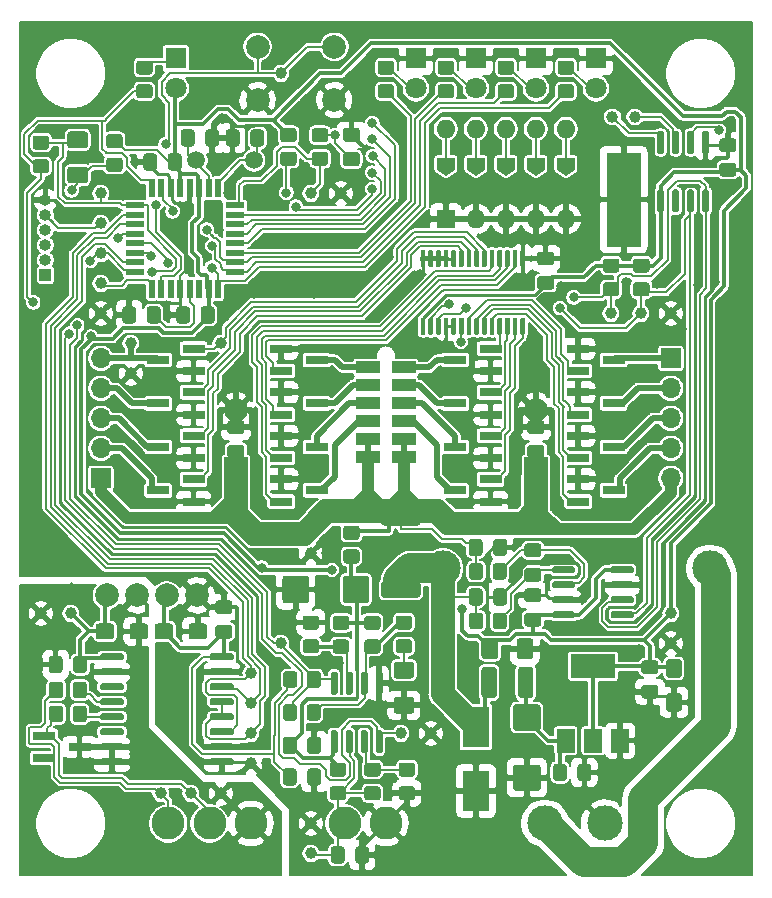
<source format=gbl>
G04 #@! TF.GenerationSoftware,KiCad,Pcbnew,5.1.12-84ad8e8a86~92~ubuntu16.04.1*
G04 #@! TF.CreationDate,2022-11-17T23:34:12+01:00*
G04 #@! TF.ProjectId,Mainboard,4d61696e-626f-4617-9264-2e6b69636164,rev?*
G04 #@! TF.SameCoordinates,Original*
G04 #@! TF.FileFunction,Copper,L2,Bot*
G04 #@! TF.FilePolarity,Positive*
%FSLAX46Y46*%
G04 Gerber Fmt 4.6, Leading zero omitted, Abs format (unit mm)*
G04 Created by KiCad (PCBNEW 5.1.12-84ad8e8a86~92~ubuntu16.04.1) date 2022-11-17 23:34:12*
%MOMM*%
%LPD*%
G01*
G04 APERTURE LIST*
G04 #@! TA.AperFunction,SMDPad,CuDef*
%ADD10C,1.000000*%
G04 #@! TD*
G04 #@! TA.AperFunction,ComponentPad*
%ADD11R,1.000000X1.000000*%
G04 #@! TD*
G04 #@! TA.AperFunction,ComponentPad*
%ADD12O,1.000000X1.000000*%
G04 #@! TD*
G04 #@! TA.AperFunction,ComponentPad*
%ADD13R,2.032000X1.070000*%
G04 #@! TD*
G04 #@! TA.AperFunction,SMDPad,CuDef*
%ADD14R,1.900000X0.800000*%
G04 #@! TD*
G04 #@! TA.AperFunction,SMDPad,CuDef*
%ADD15C,0.100000*%
G04 #@! TD*
G04 #@! TA.AperFunction,ComponentPad*
%ADD16C,3.000000*%
G04 #@! TD*
G04 #@! TA.AperFunction,ComponentPad*
%ADD17C,2.800000*%
G04 #@! TD*
G04 #@! TA.AperFunction,ComponentPad*
%ADD18C,2.000000*%
G04 #@! TD*
G04 #@! TA.AperFunction,ComponentPad*
%ADD19R,1.800000X1.800000*%
G04 #@! TD*
G04 #@! TA.AperFunction,ComponentPad*
%ADD20C,1.800000*%
G04 #@! TD*
G04 #@! TA.AperFunction,ComponentPad*
%ADD21C,1.000000*%
G04 #@! TD*
G04 #@! TA.AperFunction,SMDPad,CuDef*
%ADD22R,3.000000X8.000000*%
G04 #@! TD*
G04 #@! TA.AperFunction,SMDPad,CuDef*
%ADD23R,0.550000X1.600000*%
G04 #@! TD*
G04 #@! TA.AperFunction,SMDPad,CuDef*
%ADD24R,1.600000X0.550000*%
G04 #@! TD*
G04 #@! TA.AperFunction,ComponentPad*
%ADD25R,2.000000X2.000000*%
G04 #@! TD*
G04 #@! TA.AperFunction,ComponentPad*
%ADD26R,1.700000X1.700000*%
G04 #@! TD*
G04 #@! TA.AperFunction,ComponentPad*
%ADD27O,1.700000X1.700000*%
G04 #@! TD*
G04 #@! TA.AperFunction,ComponentPad*
%ADD28C,1.500000*%
G04 #@! TD*
G04 #@! TA.AperFunction,SMDPad,CuDef*
%ADD29R,3.800000X2.000000*%
G04 #@! TD*
G04 #@! TA.AperFunction,SMDPad,CuDef*
%ADD30R,1.500000X2.000000*%
G04 #@! TD*
G04 #@! TA.AperFunction,ComponentPad*
%ADD31R,1.600000X1.600000*%
G04 #@! TD*
G04 #@! TA.AperFunction,ComponentPad*
%ADD32O,1.600000X1.600000*%
G04 #@! TD*
G04 #@! TA.AperFunction,SMDPad,CuDef*
%ADD33R,2.300000X3.500000*%
G04 #@! TD*
G04 #@! TA.AperFunction,ViaPad*
%ADD34C,0.800000*%
G04 #@! TD*
G04 #@! TA.AperFunction,Conductor*
%ADD35C,0.200000*%
G04 #@! TD*
G04 #@! TA.AperFunction,Conductor*
%ADD36C,0.500000*%
G04 #@! TD*
G04 #@! TA.AperFunction,Conductor*
%ADD37C,0.250000*%
G04 #@! TD*
G04 #@! TA.AperFunction,Conductor*
%ADD38C,0.350000*%
G04 #@! TD*
G04 #@! TA.AperFunction,Conductor*
%ADD39C,0.700000*%
G04 #@! TD*
G04 #@! TA.AperFunction,Conductor*
%ADD40C,2.500000*%
G04 #@! TD*
G04 #@! TA.AperFunction,Conductor*
%ADD41C,2.000000*%
G04 #@! TD*
G04 #@! TA.AperFunction,Conductor*
%ADD42C,1.000000*%
G04 #@! TD*
G04 #@! TA.AperFunction,Conductor*
%ADD43C,0.240000*%
G04 #@! TD*
G04 #@! TA.AperFunction,Conductor*
%ADD44C,0.100000*%
G04 #@! TD*
G04 APERTURE END LIST*
G04 #@! TA.AperFunction,SMDPad,CuDef*
G36*
G01*
X132026500Y-63332000D02*
X133276500Y-63332000D01*
G75*
G02*
X133526500Y-63582000I0J-250000D01*
G01*
X133526500Y-64507000D01*
G75*
G02*
X133276500Y-64757000I-250000J0D01*
G01*
X132026500Y-64757000D01*
G75*
G02*
X131776500Y-64507000I0J250000D01*
G01*
X131776500Y-63582000D01*
G75*
G02*
X132026500Y-63332000I250000J0D01*
G01*
G37*
G04 #@! TD.AperFunction*
G04 #@! TA.AperFunction,SMDPad,CuDef*
G36*
G01*
X132026500Y-66307000D02*
X133276500Y-66307000D01*
G75*
G02*
X133526500Y-66557000I0J-250000D01*
G01*
X133526500Y-67482000D01*
G75*
G02*
X133276500Y-67732000I-250000J0D01*
G01*
X132026500Y-67732000D01*
G75*
G02*
X131776500Y-67482000I0J250000D01*
G01*
X131776500Y-66557000D01*
G75*
G02*
X132026500Y-66307000I250000J0D01*
G01*
G37*
G04 #@! TD.AperFunction*
D10*
X152400000Y-68580000D03*
X160020000Y-114300000D03*
D11*
X129921000Y-75501500D03*
D12*
X129921000Y-74231500D03*
X129921000Y-72961500D03*
X129921000Y-71691500D03*
X129921000Y-70421500D03*
X129921000Y-69151500D03*
D10*
X152400000Y-96520000D03*
X152400000Y-99060000D03*
X182880000Y-104140000D03*
G04 #@! TA.AperFunction,SMDPad,CuDef*
G36*
G01*
X166837000Y-107749500D02*
X166837000Y-106499500D01*
G75*
G02*
X167087000Y-106249500I250000J0D01*
G01*
X168012000Y-106249500D01*
G75*
G02*
X168262000Y-106499500I0J-250000D01*
G01*
X168262000Y-107749500D01*
G75*
G02*
X168012000Y-107999500I-250000J0D01*
G01*
X167087000Y-107999500D01*
G75*
G02*
X166837000Y-107749500I0J250000D01*
G01*
G37*
G04 #@! TD.AperFunction*
G04 #@! TA.AperFunction,SMDPad,CuDef*
G36*
G01*
X169812000Y-107749500D02*
X169812000Y-106499500D01*
G75*
G02*
X170062000Y-106249500I250000J0D01*
G01*
X170987000Y-106249500D01*
G75*
G02*
X171237000Y-106499500I0J-250000D01*
G01*
X171237000Y-107749500D01*
G75*
G02*
X170987000Y-107999500I-250000J0D01*
G01*
X170062000Y-107999500D01*
G75*
G02*
X169812000Y-107749500I0J250000D01*
G01*
G37*
G04 #@! TD.AperFunction*
X129540000Y-104140000D03*
X147320000Y-109220000D03*
X147320000Y-116840000D03*
X134620000Y-68580000D03*
D13*
X160274000Y-90932000D03*
X157226000Y-90932000D03*
X160274000Y-89408000D03*
X157226000Y-89408000D03*
X160274000Y-87884000D03*
X157226000Y-87884000D03*
X160274000Y-86360000D03*
X157226000Y-86360000D03*
X160274000Y-84836000D03*
X157226000Y-84836000D03*
X160274000Y-83312000D03*
X157226000Y-83312000D03*
D14*
X142470000Y-89093000D03*
X142470000Y-90993000D03*
X139470000Y-90043000D03*
X142470000Y-92776000D03*
X142470000Y-94676000D03*
X139470000Y-93726000D03*
G04 #@! TA.AperFunction,SMDPad,CuDef*
D15*
G36*
X163080000Y-68027000D02*
G01*
X163080000Y-66877000D01*
X163830000Y-67377000D01*
X164580000Y-66877000D01*
X164580000Y-68027000D01*
X163080000Y-68027000D01*
G37*
G04 #@! TD.AperFunction*
G04 #@! TA.AperFunction,SMDPad,CuDef*
G36*
X163830000Y-67077000D02*
G01*
X163080000Y-66577000D01*
X163080000Y-65577000D01*
X164580000Y-65577000D01*
X164580000Y-66577000D01*
X163830000Y-67077000D01*
G37*
G04 #@! TD.AperFunction*
G04 #@! TA.AperFunction,SMDPad,CuDef*
G36*
X165620000Y-68027000D02*
G01*
X165620000Y-66877000D01*
X166370000Y-67377000D01*
X167120000Y-66877000D01*
X167120000Y-68027000D01*
X165620000Y-68027000D01*
G37*
G04 #@! TD.AperFunction*
G04 #@! TA.AperFunction,SMDPad,CuDef*
G36*
X166370000Y-67077000D02*
G01*
X165620000Y-66577000D01*
X165620000Y-65577000D01*
X167120000Y-65577000D01*
X167120000Y-66577000D01*
X166370000Y-67077000D01*
G37*
G04 #@! TD.AperFunction*
G04 #@! TA.AperFunction,SMDPad,CuDef*
G36*
X168160000Y-68027000D02*
G01*
X168160000Y-66877000D01*
X168910000Y-67377000D01*
X169660000Y-66877000D01*
X169660000Y-68027000D01*
X168160000Y-68027000D01*
G37*
G04 #@! TD.AperFunction*
G04 #@! TA.AperFunction,SMDPad,CuDef*
G36*
X168910000Y-67077000D02*
G01*
X168160000Y-66577000D01*
X168160000Y-65577000D01*
X169660000Y-65577000D01*
X169660000Y-66577000D01*
X168910000Y-67077000D01*
G37*
G04 #@! TD.AperFunction*
G04 #@! TA.AperFunction,SMDPad,CuDef*
G36*
X170700000Y-68027000D02*
G01*
X170700000Y-66877000D01*
X171450000Y-67377000D01*
X172200000Y-66877000D01*
X172200000Y-68027000D01*
X170700000Y-68027000D01*
G37*
G04 #@! TD.AperFunction*
G04 #@! TA.AperFunction,SMDPad,CuDef*
G36*
X171450000Y-67077000D02*
G01*
X170700000Y-66577000D01*
X170700000Y-65577000D01*
X172200000Y-65577000D01*
X172200000Y-66577000D01*
X171450000Y-67077000D01*
G37*
G04 #@! TD.AperFunction*
G04 #@! TA.AperFunction,SMDPad,CuDef*
G36*
X173240000Y-68027000D02*
G01*
X173240000Y-66877000D01*
X173990000Y-67377000D01*
X174740000Y-66877000D01*
X174740000Y-68027000D01*
X173240000Y-68027000D01*
G37*
G04 #@! TD.AperFunction*
G04 #@! TA.AperFunction,SMDPad,CuDef*
G36*
X173990000Y-67077000D02*
G01*
X173240000Y-66577000D01*
X173240000Y-65577000D01*
X174740000Y-65577000D01*
X174740000Y-66577000D01*
X173990000Y-67077000D01*
G37*
G04 #@! TD.AperFunction*
G04 #@! TA.AperFunction,SMDPad,CuDef*
G36*
G01*
X154077000Y-125062000D02*
X154077000Y-124112000D01*
G75*
G02*
X154327000Y-123862000I250000J0D01*
G01*
X155002000Y-123862000D01*
G75*
G02*
X155252000Y-124112000I0J-250000D01*
G01*
X155252000Y-125062000D01*
G75*
G02*
X155002000Y-125312000I-250000J0D01*
G01*
X154327000Y-125312000D01*
G75*
G02*
X154077000Y-125062000I0J250000D01*
G01*
G37*
G04 #@! TD.AperFunction*
G04 #@! TA.AperFunction,SMDPad,CuDef*
G36*
G01*
X156152000Y-125062000D02*
X156152000Y-124112000D01*
G75*
G02*
X156402000Y-123862000I250000J0D01*
G01*
X157077000Y-123862000D01*
G75*
G02*
X157327000Y-124112000I0J-250000D01*
G01*
X157327000Y-125062000D01*
G75*
G02*
X157077000Y-125312000I-250000J0D01*
G01*
X156402000Y-125312000D01*
G75*
G02*
X156152000Y-125062000I0J250000D01*
G01*
G37*
G04 #@! TD.AperFunction*
G04 #@! TA.AperFunction,SMDPad,CuDef*
G36*
G01*
X171925000Y-91033000D02*
X170975000Y-91033000D01*
G75*
G02*
X170725000Y-90783000I0J250000D01*
G01*
X170725000Y-90108000D01*
G75*
G02*
X170975000Y-89858000I250000J0D01*
G01*
X171925000Y-89858000D01*
G75*
G02*
X172175000Y-90108000I0J-250000D01*
G01*
X172175000Y-90783000D01*
G75*
G02*
X171925000Y-91033000I-250000J0D01*
G01*
G37*
G04 #@! TD.AperFunction*
G04 #@! TA.AperFunction,SMDPad,CuDef*
G36*
G01*
X171925000Y-88958000D02*
X170975000Y-88958000D01*
G75*
G02*
X170725000Y-88708000I0J250000D01*
G01*
X170725000Y-88033000D01*
G75*
G02*
X170975000Y-87783000I250000J0D01*
G01*
X171925000Y-87783000D01*
G75*
G02*
X172175000Y-88033000I0J-250000D01*
G01*
X172175000Y-88708000D01*
G75*
G02*
X171925000Y-88958000I-250000J0D01*
G01*
G37*
G04 #@! TD.AperFunction*
G04 #@! TA.AperFunction,SMDPad,CuDef*
G36*
G01*
X146525000Y-91033000D02*
X145575000Y-91033000D01*
G75*
G02*
X145325000Y-90783000I0J250000D01*
G01*
X145325000Y-90108000D01*
G75*
G02*
X145575000Y-89858000I250000J0D01*
G01*
X146525000Y-89858000D01*
G75*
G02*
X146775000Y-90108000I0J-250000D01*
G01*
X146775000Y-90783000D01*
G75*
G02*
X146525000Y-91033000I-250000J0D01*
G01*
G37*
G04 #@! TD.AperFunction*
G04 #@! TA.AperFunction,SMDPad,CuDef*
G36*
G01*
X146525000Y-88958000D02*
X145575000Y-88958000D01*
G75*
G02*
X145325000Y-88708000I0J250000D01*
G01*
X145325000Y-88033000D01*
G75*
G02*
X145575000Y-87783000I250000J0D01*
G01*
X146525000Y-87783000D01*
G75*
G02*
X146775000Y-88033000I0J-250000D01*
G01*
X146775000Y-88708000D01*
G75*
G02*
X146525000Y-88958000I-250000J0D01*
G01*
G37*
G04 #@! TD.AperFunction*
G04 #@! TA.AperFunction,SMDPad,CuDef*
G36*
G01*
X176144500Y-117127000D02*
X176144500Y-118077000D01*
G75*
G02*
X175894500Y-118327000I-250000J0D01*
G01*
X175219500Y-118327000D01*
G75*
G02*
X174969500Y-118077000I0J250000D01*
G01*
X174969500Y-117127000D01*
G75*
G02*
X175219500Y-116877000I250000J0D01*
G01*
X175894500Y-116877000D01*
G75*
G02*
X176144500Y-117127000I0J-250000D01*
G01*
G37*
G04 #@! TD.AperFunction*
G04 #@! TA.AperFunction,SMDPad,CuDef*
G36*
G01*
X174069500Y-117127000D02*
X174069500Y-118077000D01*
G75*
G02*
X173819500Y-118327000I-250000J0D01*
G01*
X173144500Y-118327000D01*
G75*
G02*
X172894500Y-118077000I0J250000D01*
G01*
X172894500Y-117127000D01*
G75*
G02*
X173144500Y-116877000I250000J0D01*
G01*
X173819500Y-116877000D01*
G75*
G02*
X174069500Y-117127000I0J-250000D01*
G01*
G37*
G04 #@! TD.AperFunction*
G04 #@! TA.AperFunction,SMDPad,CuDef*
G36*
G01*
X169762999Y-111831500D02*
X171613001Y-111831500D01*
G75*
G02*
X171863000Y-112081499I0J-249999D01*
G01*
X171863000Y-113831501D01*
G75*
G02*
X171613001Y-114081500I-249999J0D01*
G01*
X169762999Y-114081500D01*
G75*
G02*
X169513000Y-113831501I0J249999D01*
G01*
X169513000Y-112081499D01*
G75*
G02*
X169762999Y-111831500I249999J0D01*
G01*
G37*
G04 #@! TD.AperFunction*
G04 #@! TA.AperFunction,SMDPad,CuDef*
G36*
G01*
X169762999Y-116931500D02*
X171613001Y-116931500D01*
G75*
G02*
X171863000Y-117181499I0J-249999D01*
G01*
X171863000Y-118931501D01*
G75*
G02*
X171613001Y-119181500I-249999J0D01*
G01*
X169762999Y-119181500D01*
G75*
G02*
X169513000Y-118931501I0J249999D01*
G01*
X169513000Y-117181499D01*
G75*
G02*
X169762999Y-116931500I249999J0D01*
G01*
G37*
G04 #@! TD.AperFunction*
G04 #@! TA.AperFunction,SMDPad,CuDef*
G36*
G01*
X130226000Y-111067001D02*
X130226000Y-110166999D01*
G75*
G02*
X130475999Y-109917000I249999J0D01*
G01*
X131176001Y-109917000D01*
G75*
G02*
X131426000Y-110166999I0J-249999D01*
G01*
X131426000Y-111067001D01*
G75*
G02*
X131176001Y-111317000I-249999J0D01*
G01*
X130475999Y-111317000D01*
G75*
G02*
X130226000Y-111067001I0J249999D01*
G01*
G37*
G04 #@! TD.AperFunction*
G04 #@! TA.AperFunction,SMDPad,CuDef*
G36*
G01*
X132226000Y-111067001D02*
X132226000Y-110166999D01*
G75*
G02*
X132475999Y-109917000I249999J0D01*
G01*
X133176001Y-109917000D01*
G75*
G02*
X133426000Y-110166999I0J-249999D01*
G01*
X133426000Y-111067001D01*
G75*
G02*
X133176001Y-111317000I-249999J0D01*
G01*
X132475999Y-111317000D01*
G75*
G02*
X132226000Y-111067001I0J249999D01*
G01*
G37*
G04 #@! TD.AperFunction*
G04 #@! TA.AperFunction,SMDPad,CuDef*
G36*
G01*
X145509000Y-106273000D02*
X144559000Y-106273000D01*
G75*
G02*
X144309000Y-106023000I0J250000D01*
G01*
X144309000Y-105348000D01*
G75*
G02*
X144559000Y-105098000I250000J0D01*
G01*
X145509000Y-105098000D01*
G75*
G02*
X145759000Y-105348000I0J-250000D01*
G01*
X145759000Y-106023000D01*
G75*
G02*
X145509000Y-106273000I-250000J0D01*
G01*
G37*
G04 #@! TD.AperFunction*
G04 #@! TA.AperFunction,SMDPad,CuDef*
G36*
G01*
X145509000Y-104198000D02*
X144559000Y-104198000D01*
G75*
G02*
X144309000Y-103948000I0J250000D01*
G01*
X144309000Y-103273000D01*
G75*
G02*
X144559000Y-103023000I250000J0D01*
G01*
X145509000Y-103023000D01*
G75*
G02*
X145759000Y-103273000I0J-250000D01*
G01*
X145759000Y-103948000D01*
G75*
G02*
X145509000Y-104198000I-250000J0D01*
G01*
G37*
G04 #@! TD.AperFunction*
G04 #@! TA.AperFunction,SMDPad,CuDef*
G36*
G01*
X130201000Y-108933000D02*
X130201000Y-107983000D01*
G75*
G02*
X130451000Y-107733000I250000J0D01*
G01*
X131126000Y-107733000D01*
G75*
G02*
X131376000Y-107983000I0J-250000D01*
G01*
X131376000Y-108933000D01*
G75*
G02*
X131126000Y-109183000I-250000J0D01*
G01*
X130451000Y-109183000D01*
G75*
G02*
X130201000Y-108933000I0J250000D01*
G01*
G37*
G04 #@! TD.AperFunction*
G04 #@! TA.AperFunction,SMDPad,CuDef*
G36*
G01*
X132276000Y-108933000D02*
X132276000Y-107983000D01*
G75*
G02*
X132526000Y-107733000I250000J0D01*
G01*
X133201000Y-107733000D01*
G75*
G02*
X133451000Y-107983000I0J-250000D01*
G01*
X133451000Y-108933000D01*
G75*
G02*
X133201000Y-109183000I-250000J0D01*
G01*
X132526000Y-109183000D01*
G75*
G02*
X132276000Y-108933000I0J250000D01*
G01*
G37*
G04 #@! TD.AperFunction*
D16*
X163576000Y-100330000D03*
X186176000Y-100330000D03*
D17*
X140320000Y-121920000D03*
X143820000Y-121920000D03*
X147320000Y-121920000D03*
G04 #@! TA.AperFunction,SMDPad,CuDef*
G36*
G01*
X171237000Y-108907000D02*
X171237000Y-111057000D01*
G75*
G02*
X170987000Y-111307000I-250000J0D01*
G01*
X170187000Y-111307000D01*
G75*
G02*
X169937000Y-111057000I0J250000D01*
G01*
X169937000Y-108907000D01*
G75*
G02*
X170187000Y-108657000I250000J0D01*
G01*
X170987000Y-108657000D01*
G75*
G02*
X171237000Y-108907000I0J-250000D01*
G01*
G37*
G04 #@! TD.AperFunction*
G04 #@! TA.AperFunction,SMDPad,CuDef*
G36*
G01*
X168137000Y-108907000D02*
X168137000Y-111057000D01*
G75*
G02*
X167887000Y-111307000I-250000J0D01*
G01*
X167087000Y-111307000D01*
G75*
G02*
X166837000Y-111057000I0J250000D01*
G01*
X166837000Y-108907000D01*
G75*
G02*
X167087000Y-108657000I250000J0D01*
G01*
X167887000Y-108657000D01*
G75*
G02*
X168137000Y-108907000I0J-250000D01*
G01*
G37*
G04 #@! TD.AperFunction*
D18*
X135128000Y-102616000D03*
X137668000Y-102616000D03*
X140208000Y-102616000D03*
X142748000Y-102616000D03*
D17*
X155250000Y-121920000D03*
X158750000Y-121920000D03*
D10*
X162560000Y-114300000D03*
X147320000Y-111760000D03*
X147320000Y-114300000D03*
X134620000Y-76200000D03*
X149860000Y-58420000D03*
X182880000Y-78740000D03*
X180340000Y-78740000D03*
D16*
X172212000Y-121920000D03*
X177292000Y-121920000D03*
D19*
X140970000Y-57150000D03*
D20*
X140970000Y-59690000D03*
D14*
X149884000Y-94676000D03*
X149884000Y-92776000D03*
X152884000Y-93726000D03*
G04 #@! TA.AperFunction,SMDPad,CuDef*
G36*
G01*
X179726000Y-100307000D02*
X179726000Y-100607000D01*
G75*
G02*
X179576000Y-100757000I-150000J0D01*
G01*
X177926000Y-100757000D01*
G75*
G02*
X177776000Y-100607000I0J150000D01*
G01*
X177776000Y-100307000D01*
G75*
G02*
X177926000Y-100157000I150000J0D01*
G01*
X179576000Y-100157000D01*
G75*
G02*
X179726000Y-100307000I0J-150000D01*
G01*
G37*
G04 #@! TD.AperFunction*
G04 #@! TA.AperFunction,SMDPad,CuDef*
G36*
G01*
X179726000Y-101577000D02*
X179726000Y-101877000D01*
G75*
G02*
X179576000Y-102027000I-150000J0D01*
G01*
X177926000Y-102027000D01*
G75*
G02*
X177776000Y-101877000I0J150000D01*
G01*
X177776000Y-101577000D01*
G75*
G02*
X177926000Y-101427000I150000J0D01*
G01*
X179576000Y-101427000D01*
G75*
G02*
X179726000Y-101577000I0J-150000D01*
G01*
G37*
G04 #@! TD.AperFunction*
G04 #@! TA.AperFunction,SMDPad,CuDef*
G36*
G01*
X179726000Y-102847000D02*
X179726000Y-103147000D01*
G75*
G02*
X179576000Y-103297000I-150000J0D01*
G01*
X177926000Y-103297000D01*
G75*
G02*
X177776000Y-103147000I0J150000D01*
G01*
X177776000Y-102847000D01*
G75*
G02*
X177926000Y-102697000I150000J0D01*
G01*
X179576000Y-102697000D01*
G75*
G02*
X179726000Y-102847000I0J-150000D01*
G01*
G37*
G04 #@! TD.AperFunction*
G04 #@! TA.AperFunction,SMDPad,CuDef*
G36*
G01*
X179726000Y-104117000D02*
X179726000Y-104417000D01*
G75*
G02*
X179576000Y-104567000I-150000J0D01*
G01*
X177926000Y-104567000D01*
G75*
G02*
X177776000Y-104417000I0J150000D01*
G01*
X177776000Y-104117000D01*
G75*
G02*
X177926000Y-103967000I150000J0D01*
G01*
X179576000Y-103967000D01*
G75*
G02*
X179726000Y-104117000I0J-150000D01*
G01*
G37*
G04 #@! TD.AperFunction*
G04 #@! TA.AperFunction,SMDPad,CuDef*
G36*
G01*
X174776000Y-104117000D02*
X174776000Y-104417000D01*
G75*
G02*
X174626000Y-104567000I-150000J0D01*
G01*
X172976000Y-104567000D01*
G75*
G02*
X172826000Y-104417000I0J150000D01*
G01*
X172826000Y-104117000D01*
G75*
G02*
X172976000Y-103967000I150000J0D01*
G01*
X174626000Y-103967000D01*
G75*
G02*
X174776000Y-104117000I0J-150000D01*
G01*
G37*
G04 #@! TD.AperFunction*
G04 #@! TA.AperFunction,SMDPad,CuDef*
G36*
G01*
X174776000Y-102847000D02*
X174776000Y-103147000D01*
G75*
G02*
X174626000Y-103297000I-150000J0D01*
G01*
X172976000Y-103297000D01*
G75*
G02*
X172826000Y-103147000I0J150000D01*
G01*
X172826000Y-102847000D01*
G75*
G02*
X172976000Y-102697000I150000J0D01*
G01*
X174626000Y-102697000D01*
G75*
G02*
X174776000Y-102847000I0J-150000D01*
G01*
G37*
G04 #@! TD.AperFunction*
G04 #@! TA.AperFunction,SMDPad,CuDef*
G36*
G01*
X174776000Y-101577000D02*
X174776000Y-101877000D01*
G75*
G02*
X174626000Y-102027000I-150000J0D01*
G01*
X172976000Y-102027000D01*
G75*
G02*
X172826000Y-101877000I0J150000D01*
G01*
X172826000Y-101577000D01*
G75*
G02*
X172976000Y-101427000I150000J0D01*
G01*
X174626000Y-101427000D01*
G75*
G02*
X174776000Y-101577000I0J-150000D01*
G01*
G37*
G04 #@! TD.AperFunction*
G04 #@! TA.AperFunction,SMDPad,CuDef*
G36*
G01*
X174776000Y-100307000D02*
X174776000Y-100607000D01*
G75*
G02*
X174626000Y-100757000I-150000J0D01*
G01*
X172976000Y-100757000D01*
G75*
G02*
X172826000Y-100607000I0J150000D01*
G01*
X172826000Y-100307000D01*
G75*
G02*
X172976000Y-100157000I150000J0D01*
G01*
X174626000Y-100157000D01*
G75*
G02*
X174776000Y-100307000I0J-150000D01*
G01*
G37*
G04 #@! TD.AperFunction*
D21*
X179832000Y-62103000D03*
X177932000Y-62103000D03*
D22*
X178882000Y-69103000D03*
G04 #@! TA.AperFunction,SMDPad,CuDef*
G36*
G01*
X188181000Y-67157000D02*
X187231000Y-67157000D01*
G75*
G02*
X186981000Y-66907000I0J250000D01*
G01*
X186981000Y-66232000D01*
G75*
G02*
X187231000Y-65982000I250000J0D01*
G01*
X188181000Y-65982000D01*
G75*
G02*
X188431000Y-66232000I0J-250000D01*
G01*
X188431000Y-66907000D01*
G75*
G02*
X188181000Y-67157000I-250000J0D01*
G01*
G37*
G04 #@! TD.AperFunction*
G04 #@! TA.AperFunction,SMDPad,CuDef*
G36*
G01*
X188181000Y-65082000D02*
X187231000Y-65082000D01*
G75*
G02*
X186981000Y-64832000I0J250000D01*
G01*
X186981000Y-64157000D01*
G75*
G02*
X187231000Y-63907000I250000J0D01*
G01*
X188181000Y-63907000D01*
G75*
G02*
X188431000Y-64157000I0J-250000D01*
G01*
X188431000Y-64832000D01*
G75*
G02*
X188181000Y-65082000I-250000J0D01*
G01*
G37*
G04 #@! TD.AperFunction*
G04 #@! TA.AperFunction,SMDPad,CuDef*
G36*
G01*
X179919999Y-74090000D02*
X180820001Y-74090000D01*
G75*
G02*
X181070000Y-74339999I0J-249999D01*
G01*
X181070000Y-75040001D01*
G75*
G02*
X180820001Y-75290000I-249999J0D01*
G01*
X179919999Y-75290000D01*
G75*
G02*
X179670000Y-75040001I0J249999D01*
G01*
X179670000Y-74339999D01*
G75*
G02*
X179919999Y-74090000I249999J0D01*
G01*
G37*
G04 #@! TD.AperFunction*
G04 #@! TA.AperFunction,SMDPad,CuDef*
G36*
G01*
X179919999Y-76090000D02*
X180820001Y-76090000D01*
G75*
G02*
X181070000Y-76339999I0J-249999D01*
G01*
X181070000Y-77040001D01*
G75*
G02*
X180820001Y-77290000I-249999J0D01*
G01*
X179919999Y-77290000D01*
G75*
G02*
X179670000Y-77040001I0J249999D01*
G01*
X179670000Y-76339999D01*
G75*
G02*
X179919999Y-76090000I249999J0D01*
G01*
G37*
G04 #@! TD.AperFunction*
G04 #@! TA.AperFunction,SMDPad,CuDef*
G36*
G01*
X181861000Y-63290000D02*
X182161000Y-63290000D01*
G75*
G02*
X182311000Y-63440000I0J-150000D01*
G01*
X182311000Y-65090000D01*
G75*
G02*
X182161000Y-65240000I-150000J0D01*
G01*
X181861000Y-65240000D01*
G75*
G02*
X181711000Y-65090000I0J150000D01*
G01*
X181711000Y-63440000D01*
G75*
G02*
X181861000Y-63290000I150000J0D01*
G01*
G37*
G04 #@! TD.AperFunction*
G04 #@! TA.AperFunction,SMDPad,CuDef*
G36*
G01*
X183131000Y-63290000D02*
X183431000Y-63290000D01*
G75*
G02*
X183581000Y-63440000I0J-150000D01*
G01*
X183581000Y-65090000D01*
G75*
G02*
X183431000Y-65240000I-150000J0D01*
G01*
X183131000Y-65240000D01*
G75*
G02*
X182981000Y-65090000I0J150000D01*
G01*
X182981000Y-63440000D01*
G75*
G02*
X183131000Y-63290000I150000J0D01*
G01*
G37*
G04 #@! TD.AperFunction*
G04 #@! TA.AperFunction,SMDPad,CuDef*
G36*
G01*
X184401000Y-63290000D02*
X184701000Y-63290000D01*
G75*
G02*
X184851000Y-63440000I0J-150000D01*
G01*
X184851000Y-65090000D01*
G75*
G02*
X184701000Y-65240000I-150000J0D01*
G01*
X184401000Y-65240000D01*
G75*
G02*
X184251000Y-65090000I0J150000D01*
G01*
X184251000Y-63440000D01*
G75*
G02*
X184401000Y-63290000I150000J0D01*
G01*
G37*
G04 #@! TD.AperFunction*
G04 #@! TA.AperFunction,SMDPad,CuDef*
G36*
G01*
X185671000Y-63290000D02*
X185971000Y-63290000D01*
G75*
G02*
X186121000Y-63440000I0J-150000D01*
G01*
X186121000Y-65090000D01*
G75*
G02*
X185971000Y-65240000I-150000J0D01*
G01*
X185671000Y-65240000D01*
G75*
G02*
X185521000Y-65090000I0J150000D01*
G01*
X185521000Y-63440000D01*
G75*
G02*
X185671000Y-63290000I150000J0D01*
G01*
G37*
G04 #@! TD.AperFunction*
G04 #@! TA.AperFunction,SMDPad,CuDef*
G36*
G01*
X185671000Y-68240000D02*
X185971000Y-68240000D01*
G75*
G02*
X186121000Y-68390000I0J-150000D01*
G01*
X186121000Y-70040000D01*
G75*
G02*
X185971000Y-70190000I-150000J0D01*
G01*
X185671000Y-70190000D01*
G75*
G02*
X185521000Y-70040000I0J150000D01*
G01*
X185521000Y-68390000D01*
G75*
G02*
X185671000Y-68240000I150000J0D01*
G01*
G37*
G04 #@! TD.AperFunction*
G04 #@! TA.AperFunction,SMDPad,CuDef*
G36*
G01*
X184401000Y-68240000D02*
X184701000Y-68240000D01*
G75*
G02*
X184851000Y-68390000I0J-150000D01*
G01*
X184851000Y-70040000D01*
G75*
G02*
X184701000Y-70190000I-150000J0D01*
G01*
X184401000Y-70190000D01*
G75*
G02*
X184251000Y-70040000I0J150000D01*
G01*
X184251000Y-68390000D01*
G75*
G02*
X184401000Y-68240000I150000J0D01*
G01*
G37*
G04 #@! TD.AperFunction*
G04 #@! TA.AperFunction,SMDPad,CuDef*
G36*
G01*
X183131000Y-68240000D02*
X183431000Y-68240000D01*
G75*
G02*
X183581000Y-68390000I0J-150000D01*
G01*
X183581000Y-70040000D01*
G75*
G02*
X183431000Y-70190000I-150000J0D01*
G01*
X183131000Y-70190000D01*
G75*
G02*
X182981000Y-70040000I0J150000D01*
G01*
X182981000Y-68390000D01*
G75*
G02*
X183131000Y-68240000I150000J0D01*
G01*
G37*
G04 #@! TD.AperFunction*
G04 #@! TA.AperFunction,SMDPad,CuDef*
G36*
G01*
X181861000Y-68240000D02*
X182161000Y-68240000D01*
G75*
G02*
X182311000Y-68390000I0J-150000D01*
G01*
X182311000Y-70040000D01*
G75*
G02*
X182161000Y-70190000I-150000J0D01*
G01*
X181861000Y-70190000D01*
G75*
G02*
X181711000Y-70040000I0J150000D01*
G01*
X181711000Y-68390000D01*
G75*
G02*
X181861000Y-68240000I150000J0D01*
G01*
G37*
G04 #@! TD.AperFunction*
G04 #@! TA.AperFunction,SMDPad,CuDef*
G36*
G01*
X138623000Y-105238999D02*
X138623000Y-106089001D01*
G75*
G02*
X138373001Y-106339000I-249999J0D01*
G01*
X137297999Y-106339000D01*
G75*
G02*
X137048000Y-106089001I0J249999D01*
G01*
X137048000Y-105238999D01*
G75*
G02*
X137297999Y-104989000I249999J0D01*
G01*
X138373001Y-104989000D01*
G75*
G02*
X138623000Y-105238999I0J-249999D01*
G01*
G37*
G04 #@! TD.AperFunction*
G04 #@! TA.AperFunction,SMDPad,CuDef*
G36*
G01*
X135748000Y-105238999D02*
X135748000Y-106089001D01*
G75*
G02*
X135498001Y-106339000I-249999J0D01*
G01*
X134422999Y-106339000D01*
G75*
G02*
X134173000Y-106089001I0J249999D01*
G01*
X134173000Y-105238999D01*
G75*
G02*
X134422999Y-104989000I249999J0D01*
G01*
X135498001Y-104989000D01*
G75*
G02*
X135748000Y-105238999I0J-249999D01*
G01*
G37*
G04 #@! TD.AperFunction*
G04 #@! TA.AperFunction,SMDPad,CuDef*
G36*
G01*
X139166500Y-106089001D02*
X139166500Y-105238999D01*
G75*
G02*
X139416499Y-104989000I249999J0D01*
G01*
X140491501Y-104989000D01*
G75*
G02*
X140741500Y-105238999I0J-249999D01*
G01*
X140741500Y-106089001D01*
G75*
G02*
X140491501Y-106339000I-249999J0D01*
G01*
X139416499Y-106339000D01*
G75*
G02*
X139166500Y-106089001I0J249999D01*
G01*
G37*
G04 #@! TD.AperFunction*
G04 #@! TA.AperFunction,SMDPad,CuDef*
G36*
G01*
X142041500Y-106089001D02*
X142041500Y-105238999D01*
G75*
G02*
X142291499Y-104989000I249999J0D01*
G01*
X143366501Y-104989000D01*
G75*
G02*
X143616500Y-105238999I0J-249999D01*
G01*
X143616500Y-106089001D01*
G75*
G02*
X143366501Y-106339000I-249999J0D01*
G01*
X142291499Y-106339000D01*
G75*
G02*
X142041500Y-106089001I0J249999D01*
G01*
G37*
G04 #@! TD.AperFunction*
G04 #@! TA.AperFunction,SMDPad,CuDef*
G36*
G01*
X141452000Y-65438000D02*
X141452000Y-66388000D01*
G75*
G02*
X141202000Y-66638000I-250000J0D01*
G01*
X140527000Y-66638000D01*
G75*
G02*
X140277000Y-66388000I0J250000D01*
G01*
X140277000Y-65438000D01*
G75*
G02*
X140527000Y-65188000I250000J0D01*
G01*
X141202000Y-65188000D01*
G75*
G02*
X141452000Y-65438000I0J-250000D01*
G01*
G37*
G04 #@! TD.AperFunction*
G04 #@! TA.AperFunction,SMDPad,CuDef*
G36*
G01*
X139377000Y-65438000D02*
X139377000Y-66388000D01*
G75*
G02*
X139127000Y-66638000I-250000J0D01*
G01*
X138452000Y-66638000D01*
G75*
G02*
X138202000Y-66388000I0J250000D01*
G01*
X138202000Y-65438000D01*
G75*
G02*
X138452000Y-65188000I250000J0D01*
G01*
X139127000Y-65188000D01*
G75*
G02*
X139377000Y-65438000I0J-250000D01*
G01*
G37*
G04 #@! TD.AperFunction*
G04 #@! TA.AperFunction,SMDPad,CuDef*
G36*
G01*
X140996000Y-79342000D02*
X140996000Y-78392000D01*
G75*
G02*
X141246000Y-78142000I250000J0D01*
G01*
X141921000Y-78142000D01*
G75*
G02*
X142171000Y-78392000I0J-250000D01*
G01*
X142171000Y-79342000D01*
G75*
G02*
X141921000Y-79592000I-250000J0D01*
G01*
X141246000Y-79592000D01*
G75*
G02*
X140996000Y-79342000I0J250000D01*
G01*
G37*
G04 #@! TD.AperFunction*
G04 #@! TA.AperFunction,SMDPad,CuDef*
G36*
G01*
X143071000Y-79342000D02*
X143071000Y-78392000D01*
G75*
G02*
X143321000Y-78142000I250000J0D01*
G01*
X143996000Y-78142000D01*
G75*
G02*
X144246000Y-78392000I0J-250000D01*
G01*
X144246000Y-79342000D01*
G75*
G02*
X143996000Y-79592000I-250000J0D01*
G01*
X143321000Y-79592000D01*
G75*
G02*
X143071000Y-79342000I0J250000D01*
G01*
G37*
G04 #@! TD.AperFunction*
G04 #@! TA.AperFunction,SMDPad,CuDef*
G36*
G01*
X157345000Y-101182999D02*
X157345000Y-103033001D01*
G75*
G02*
X157095001Y-103283000I-249999J0D01*
G01*
X155344999Y-103283000D01*
G75*
G02*
X155095000Y-103033001I0J249999D01*
G01*
X155095000Y-101182999D01*
G75*
G02*
X155344999Y-100933000I249999J0D01*
G01*
X157095001Y-100933000D01*
G75*
G02*
X157345000Y-101182999I0J-249999D01*
G01*
G37*
G04 #@! TD.AperFunction*
G04 #@! TA.AperFunction,SMDPad,CuDef*
G36*
G01*
X152245000Y-101182999D02*
X152245000Y-103033001D01*
G75*
G02*
X151995001Y-103283000I-249999J0D01*
G01*
X150244999Y-103283000D01*
G75*
G02*
X149995000Y-103033001I0J249999D01*
G01*
X149995000Y-101182999D01*
G75*
G02*
X150244999Y-100933000I249999J0D01*
G01*
X151995001Y-100933000D01*
G75*
G02*
X152245000Y-101182999I0J-249999D01*
G01*
G37*
G04 #@! TD.AperFunction*
D14*
X129818000Y-116393000D03*
X129818000Y-114493000D03*
X132818000Y-115443000D03*
D19*
X176530000Y-57150000D03*
D20*
X176530000Y-59690000D03*
G04 #@! TA.AperFunction,SMDPad,CuDef*
G36*
G01*
X159649000Y-108226500D02*
X160899000Y-108226500D01*
G75*
G02*
X161149000Y-108476500I0J-250000D01*
G01*
X161149000Y-109401500D01*
G75*
G02*
X160899000Y-109651500I-250000J0D01*
G01*
X159649000Y-109651500D01*
G75*
G02*
X159399000Y-109401500I0J250000D01*
G01*
X159399000Y-108476500D01*
G75*
G02*
X159649000Y-108226500I250000J0D01*
G01*
G37*
G04 #@! TD.AperFunction*
G04 #@! TA.AperFunction,SMDPad,CuDef*
G36*
G01*
X159649000Y-111201500D02*
X160899000Y-111201500D01*
G75*
G02*
X161149000Y-111451500I0J-250000D01*
G01*
X161149000Y-112376500D01*
G75*
G02*
X160899000Y-112626500I-250000J0D01*
G01*
X159649000Y-112626500D01*
G75*
G02*
X159399000Y-112376500I0J250000D01*
G01*
X159399000Y-111451500D01*
G75*
G02*
X159649000Y-111201500I250000J0D01*
G01*
G37*
G04 #@! TD.AperFunction*
G04 #@! TA.AperFunction,SMDPad,CuDef*
G36*
G01*
X130226000Y-113099001D02*
X130226000Y-112198999D01*
G75*
G02*
X130475999Y-111949000I249999J0D01*
G01*
X131176001Y-111949000D01*
G75*
G02*
X131426000Y-112198999I0J-249999D01*
G01*
X131426000Y-113099001D01*
G75*
G02*
X131176001Y-113349000I-249999J0D01*
G01*
X130475999Y-113349000D01*
G75*
G02*
X130226000Y-113099001I0J249999D01*
G01*
G37*
G04 #@! TD.AperFunction*
G04 #@! TA.AperFunction,SMDPad,CuDef*
G36*
G01*
X132226000Y-113099001D02*
X132226000Y-112198999D01*
G75*
G02*
X132475999Y-111949000I249999J0D01*
G01*
X133176001Y-111949000D01*
G75*
G02*
X133426000Y-112198999I0J-249999D01*
G01*
X133426000Y-113099001D01*
G75*
G02*
X133176001Y-113349000I-249999J0D01*
G01*
X132475999Y-113349000D01*
G75*
G02*
X132226000Y-113099001I0J249999D01*
G01*
G37*
G04 #@! TD.AperFunction*
G04 #@! TA.AperFunction,SMDPad,CuDef*
G36*
G01*
X145883000Y-107673000D02*
X145883000Y-107973000D01*
G75*
G02*
X145733000Y-108123000I-150000J0D01*
G01*
X143983000Y-108123000D01*
G75*
G02*
X143833000Y-107973000I0J150000D01*
G01*
X143833000Y-107673000D01*
G75*
G02*
X143983000Y-107523000I150000J0D01*
G01*
X145733000Y-107523000D01*
G75*
G02*
X145883000Y-107673000I0J-150000D01*
G01*
G37*
G04 #@! TD.AperFunction*
G04 #@! TA.AperFunction,SMDPad,CuDef*
G36*
G01*
X145883000Y-108943000D02*
X145883000Y-109243000D01*
G75*
G02*
X145733000Y-109393000I-150000J0D01*
G01*
X143983000Y-109393000D01*
G75*
G02*
X143833000Y-109243000I0J150000D01*
G01*
X143833000Y-108943000D01*
G75*
G02*
X143983000Y-108793000I150000J0D01*
G01*
X145733000Y-108793000D01*
G75*
G02*
X145883000Y-108943000I0J-150000D01*
G01*
G37*
G04 #@! TD.AperFunction*
G04 #@! TA.AperFunction,SMDPad,CuDef*
G36*
G01*
X145883000Y-110213000D02*
X145883000Y-110513000D01*
G75*
G02*
X145733000Y-110663000I-150000J0D01*
G01*
X143983000Y-110663000D01*
G75*
G02*
X143833000Y-110513000I0J150000D01*
G01*
X143833000Y-110213000D01*
G75*
G02*
X143983000Y-110063000I150000J0D01*
G01*
X145733000Y-110063000D01*
G75*
G02*
X145883000Y-110213000I0J-150000D01*
G01*
G37*
G04 #@! TD.AperFunction*
G04 #@! TA.AperFunction,SMDPad,CuDef*
G36*
G01*
X145883000Y-111483000D02*
X145883000Y-111783000D01*
G75*
G02*
X145733000Y-111933000I-150000J0D01*
G01*
X143983000Y-111933000D01*
G75*
G02*
X143833000Y-111783000I0J150000D01*
G01*
X143833000Y-111483000D01*
G75*
G02*
X143983000Y-111333000I150000J0D01*
G01*
X145733000Y-111333000D01*
G75*
G02*
X145883000Y-111483000I0J-150000D01*
G01*
G37*
G04 #@! TD.AperFunction*
G04 #@! TA.AperFunction,SMDPad,CuDef*
G36*
G01*
X145883000Y-112753000D02*
X145883000Y-113053000D01*
G75*
G02*
X145733000Y-113203000I-150000J0D01*
G01*
X143983000Y-113203000D01*
G75*
G02*
X143833000Y-113053000I0J150000D01*
G01*
X143833000Y-112753000D01*
G75*
G02*
X143983000Y-112603000I150000J0D01*
G01*
X145733000Y-112603000D01*
G75*
G02*
X145883000Y-112753000I0J-150000D01*
G01*
G37*
G04 #@! TD.AperFunction*
G04 #@! TA.AperFunction,SMDPad,CuDef*
G36*
G01*
X145883000Y-114023000D02*
X145883000Y-114323000D01*
G75*
G02*
X145733000Y-114473000I-150000J0D01*
G01*
X143983000Y-114473000D01*
G75*
G02*
X143833000Y-114323000I0J150000D01*
G01*
X143833000Y-114023000D01*
G75*
G02*
X143983000Y-113873000I150000J0D01*
G01*
X145733000Y-113873000D01*
G75*
G02*
X145883000Y-114023000I0J-150000D01*
G01*
G37*
G04 #@! TD.AperFunction*
G04 #@! TA.AperFunction,SMDPad,CuDef*
G36*
G01*
X145883000Y-115293000D02*
X145883000Y-115593000D01*
G75*
G02*
X145733000Y-115743000I-150000J0D01*
G01*
X143983000Y-115743000D01*
G75*
G02*
X143833000Y-115593000I0J150000D01*
G01*
X143833000Y-115293000D01*
G75*
G02*
X143983000Y-115143000I150000J0D01*
G01*
X145733000Y-115143000D01*
G75*
G02*
X145883000Y-115293000I0J-150000D01*
G01*
G37*
G04 #@! TD.AperFunction*
G04 #@! TA.AperFunction,SMDPad,CuDef*
G36*
G01*
X145883000Y-116563000D02*
X145883000Y-116863000D01*
G75*
G02*
X145733000Y-117013000I-150000J0D01*
G01*
X143983000Y-117013000D01*
G75*
G02*
X143833000Y-116863000I0J150000D01*
G01*
X143833000Y-116563000D01*
G75*
G02*
X143983000Y-116413000I150000J0D01*
G01*
X145733000Y-116413000D01*
G75*
G02*
X145883000Y-116563000I0J-150000D01*
G01*
G37*
G04 #@! TD.AperFunction*
G04 #@! TA.AperFunction,SMDPad,CuDef*
G36*
G01*
X136583000Y-116563000D02*
X136583000Y-116863000D01*
G75*
G02*
X136433000Y-117013000I-150000J0D01*
G01*
X134683000Y-117013000D01*
G75*
G02*
X134533000Y-116863000I0J150000D01*
G01*
X134533000Y-116563000D01*
G75*
G02*
X134683000Y-116413000I150000J0D01*
G01*
X136433000Y-116413000D01*
G75*
G02*
X136583000Y-116563000I0J-150000D01*
G01*
G37*
G04 #@! TD.AperFunction*
G04 #@! TA.AperFunction,SMDPad,CuDef*
G36*
G01*
X136583000Y-115293000D02*
X136583000Y-115593000D01*
G75*
G02*
X136433000Y-115743000I-150000J0D01*
G01*
X134683000Y-115743000D01*
G75*
G02*
X134533000Y-115593000I0J150000D01*
G01*
X134533000Y-115293000D01*
G75*
G02*
X134683000Y-115143000I150000J0D01*
G01*
X136433000Y-115143000D01*
G75*
G02*
X136583000Y-115293000I0J-150000D01*
G01*
G37*
G04 #@! TD.AperFunction*
G04 #@! TA.AperFunction,SMDPad,CuDef*
G36*
G01*
X136583000Y-114023000D02*
X136583000Y-114323000D01*
G75*
G02*
X136433000Y-114473000I-150000J0D01*
G01*
X134683000Y-114473000D01*
G75*
G02*
X134533000Y-114323000I0J150000D01*
G01*
X134533000Y-114023000D01*
G75*
G02*
X134683000Y-113873000I150000J0D01*
G01*
X136433000Y-113873000D01*
G75*
G02*
X136583000Y-114023000I0J-150000D01*
G01*
G37*
G04 #@! TD.AperFunction*
G04 #@! TA.AperFunction,SMDPad,CuDef*
G36*
G01*
X136583000Y-112753000D02*
X136583000Y-113053000D01*
G75*
G02*
X136433000Y-113203000I-150000J0D01*
G01*
X134683000Y-113203000D01*
G75*
G02*
X134533000Y-113053000I0J150000D01*
G01*
X134533000Y-112753000D01*
G75*
G02*
X134683000Y-112603000I150000J0D01*
G01*
X136433000Y-112603000D01*
G75*
G02*
X136583000Y-112753000I0J-150000D01*
G01*
G37*
G04 #@! TD.AperFunction*
G04 #@! TA.AperFunction,SMDPad,CuDef*
G36*
G01*
X136583000Y-111483000D02*
X136583000Y-111783000D01*
G75*
G02*
X136433000Y-111933000I-150000J0D01*
G01*
X134683000Y-111933000D01*
G75*
G02*
X134533000Y-111783000I0J150000D01*
G01*
X134533000Y-111483000D01*
G75*
G02*
X134683000Y-111333000I150000J0D01*
G01*
X136433000Y-111333000D01*
G75*
G02*
X136583000Y-111483000I0J-150000D01*
G01*
G37*
G04 #@! TD.AperFunction*
G04 #@! TA.AperFunction,SMDPad,CuDef*
G36*
G01*
X136583000Y-110213000D02*
X136583000Y-110513000D01*
G75*
G02*
X136433000Y-110663000I-150000J0D01*
G01*
X134683000Y-110663000D01*
G75*
G02*
X134533000Y-110513000I0J150000D01*
G01*
X134533000Y-110213000D01*
G75*
G02*
X134683000Y-110063000I150000J0D01*
G01*
X136433000Y-110063000D01*
G75*
G02*
X136583000Y-110213000I0J-150000D01*
G01*
G37*
G04 #@! TD.AperFunction*
G04 #@! TA.AperFunction,SMDPad,CuDef*
G36*
G01*
X136583000Y-108943000D02*
X136583000Y-109243000D01*
G75*
G02*
X136433000Y-109393000I-150000J0D01*
G01*
X134683000Y-109393000D01*
G75*
G02*
X134533000Y-109243000I0J150000D01*
G01*
X134533000Y-108943000D01*
G75*
G02*
X134683000Y-108793000I150000J0D01*
G01*
X136433000Y-108793000D01*
G75*
G02*
X136583000Y-108943000I0J-150000D01*
G01*
G37*
G04 #@! TD.AperFunction*
G04 #@! TA.AperFunction,SMDPad,CuDef*
G36*
G01*
X136583000Y-107673000D02*
X136583000Y-107973000D01*
G75*
G02*
X136433000Y-108123000I-150000J0D01*
G01*
X134683000Y-108123000D01*
G75*
G02*
X134533000Y-107973000I0J150000D01*
G01*
X134533000Y-107673000D01*
G75*
G02*
X134683000Y-107523000I150000J0D01*
G01*
X136433000Y-107523000D01*
G75*
G02*
X136583000Y-107673000I0J-150000D01*
G01*
G37*
G04 #@! TD.AperFunction*
D23*
X138932000Y-68140000D03*
X139732000Y-68140000D03*
X140532000Y-68140000D03*
X141332000Y-68140000D03*
X142132000Y-68140000D03*
X142932000Y-68140000D03*
X143732000Y-68140000D03*
X144532000Y-68140000D03*
D24*
X145982000Y-69590000D03*
X145982000Y-70390000D03*
X145982000Y-71190000D03*
X145982000Y-71990000D03*
X145982000Y-72790000D03*
X145982000Y-73590000D03*
X145982000Y-74390000D03*
X145982000Y-75190000D03*
D23*
X144532000Y-76640000D03*
X143732000Y-76640000D03*
X142932000Y-76640000D03*
X142132000Y-76640000D03*
X141332000Y-76640000D03*
X140532000Y-76640000D03*
X139732000Y-76640000D03*
X138932000Y-76640000D03*
D24*
X137482000Y-75190000D03*
X137482000Y-74390000D03*
X137482000Y-73590000D03*
X137482000Y-72790000D03*
X137482000Y-71990000D03*
X137482000Y-71190000D03*
X137482000Y-70390000D03*
X137482000Y-69590000D03*
D25*
X146050000Y-91948000D03*
D18*
X146050000Y-86948000D03*
D25*
X171450000Y-91948000D03*
D18*
X171450000Y-86948000D03*
D26*
X182880000Y-82550000D03*
D27*
X182880000Y-85090000D03*
X182880000Y-87630000D03*
X182880000Y-90170000D03*
X182880000Y-92710000D03*
D26*
X134620000Y-92710000D03*
D27*
X134620000Y-90170000D03*
X134620000Y-87630000D03*
X134620000Y-85090000D03*
X134620000Y-82550000D03*
D28*
X147574000Y-65786000D03*
X142694000Y-65786000D03*
G04 #@! TA.AperFunction,SMDPad,CuDef*
G36*
G01*
X158594999Y-95310000D02*
X161445001Y-95310000D01*
G75*
G02*
X161695000Y-95559999I0J-249999D01*
G01*
X161695000Y-96460001D01*
G75*
G02*
X161445001Y-96710000I-249999J0D01*
G01*
X158594999Y-96710000D01*
G75*
G02*
X158345000Y-96460001I0J249999D01*
G01*
X158345000Y-95559999D01*
G75*
G02*
X158594999Y-95310000I249999J0D01*
G01*
G37*
G04 #@! TD.AperFunction*
G04 #@! TA.AperFunction,SMDPad,CuDef*
G36*
G01*
X158594999Y-101410000D02*
X161445001Y-101410000D01*
G75*
G02*
X161695000Y-101659999I0J-249999D01*
G01*
X161695000Y-102560001D01*
G75*
G02*
X161445001Y-102810000I-249999J0D01*
G01*
X158594999Y-102810000D01*
G75*
G02*
X158345000Y-102560001I0J249999D01*
G01*
X158345000Y-101659999D01*
G75*
G02*
X158594999Y-101410000I249999J0D01*
G01*
G37*
G04 #@! TD.AperFunction*
G04 #@! TA.AperFunction,SMDPad,CuDef*
G36*
G01*
X145187000Y-64356000D02*
X145187000Y-63406000D01*
G75*
G02*
X145437000Y-63156000I250000J0D01*
G01*
X146112000Y-63156000D01*
G75*
G02*
X146362000Y-63406000I0J-250000D01*
G01*
X146362000Y-64356000D01*
G75*
G02*
X146112000Y-64606000I-250000J0D01*
G01*
X145437000Y-64606000D01*
G75*
G02*
X145187000Y-64356000I0J250000D01*
G01*
G37*
G04 #@! TD.AperFunction*
G04 #@! TA.AperFunction,SMDPad,CuDef*
G36*
G01*
X147262000Y-64356000D02*
X147262000Y-63406000D01*
G75*
G02*
X147512000Y-63156000I250000J0D01*
G01*
X148187000Y-63156000D01*
G75*
G02*
X148437000Y-63406000I0J-250000D01*
G01*
X148437000Y-64356000D01*
G75*
G02*
X148187000Y-64606000I-250000J0D01*
G01*
X147512000Y-64606000D01*
G75*
G02*
X147262000Y-64356000I0J250000D01*
G01*
G37*
G04 #@! TD.AperFunction*
G04 #@! TA.AperFunction,SMDPad,CuDef*
G36*
G01*
X144627000Y-63406000D02*
X144627000Y-64356000D01*
G75*
G02*
X144377000Y-64606000I-250000J0D01*
G01*
X143702000Y-64606000D01*
G75*
G02*
X143452000Y-64356000I0J250000D01*
G01*
X143452000Y-63406000D01*
G75*
G02*
X143702000Y-63156000I250000J0D01*
G01*
X144377000Y-63156000D01*
G75*
G02*
X144627000Y-63406000I0J-250000D01*
G01*
G37*
G04 #@! TD.AperFunction*
G04 #@! TA.AperFunction,SMDPad,CuDef*
G36*
G01*
X142552000Y-63406000D02*
X142552000Y-64356000D01*
G75*
G02*
X142302000Y-64606000I-250000J0D01*
G01*
X141627000Y-64606000D01*
G75*
G02*
X141377000Y-64356000I0J250000D01*
G01*
X141377000Y-63406000D01*
G75*
G02*
X141627000Y-63156000I250000J0D01*
G01*
X142302000Y-63156000D01*
G75*
G02*
X142552000Y-63406000I0J-250000D01*
G01*
G37*
G04 #@! TD.AperFunction*
D14*
X167616000Y-92776000D03*
X167616000Y-94676000D03*
X164616000Y-93726000D03*
G04 #@! TA.AperFunction,SMDPad,CuDef*
G36*
G01*
X177369999Y-74092000D02*
X178270001Y-74092000D01*
G75*
G02*
X178520000Y-74341999I0J-249999D01*
G01*
X178520000Y-75042001D01*
G75*
G02*
X178270001Y-75292000I-249999J0D01*
G01*
X177369999Y-75292000D01*
G75*
G02*
X177120000Y-75042001I0J249999D01*
G01*
X177120000Y-74341999D01*
G75*
G02*
X177369999Y-74092000I249999J0D01*
G01*
G37*
G04 #@! TD.AperFunction*
G04 #@! TA.AperFunction,SMDPad,CuDef*
G36*
G01*
X177369999Y-76092000D02*
X178270001Y-76092000D01*
G75*
G02*
X178520000Y-76341999I0J-249999D01*
G01*
X178520000Y-77042001D01*
G75*
G02*
X178270001Y-77292000I-249999J0D01*
G01*
X177369999Y-77292000D01*
G75*
G02*
X177120000Y-77042001I0J249999D01*
G01*
X177120000Y-76341999D01*
G75*
G02*
X177369999Y-76092000I249999J0D01*
G01*
G37*
G04 #@! TD.AperFunction*
G04 #@! TA.AperFunction,SMDPad,CuDef*
G36*
G01*
X150044999Y-63043000D02*
X150945001Y-63043000D01*
G75*
G02*
X151195000Y-63292999I0J-249999D01*
G01*
X151195000Y-63993001D01*
G75*
G02*
X150945001Y-64243000I-249999J0D01*
G01*
X150044999Y-64243000D01*
G75*
G02*
X149795000Y-63993001I0J249999D01*
G01*
X149795000Y-63292999D01*
G75*
G02*
X150044999Y-63043000I249999J0D01*
G01*
G37*
G04 #@! TD.AperFunction*
G04 #@! TA.AperFunction,SMDPad,CuDef*
G36*
G01*
X150044999Y-65043000D02*
X150945001Y-65043000D01*
G75*
G02*
X151195000Y-65292999I0J-249999D01*
G01*
X151195000Y-65993001D01*
G75*
G02*
X150945001Y-66243000I-249999J0D01*
G01*
X150044999Y-66243000D01*
G75*
G02*
X149795000Y-65993001I0J249999D01*
G01*
X149795000Y-65292999D01*
G75*
G02*
X150044999Y-65043000I249999J0D01*
G01*
G37*
G04 #@! TD.AperFunction*
G04 #@! TA.AperFunction,SMDPad,CuDef*
G36*
G01*
X136424000Y-79342000D02*
X136424000Y-78392000D01*
G75*
G02*
X136674000Y-78142000I250000J0D01*
G01*
X137349000Y-78142000D01*
G75*
G02*
X137599000Y-78392000I0J-250000D01*
G01*
X137599000Y-79342000D01*
G75*
G02*
X137349000Y-79592000I-250000J0D01*
G01*
X136674000Y-79592000D01*
G75*
G02*
X136424000Y-79342000I0J250000D01*
G01*
G37*
G04 #@! TD.AperFunction*
G04 #@! TA.AperFunction,SMDPad,CuDef*
G36*
G01*
X138499000Y-79342000D02*
X138499000Y-78392000D01*
G75*
G02*
X138749000Y-78142000I250000J0D01*
G01*
X139424000Y-78142000D01*
G75*
G02*
X139674000Y-78392000I0J-250000D01*
G01*
X139674000Y-79342000D01*
G75*
G02*
X139424000Y-79592000I-250000J0D01*
G01*
X138749000Y-79592000D01*
G75*
G02*
X138499000Y-79342000I0J250000D01*
G01*
G37*
G04 #@! TD.AperFunction*
D29*
X176276000Y-108610000D03*
D30*
X176276000Y-114910000D03*
X173976000Y-114910000D03*
X178576000Y-114910000D03*
G04 #@! TA.AperFunction,SMDPad,CuDef*
G36*
G01*
X129990001Y-66878000D02*
X129089999Y-66878000D01*
G75*
G02*
X128840000Y-66628001I0J249999D01*
G01*
X128840000Y-65927999D01*
G75*
G02*
X129089999Y-65678000I249999J0D01*
G01*
X129990001Y-65678000D01*
G75*
G02*
X130240000Y-65927999I0J-249999D01*
G01*
X130240000Y-66628001D01*
G75*
G02*
X129990001Y-66878000I-249999J0D01*
G01*
G37*
G04 #@! TD.AperFunction*
G04 #@! TA.AperFunction,SMDPad,CuDef*
G36*
G01*
X129990001Y-64878000D02*
X129089999Y-64878000D01*
G75*
G02*
X128840000Y-64628001I0J249999D01*
G01*
X128840000Y-63927999D01*
G75*
G02*
X129089999Y-63678000I249999J0D01*
G01*
X129990001Y-63678000D01*
G75*
G02*
X130240000Y-63927999I0J-249999D01*
G01*
X130240000Y-64628001D01*
G75*
G02*
X129990001Y-64878000I-249999J0D01*
G01*
G37*
G04 #@! TD.AperFunction*
G04 #@! TA.AperFunction,SMDPad,CuDef*
G36*
G01*
X165786000Y-101034001D02*
X165786000Y-100133999D01*
G75*
G02*
X166035999Y-99884000I249999J0D01*
G01*
X166736001Y-99884000D01*
G75*
G02*
X166986000Y-100133999I0J-249999D01*
G01*
X166986000Y-101034001D01*
G75*
G02*
X166736001Y-101284000I-249999J0D01*
G01*
X166035999Y-101284000D01*
G75*
G02*
X165786000Y-101034001I0J249999D01*
G01*
G37*
G04 #@! TD.AperFunction*
G04 #@! TA.AperFunction,SMDPad,CuDef*
G36*
G01*
X167786000Y-101034001D02*
X167786000Y-100133999D01*
G75*
G02*
X168035999Y-99884000I249999J0D01*
G01*
X168736001Y-99884000D01*
G75*
G02*
X168986000Y-100133999I0J-249999D01*
G01*
X168986000Y-101034001D01*
G75*
G02*
X168736001Y-101284000I-249999J0D01*
G01*
X168035999Y-101284000D01*
G75*
G02*
X167786000Y-101034001I0J249999D01*
G01*
G37*
G04 #@! TD.AperFunction*
G04 #@! TA.AperFunction,SMDPad,CuDef*
G36*
G01*
X165786000Y-105225001D02*
X165786000Y-104324999D01*
G75*
G02*
X166035999Y-104075000I249999J0D01*
G01*
X166736001Y-104075000D01*
G75*
G02*
X166986000Y-104324999I0J-249999D01*
G01*
X166986000Y-105225001D01*
G75*
G02*
X166736001Y-105475000I-249999J0D01*
G01*
X166035999Y-105475000D01*
G75*
G02*
X165786000Y-105225001I0J249999D01*
G01*
G37*
G04 #@! TD.AperFunction*
G04 #@! TA.AperFunction,SMDPad,CuDef*
G36*
G01*
X167786000Y-105225001D02*
X167786000Y-104324999D01*
G75*
G02*
X168035999Y-104075000I249999J0D01*
G01*
X168736001Y-104075000D01*
G75*
G02*
X168986000Y-104324999I0J-249999D01*
G01*
X168986000Y-105225001D01*
G75*
G02*
X168736001Y-105475000I-249999J0D01*
G01*
X168035999Y-105475000D01*
G75*
G02*
X167786000Y-105225001I0J249999D01*
G01*
G37*
G04 #@! TD.AperFunction*
G04 #@! TA.AperFunction,SMDPad,CuDef*
G36*
G01*
X171800500Y-73495500D02*
X172750500Y-73495500D01*
G75*
G02*
X173000500Y-73745500I0J-250000D01*
G01*
X173000500Y-74420500D01*
G75*
G02*
X172750500Y-74670500I-250000J0D01*
G01*
X171800500Y-74670500D01*
G75*
G02*
X171550500Y-74420500I0J250000D01*
G01*
X171550500Y-73745500D01*
G75*
G02*
X171800500Y-73495500I250000J0D01*
G01*
G37*
G04 #@! TD.AperFunction*
G04 #@! TA.AperFunction,SMDPad,CuDef*
G36*
G01*
X171800500Y-75570500D02*
X172750500Y-75570500D01*
G75*
G02*
X173000500Y-75820500I0J-250000D01*
G01*
X173000500Y-76495500D01*
G75*
G02*
X172750500Y-76745500I-250000J0D01*
G01*
X171800500Y-76745500D01*
G75*
G02*
X171550500Y-76495500I0J250000D01*
G01*
X171550500Y-75820500D01*
G75*
G02*
X171800500Y-75570500I250000J0D01*
G01*
G37*
G04 #@! TD.AperFunction*
G04 #@! TA.AperFunction,SMDPad,CuDef*
G36*
G01*
X182708999Y-108011000D02*
X183559001Y-108011000D01*
G75*
G02*
X183809000Y-108260999I0J-249999D01*
G01*
X183809000Y-109336001D01*
G75*
G02*
X183559001Y-109586000I-249999J0D01*
G01*
X182708999Y-109586000D01*
G75*
G02*
X182459000Y-109336001I0J249999D01*
G01*
X182459000Y-108260999D01*
G75*
G02*
X182708999Y-108011000I249999J0D01*
G01*
G37*
G04 #@! TD.AperFunction*
G04 #@! TA.AperFunction,SMDPad,CuDef*
G36*
G01*
X182708999Y-110886000D02*
X183559001Y-110886000D01*
G75*
G02*
X183809000Y-111135999I0J-249999D01*
G01*
X183809000Y-112211001D01*
G75*
G02*
X183559001Y-112461000I-249999J0D01*
G01*
X182708999Y-112461000D01*
G75*
G02*
X182459000Y-112211001I0J249999D01*
G01*
X182459000Y-111135999D01*
G75*
G02*
X182708999Y-110886000I249999J0D01*
G01*
G37*
G04 #@! TD.AperFunction*
G04 #@! TA.AperFunction,SMDPad,CuDef*
G36*
G01*
X154218500Y-109072000D02*
X154518500Y-109072000D01*
G75*
G02*
X154668500Y-109222000I0J-150000D01*
G01*
X154668500Y-110872000D01*
G75*
G02*
X154518500Y-111022000I-150000J0D01*
G01*
X154218500Y-111022000D01*
G75*
G02*
X154068500Y-110872000I0J150000D01*
G01*
X154068500Y-109222000D01*
G75*
G02*
X154218500Y-109072000I150000J0D01*
G01*
G37*
G04 #@! TD.AperFunction*
G04 #@! TA.AperFunction,SMDPad,CuDef*
G36*
G01*
X155488500Y-109072000D02*
X155788500Y-109072000D01*
G75*
G02*
X155938500Y-109222000I0J-150000D01*
G01*
X155938500Y-110872000D01*
G75*
G02*
X155788500Y-111022000I-150000J0D01*
G01*
X155488500Y-111022000D01*
G75*
G02*
X155338500Y-110872000I0J150000D01*
G01*
X155338500Y-109222000D01*
G75*
G02*
X155488500Y-109072000I150000J0D01*
G01*
G37*
G04 #@! TD.AperFunction*
G04 #@! TA.AperFunction,SMDPad,CuDef*
G36*
G01*
X156758500Y-109072000D02*
X157058500Y-109072000D01*
G75*
G02*
X157208500Y-109222000I0J-150000D01*
G01*
X157208500Y-110872000D01*
G75*
G02*
X157058500Y-111022000I-150000J0D01*
G01*
X156758500Y-111022000D01*
G75*
G02*
X156608500Y-110872000I0J150000D01*
G01*
X156608500Y-109222000D01*
G75*
G02*
X156758500Y-109072000I150000J0D01*
G01*
G37*
G04 #@! TD.AperFunction*
G04 #@! TA.AperFunction,SMDPad,CuDef*
G36*
G01*
X158028500Y-109072000D02*
X158328500Y-109072000D01*
G75*
G02*
X158478500Y-109222000I0J-150000D01*
G01*
X158478500Y-110872000D01*
G75*
G02*
X158328500Y-111022000I-150000J0D01*
G01*
X158028500Y-111022000D01*
G75*
G02*
X157878500Y-110872000I0J150000D01*
G01*
X157878500Y-109222000D01*
G75*
G02*
X158028500Y-109072000I150000J0D01*
G01*
G37*
G04 #@! TD.AperFunction*
G04 #@! TA.AperFunction,SMDPad,CuDef*
G36*
G01*
X158028500Y-114022000D02*
X158328500Y-114022000D01*
G75*
G02*
X158478500Y-114172000I0J-150000D01*
G01*
X158478500Y-115822000D01*
G75*
G02*
X158328500Y-115972000I-150000J0D01*
G01*
X158028500Y-115972000D01*
G75*
G02*
X157878500Y-115822000I0J150000D01*
G01*
X157878500Y-114172000D01*
G75*
G02*
X158028500Y-114022000I150000J0D01*
G01*
G37*
G04 #@! TD.AperFunction*
G04 #@! TA.AperFunction,SMDPad,CuDef*
G36*
G01*
X156758500Y-114022000D02*
X157058500Y-114022000D01*
G75*
G02*
X157208500Y-114172000I0J-150000D01*
G01*
X157208500Y-115822000D01*
G75*
G02*
X157058500Y-115972000I-150000J0D01*
G01*
X156758500Y-115972000D01*
G75*
G02*
X156608500Y-115822000I0J150000D01*
G01*
X156608500Y-114172000D01*
G75*
G02*
X156758500Y-114022000I150000J0D01*
G01*
G37*
G04 #@! TD.AperFunction*
G04 #@! TA.AperFunction,SMDPad,CuDef*
G36*
G01*
X155488500Y-114022000D02*
X155788500Y-114022000D01*
G75*
G02*
X155938500Y-114172000I0J-150000D01*
G01*
X155938500Y-115822000D01*
G75*
G02*
X155788500Y-115972000I-150000J0D01*
G01*
X155488500Y-115972000D01*
G75*
G02*
X155338500Y-115822000I0J150000D01*
G01*
X155338500Y-114172000D01*
G75*
G02*
X155488500Y-114022000I150000J0D01*
G01*
G37*
G04 #@! TD.AperFunction*
G04 #@! TA.AperFunction,SMDPad,CuDef*
G36*
G01*
X154218500Y-114022000D02*
X154518500Y-114022000D01*
G75*
G02*
X154668500Y-114172000I0J-150000D01*
G01*
X154668500Y-115822000D01*
G75*
G02*
X154518500Y-115972000I-150000J0D01*
G01*
X154218500Y-115972000D01*
G75*
G02*
X154068500Y-115822000I0J150000D01*
G01*
X154068500Y-114172000D01*
G75*
G02*
X154218500Y-114022000I150000J0D01*
G01*
G37*
G04 #@! TD.AperFunction*
D31*
X163830000Y-70739000D03*
D32*
X173990000Y-63119000D03*
X166370000Y-70739000D03*
X171450000Y-63119000D03*
X168910000Y-70739000D03*
X168910000Y-63119000D03*
X171450000Y-70739000D03*
X166370000Y-63119000D03*
X173990000Y-70739000D03*
X163830000Y-63119000D03*
G04 #@! TA.AperFunction,SMDPad,CuDef*
G36*
G01*
X161791000Y-73362000D02*
X161991000Y-73362000D01*
G75*
G02*
X162091000Y-73462000I0J-100000D01*
G01*
X162091000Y-74737000D01*
G75*
G02*
X161991000Y-74837000I-100000J0D01*
G01*
X161791000Y-74837000D01*
G75*
G02*
X161691000Y-74737000I0J100000D01*
G01*
X161691000Y-73462000D01*
G75*
G02*
X161791000Y-73362000I100000J0D01*
G01*
G37*
G04 #@! TD.AperFunction*
G04 #@! TA.AperFunction,SMDPad,CuDef*
G36*
G01*
X162441000Y-73362000D02*
X162641000Y-73362000D01*
G75*
G02*
X162741000Y-73462000I0J-100000D01*
G01*
X162741000Y-74737000D01*
G75*
G02*
X162641000Y-74837000I-100000J0D01*
G01*
X162441000Y-74837000D01*
G75*
G02*
X162341000Y-74737000I0J100000D01*
G01*
X162341000Y-73462000D01*
G75*
G02*
X162441000Y-73362000I100000J0D01*
G01*
G37*
G04 #@! TD.AperFunction*
G04 #@! TA.AperFunction,SMDPad,CuDef*
G36*
G01*
X163091000Y-73362000D02*
X163291000Y-73362000D01*
G75*
G02*
X163391000Y-73462000I0J-100000D01*
G01*
X163391000Y-74737000D01*
G75*
G02*
X163291000Y-74837000I-100000J0D01*
G01*
X163091000Y-74837000D01*
G75*
G02*
X162991000Y-74737000I0J100000D01*
G01*
X162991000Y-73462000D01*
G75*
G02*
X163091000Y-73362000I100000J0D01*
G01*
G37*
G04 #@! TD.AperFunction*
G04 #@! TA.AperFunction,SMDPad,CuDef*
G36*
G01*
X163741000Y-73362000D02*
X163941000Y-73362000D01*
G75*
G02*
X164041000Y-73462000I0J-100000D01*
G01*
X164041000Y-74737000D01*
G75*
G02*
X163941000Y-74837000I-100000J0D01*
G01*
X163741000Y-74837000D01*
G75*
G02*
X163641000Y-74737000I0J100000D01*
G01*
X163641000Y-73462000D01*
G75*
G02*
X163741000Y-73362000I100000J0D01*
G01*
G37*
G04 #@! TD.AperFunction*
G04 #@! TA.AperFunction,SMDPad,CuDef*
G36*
G01*
X164391000Y-73362000D02*
X164591000Y-73362000D01*
G75*
G02*
X164691000Y-73462000I0J-100000D01*
G01*
X164691000Y-74737000D01*
G75*
G02*
X164591000Y-74837000I-100000J0D01*
G01*
X164391000Y-74837000D01*
G75*
G02*
X164291000Y-74737000I0J100000D01*
G01*
X164291000Y-73462000D01*
G75*
G02*
X164391000Y-73362000I100000J0D01*
G01*
G37*
G04 #@! TD.AperFunction*
G04 #@! TA.AperFunction,SMDPad,CuDef*
G36*
G01*
X165041000Y-73362000D02*
X165241000Y-73362000D01*
G75*
G02*
X165341000Y-73462000I0J-100000D01*
G01*
X165341000Y-74737000D01*
G75*
G02*
X165241000Y-74837000I-100000J0D01*
G01*
X165041000Y-74837000D01*
G75*
G02*
X164941000Y-74737000I0J100000D01*
G01*
X164941000Y-73462000D01*
G75*
G02*
X165041000Y-73362000I100000J0D01*
G01*
G37*
G04 #@! TD.AperFunction*
G04 #@! TA.AperFunction,SMDPad,CuDef*
G36*
G01*
X165691000Y-73362000D02*
X165891000Y-73362000D01*
G75*
G02*
X165991000Y-73462000I0J-100000D01*
G01*
X165991000Y-74737000D01*
G75*
G02*
X165891000Y-74837000I-100000J0D01*
G01*
X165691000Y-74837000D01*
G75*
G02*
X165591000Y-74737000I0J100000D01*
G01*
X165591000Y-73462000D01*
G75*
G02*
X165691000Y-73362000I100000J0D01*
G01*
G37*
G04 #@! TD.AperFunction*
G04 #@! TA.AperFunction,SMDPad,CuDef*
G36*
G01*
X166341000Y-73362000D02*
X166541000Y-73362000D01*
G75*
G02*
X166641000Y-73462000I0J-100000D01*
G01*
X166641000Y-74737000D01*
G75*
G02*
X166541000Y-74837000I-100000J0D01*
G01*
X166341000Y-74837000D01*
G75*
G02*
X166241000Y-74737000I0J100000D01*
G01*
X166241000Y-73462000D01*
G75*
G02*
X166341000Y-73362000I100000J0D01*
G01*
G37*
G04 #@! TD.AperFunction*
G04 #@! TA.AperFunction,SMDPad,CuDef*
G36*
G01*
X166991000Y-73362000D02*
X167191000Y-73362000D01*
G75*
G02*
X167291000Y-73462000I0J-100000D01*
G01*
X167291000Y-74737000D01*
G75*
G02*
X167191000Y-74837000I-100000J0D01*
G01*
X166991000Y-74837000D01*
G75*
G02*
X166891000Y-74737000I0J100000D01*
G01*
X166891000Y-73462000D01*
G75*
G02*
X166991000Y-73362000I100000J0D01*
G01*
G37*
G04 #@! TD.AperFunction*
G04 #@! TA.AperFunction,SMDPad,CuDef*
G36*
G01*
X167641000Y-73362000D02*
X167841000Y-73362000D01*
G75*
G02*
X167941000Y-73462000I0J-100000D01*
G01*
X167941000Y-74737000D01*
G75*
G02*
X167841000Y-74837000I-100000J0D01*
G01*
X167641000Y-74837000D01*
G75*
G02*
X167541000Y-74737000I0J100000D01*
G01*
X167541000Y-73462000D01*
G75*
G02*
X167641000Y-73362000I100000J0D01*
G01*
G37*
G04 #@! TD.AperFunction*
G04 #@! TA.AperFunction,SMDPad,CuDef*
G36*
G01*
X168291000Y-73362000D02*
X168491000Y-73362000D01*
G75*
G02*
X168591000Y-73462000I0J-100000D01*
G01*
X168591000Y-74737000D01*
G75*
G02*
X168491000Y-74837000I-100000J0D01*
G01*
X168291000Y-74837000D01*
G75*
G02*
X168191000Y-74737000I0J100000D01*
G01*
X168191000Y-73462000D01*
G75*
G02*
X168291000Y-73362000I100000J0D01*
G01*
G37*
G04 #@! TD.AperFunction*
G04 #@! TA.AperFunction,SMDPad,CuDef*
G36*
G01*
X168941000Y-73362000D02*
X169141000Y-73362000D01*
G75*
G02*
X169241000Y-73462000I0J-100000D01*
G01*
X169241000Y-74737000D01*
G75*
G02*
X169141000Y-74837000I-100000J0D01*
G01*
X168941000Y-74837000D01*
G75*
G02*
X168841000Y-74737000I0J100000D01*
G01*
X168841000Y-73462000D01*
G75*
G02*
X168941000Y-73362000I100000J0D01*
G01*
G37*
G04 #@! TD.AperFunction*
G04 #@! TA.AperFunction,SMDPad,CuDef*
G36*
G01*
X169591000Y-73362000D02*
X169791000Y-73362000D01*
G75*
G02*
X169891000Y-73462000I0J-100000D01*
G01*
X169891000Y-74737000D01*
G75*
G02*
X169791000Y-74837000I-100000J0D01*
G01*
X169591000Y-74837000D01*
G75*
G02*
X169491000Y-74737000I0J100000D01*
G01*
X169491000Y-73462000D01*
G75*
G02*
X169591000Y-73362000I100000J0D01*
G01*
G37*
G04 #@! TD.AperFunction*
G04 #@! TA.AperFunction,SMDPad,CuDef*
G36*
G01*
X170241000Y-73362000D02*
X170441000Y-73362000D01*
G75*
G02*
X170541000Y-73462000I0J-100000D01*
G01*
X170541000Y-74737000D01*
G75*
G02*
X170441000Y-74837000I-100000J0D01*
G01*
X170241000Y-74837000D01*
G75*
G02*
X170141000Y-74737000I0J100000D01*
G01*
X170141000Y-73462000D01*
G75*
G02*
X170241000Y-73362000I100000J0D01*
G01*
G37*
G04 #@! TD.AperFunction*
G04 #@! TA.AperFunction,SMDPad,CuDef*
G36*
G01*
X170241000Y-79087000D02*
X170441000Y-79087000D01*
G75*
G02*
X170541000Y-79187000I0J-100000D01*
G01*
X170541000Y-80462000D01*
G75*
G02*
X170441000Y-80562000I-100000J0D01*
G01*
X170241000Y-80562000D01*
G75*
G02*
X170141000Y-80462000I0J100000D01*
G01*
X170141000Y-79187000D01*
G75*
G02*
X170241000Y-79087000I100000J0D01*
G01*
G37*
G04 #@! TD.AperFunction*
G04 #@! TA.AperFunction,SMDPad,CuDef*
G36*
G01*
X169591000Y-79087000D02*
X169791000Y-79087000D01*
G75*
G02*
X169891000Y-79187000I0J-100000D01*
G01*
X169891000Y-80462000D01*
G75*
G02*
X169791000Y-80562000I-100000J0D01*
G01*
X169591000Y-80562000D01*
G75*
G02*
X169491000Y-80462000I0J100000D01*
G01*
X169491000Y-79187000D01*
G75*
G02*
X169591000Y-79087000I100000J0D01*
G01*
G37*
G04 #@! TD.AperFunction*
G04 #@! TA.AperFunction,SMDPad,CuDef*
G36*
G01*
X168941000Y-79087000D02*
X169141000Y-79087000D01*
G75*
G02*
X169241000Y-79187000I0J-100000D01*
G01*
X169241000Y-80462000D01*
G75*
G02*
X169141000Y-80562000I-100000J0D01*
G01*
X168941000Y-80562000D01*
G75*
G02*
X168841000Y-80462000I0J100000D01*
G01*
X168841000Y-79187000D01*
G75*
G02*
X168941000Y-79087000I100000J0D01*
G01*
G37*
G04 #@! TD.AperFunction*
G04 #@! TA.AperFunction,SMDPad,CuDef*
G36*
G01*
X168291000Y-79087000D02*
X168491000Y-79087000D01*
G75*
G02*
X168591000Y-79187000I0J-100000D01*
G01*
X168591000Y-80462000D01*
G75*
G02*
X168491000Y-80562000I-100000J0D01*
G01*
X168291000Y-80562000D01*
G75*
G02*
X168191000Y-80462000I0J100000D01*
G01*
X168191000Y-79187000D01*
G75*
G02*
X168291000Y-79087000I100000J0D01*
G01*
G37*
G04 #@! TD.AperFunction*
G04 #@! TA.AperFunction,SMDPad,CuDef*
G36*
G01*
X167641000Y-79087000D02*
X167841000Y-79087000D01*
G75*
G02*
X167941000Y-79187000I0J-100000D01*
G01*
X167941000Y-80462000D01*
G75*
G02*
X167841000Y-80562000I-100000J0D01*
G01*
X167641000Y-80562000D01*
G75*
G02*
X167541000Y-80462000I0J100000D01*
G01*
X167541000Y-79187000D01*
G75*
G02*
X167641000Y-79087000I100000J0D01*
G01*
G37*
G04 #@! TD.AperFunction*
G04 #@! TA.AperFunction,SMDPad,CuDef*
G36*
G01*
X166991000Y-79087000D02*
X167191000Y-79087000D01*
G75*
G02*
X167291000Y-79187000I0J-100000D01*
G01*
X167291000Y-80462000D01*
G75*
G02*
X167191000Y-80562000I-100000J0D01*
G01*
X166991000Y-80562000D01*
G75*
G02*
X166891000Y-80462000I0J100000D01*
G01*
X166891000Y-79187000D01*
G75*
G02*
X166991000Y-79087000I100000J0D01*
G01*
G37*
G04 #@! TD.AperFunction*
G04 #@! TA.AperFunction,SMDPad,CuDef*
G36*
G01*
X166341000Y-79087000D02*
X166541000Y-79087000D01*
G75*
G02*
X166641000Y-79187000I0J-100000D01*
G01*
X166641000Y-80462000D01*
G75*
G02*
X166541000Y-80562000I-100000J0D01*
G01*
X166341000Y-80562000D01*
G75*
G02*
X166241000Y-80462000I0J100000D01*
G01*
X166241000Y-79187000D01*
G75*
G02*
X166341000Y-79087000I100000J0D01*
G01*
G37*
G04 #@! TD.AperFunction*
G04 #@! TA.AperFunction,SMDPad,CuDef*
G36*
G01*
X165691000Y-79087000D02*
X165891000Y-79087000D01*
G75*
G02*
X165991000Y-79187000I0J-100000D01*
G01*
X165991000Y-80462000D01*
G75*
G02*
X165891000Y-80562000I-100000J0D01*
G01*
X165691000Y-80562000D01*
G75*
G02*
X165591000Y-80462000I0J100000D01*
G01*
X165591000Y-79187000D01*
G75*
G02*
X165691000Y-79087000I100000J0D01*
G01*
G37*
G04 #@! TD.AperFunction*
G04 #@! TA.AperFunction,SMDPad,CuDef*
G36*
G01*
X165041000Y-79087000D02*
X165241000Y-79087000D01*
G75*
G02*
X165341000Y-79187000I0J-100000D01*
G01*
X165341000Y-80462000D01*
G75*
G02*
X165241000Y-80562000I-100000J0D01*
G01*
X165041000Y-80562000D01*
G75*
G02*
X164941000Y-80462000I0J100000D01*
G01*
X164941000Y-79187000D01*
G75*
G02*
X165041000Y-79087000I100000J0D01*
G01*
G37*
G04 #@! TD.AperFunction*
G04 #@! TA.AperFunction,SMDPad,CuDef*
G36*
G01*
X164391000Y-79087000D02*
X164591000Y-79087000D01*
G75*
G02*
X164691000Y-79187000I0J-100000D01*
G01*
X164691000Y-80462000D01*
G75*
G02*
X164591000Y-80562000I-100000J0D01*
G01*
X164391000Y-80562000D01*
G75*
G02*
X164291000Y-80462000I0J100000D01*
G01*
X164291000Y-79187000D01*
G75*
G02*
X164391000Y-79087000I100000J0D01*
G01*
G37*
G04 #@! TD.AperFunction*
G04 #@! TA.AperFunction,SMDPad,CuDef*
G36*
G01*
X163741000Y-79087000D02*
X163941000Y-79087000D01*
G75*
G02*
X164041000Y-79187000I0J-100000D01*
G01*
X164041000Y-80462000D01*
G75*
G02*
X163941000Y-80562000I-100000J0D01*
G01*
X163741000Y-80562000D01*
G75*
G02*
X163641000Y-80462000I0J100000D01*
G01*
X163641000Y-79187000D01*
G75*
G02*
X163741000Y-79087000I100000J0D01*
G01*
G37*
G04 #@! TD.AperFunction*
G04 #@! TA.AperFunction,SMDPad,CuDef*
G36*
G01*
X163091000Y-79087000D02*
X163291000Y-79087000D01*
G75*
G02*
X163391000Y-79187000I0J-100000D01*
G01*
X163391000Y-80462000D01*
G75*
G02*
X163291000Y-80562000I-100000J0D01*
G01*
X163091000Y-80562000D01*
G75*
G02*
X162991000Y-80462000I0J100000D01*
G01*
X162991000Y-79187000D01*
G75*
G02*
X163091000Y-79087000I100000J0D01*
G01*
G37*
G04 #@! TD.AperFunction*
G04 #@! TA.AperFunction,SMDPad,CuDef*
G36*
G01*
X162441000Y-79087000D02*
X162641000Y-79087000D01*
G75*
G02*
X162741000Y-79187000I0J-100000D01*
G01*
X162741000Y-80462000D01*
G75*
G02*
X162641000Y-80562000I-100000J0D01*
G01*
X162441000Y-80562000D01*
G75*
G02*
X162341000Y-80462000I0J100000D01*
G01*
X162341000Y-79187000D01*
G75*
G02*
X162441000Y-79087000I100000J0D01*
G01*
G37*
G04 #@! TD.AperFunction*
G04 #@! TA.AperFunction,SMDPad,CuDef*
G36*
G01*
X161791000Y-79087000D02*
X161991000Y-79087000D01*
G75*
G02*
X162091000Y-79187000I0J-100000D01*
G01*
X162091000Y-80462000D01*
G75*
G02*
X161991000Y-80562000I-100000J0D01*
G01*
X161791000Y-80562000D01*
G75*
G02*
X161691000Y-80462000I0J100000D01*
G01*
X161691000Y-79187000D01*
G75*
G02*
X161791000Y-79087000I100000J0D01*
G01*
G37*
G04 #@! TD.AperFunction*
G04 #@! TA.AperFunction,SMDPad,CuDef*
G36*
G01*
X150013000Y-115791000D02*
X150013000Y-114841000D01*
G75*
G02*
X150263000Y-114591000I250000J0D01*
G01*
X150938000Y-114591000D01*
G75*
G02*
X151188000Y-114841000I0J-250000D01*
G01*
X151188000Y-115791000D01*
G75*
G02*
X150938000Y-116041000I-250000J0D01*
G01*
X150263000Y-116041000D01*
G75*
G02*
X150013000Y-115791000I0J250000D01*
G01*
G37*
G04 #@! TD.AperFunction*
G04 #@! TA.AperFunction,SMDPad,CuDef*
G36*
G01*
X152088000Y-115791000D02*
X152088000Y-114841000D01*
G75*
G02*
X152338000Y-114591000I250000J0D01*
G01*
X153013000Y-114591000D01*
G75*
G02*
X153263000Y-114841000I0J-250000D01*
G01*
X153263000Y-115791000D01*
G75*
G02*
X153013000Y-116041000I-250000J0D01*
G01*
X152338000Y-116041000D01*
G75*
G02*
X152088000Y-115791000I0J250000D01*
G01*
G37*
G04 #@! TD.AperFunction*
G04 #@! TA.AperFunction,SMDPad,CuDef*
G36*
G01*
X156304000Y-66268000D02*
X155354000Y-66268000D01*
G75*
G02*
X155104000Y-66018000I0J250000D01*
G01*
X155104000Y-65343000D01*
G75*
G02*
X155354000Y-65093000I250000J0D01*
G01*
X156304000Y-65093000D01*
G75*
G02*
X156554000Y-65343000I0J-250000D01*
G01*
X156554000Y-66018000D01*
G75*
G02*
X156304000Y-66268000I-250000J0D01*
G01*
G37*
G04 #@! TD.AperFunction*
G04 #@! TA.AperFunction,SMDPad,CuDef*
G36*
G01*
X156304000Y-64193000D02*
X155354000Y-64193000D01*
G75*
G02*
X155104000Y-63943000I0J250000D01*
G01*
X155104000Y-63268000D01*
G75*
G02*
X155354000Y-63018000I250000J0D01*
G01*
X156304000Y-63018000D01*
G75*
G02*
X156554000Y-63268000I0J-250000D01*
G01*
X156554000Y-63943000D01*
G75*
G02*
X156304000Y-64193000I-250000J0D01*
G01*
G37*
G04 #@! TD.AperFunction*
G04 #@! TA.AperFunction,SMDPad,CuDef*
G36*
G01*
X158299999Y-57328000D02*
X159200001Y-57328000D01*
G75*
G02*
X159450000Y-57577999I0J-249999D01*
G01*
X159450000Y-58278001D01*
G75*
G02*
X159200001Y-58528000I-249999J0D01*
G01*
X158299999Y-58528000D01*
G75*
G02*
X158050000Y-58278001I0J249999D01*
G01*
X158050000Y-57577999D01*
G75*
G02*
X158299999Y-57328000I249999J0D01*
G01*
G37*
G04 #@! TD.AperFunction*
G04 #@! TA.AperFunction,SMDPad,CuDef*
G36*
G01*
X158299999Y-59328000D02*
X159200001Y-59328000D01*
G75*
G02*
X159450000Y-59577999I0J-249999D01*
G01*
X159450000Y-60278001D01*
G75*
G02*
X159200001Y-60528000I-249999J0D01*
G01*
X158299999Y-60528000D01*
G75*
G02*
X158050000Y-60278001I0J249999D01*
G01*
X158050000Y-59577999D01*
G75*
G02*
X158299999Y-59328000I249999J0D01*
G01*
G37*
G04 #@! TD.AperFunction*
G04 #@! TA.AperFunction,SMDPad,CuDef*
G36*
G01*
X163379999Y-57328000D02*
X164280001Y-57328000D01*
G75*
G02*
X164530000Y-57577999I0J-249999D01*
G01*
X164530000Y-58278001D01*
G75*
G02*
X164280001Y-58528000I-249999J0D01*
G01*
X163379999Y-58528000D01*
G75*
G02*
X163130000Y-58278001I0J249999D01*
G01*
X163130000Y-57577999D01*
G75*
G02*
X163379999Y-57328000I249999J0D01*
G01*
G37*
G04 #@! TD.AperFunction*
G04 #@! TA.AperFunction,SMDPad,CuDef*
G36*
G01*
X163379999Y-59328000D02*
X164280001Y-59328000D01*
G75*
G02*
X164530000Y-59577999I0J-249999D01*
G01*
X164530000Y-60278001D01*
G75*
G02*
X164280001Y-60528000I-249999J0D01*
G01*
X163379999Y-60528000D01*
G75*
G02*
X163130000Y-60278001I0J249999D01*
G01*
X163130000Y-59577999D01*
G75*
G02*
X163379999Y-59328000I249999J0D01*
G01*
G37*
G04 #@! TD.AperFunction*
G04 #@! TA.AperFunction,SMDPad,CuDef*
G36*
G01*
X168459999Y-57328000D02*
X169360001Y-57328000D01*
G75*
G02*
X169610000Y-57577999I0J-249999D01*
G01*
X169610000Y-58278001D01*
G75*
G02*
X169360001Y-58528000I-249999J0D01*
G01*
X168459999Y-58528000D01*
G75*
G02*
X168210000Y-58278001I0J249999D01*
G01*
X168210000Y-57577999D01*
G75*
G02*
X168459999Y-57328000I249999J0D01*
G01*
G37*
G04 #@! TD.AperFunction*
G04 #@! TA.AperFunction,SMDPad,CuDef*
G36*
G01*
X168459999Y-59328000D02*
X169360001Y-59328000D01*
G75*
G02*
X169610000Y-59577999I0J-249999D01*
G01*
X169610000Y-60278001D01*
G75*
G02*
X169360001Y-60528000I-249999J0D01*
G01*
X168459999Y-60528000D01*
G75*
G02*
X168210000Y-60278001I0J249999D01*
G01*
X168210000Y-59577999D01*
G75*
G02*
X168459999Y-59328000I249999J0D01*
G01*
G37*
G04 #@! TD.AperFunction*
G04 #@! TA.AperFunction,SMDPad,CuDef*
G36*
G01*
X173539999Y-57328000D02*
X174440001Y-57328000D01*
G75*
G02*
X174690000Y-57577999I0J-249999D01*
G01*
X174690000Y-58278001D01*
G75*
G02*
X174440001Y-58528000I-249999J0D01*
G01*
X173539999Y-58528000D01*
G75*
G02*
X173290000Y-58278001I0J249999D01*
G01*
X173290000Y-57577999D01*
G75*
G02*
X173539999Y-57328000I249999J0D01*
G01*
G37*
G04 #@! TD.AperFunction*
G04 #@! TA.AperFunction,SMDPad,CuDef*
G36*
G01*
X173539999Y-59328000D02*
X174440001Y-59328000D01*
G75*
G02*
X174690000Y-59577999I0J-249999D01*
G01*
X174690000Y-60278001D01*
G75*
G02*
X174440001Y-60528000I-249999J0D01*
G01*
X173539999Y-60528000D01*
G75*
G02*
X173290000Y-60278001I0J249999D01*
G01*
X173290000Y-59577999D01*
G75*
G02*
X173539999Y-59328000I249999J0D01*
G01*
G37*
G04 #@! TD.AperFunction*
D18*
X154380000Y-56170000D03*
X154380000Y-60670000D03*
X147880000Y-56170000D03*
X147880000Y-60670000D03*
D19*
X161290000Y-57150000D03*
D20*
X161290000Y-59690000D03*
D19*
X166370000Y-57150000D03*
D20*
X166370000Y-59690000D03*
D19*
X171450000Y-57150000D03*
D20*
X171450000Y-59690000D03*
G04 #@! TA.AperFunction,SMDPad,CuDef*
G36*
G01*
X150013000Y-118458000D02*
X150013000Y-117508000D01*
G75*
G02*
X150263000Y-117258000I250000J0D01*
G01*
X150938000Y-117258000D01*
G75*
G02*
X151188000Y-117508000I0J-250000D01*
G01*
X151188000Y-118458000D01*
G75*
G02*
X150938000Y-118708000I-250000J0D01*
G01*
X150263000Y-118708000D01*
G75*
G02*
X150013000Y-118458000I0J250000D01*
G01*
G37*
G04 #@! TD.AperFunction*
G04 #@! TA.AperFunction,SMDPad,CuDef*
G36*
G01*
X152088000Y-118458000D02*
X152088000Y-117508000D01*
G75*
G02*
X152338000Y-117258000I250000J0D01*
G01*
X153013000Y-117258000D01*
G75*
G02*
X153263000Y-117508000I0J-250000D01*
G01*
X153263000Y-118458000D01*
G75*
G02*
X153013000Y-118708000I-250000J0D01*
G01*
X152338000Y-118708000D01*
G75*
G02*
X152088000Y-118458000I0J250000D01*
G01*
G37*
G04 #@! TD.AperFunction*
G04 #@! TA.AperFunction,SMDPad,CuDef*
G36*
G01*
X138753001Y-60528000D02*
X137852999Y-60528000D01*
G75*
G02*
X137603000Y-60278001I0J249999D01*
G01*
X137603000Y-59577999D01*
G75*
G02*
X137852999Y-59328000I249999J0D01*
G01*
X138753001Y-59328000D01*
G75*
G02*
X139003000Y-59577999I0J-249999D01*
G01*
X139003000Y-60278001D01*
G75*
G02*
X138753001Y-60528000I-249999J0D01*
G01*
G37*
G04 #@! TD.AperFunction*
G04 #@! TA.AperFunction,SMDPad,CuDef*
G36*
G01*
X138753001Y-58528000D02*
X137852999Y-58528000D01*
G75*
G02*
X137603000Y-58278001I0J249999D01*
G01*
X137603000Y-57577999D01*
G75*
G02*
X137852999Y-57328000I249999J0D01*
G01*
X138753001Y-57328000D01*
G75*
G02*
X139003000Y-57577999I0J-249999D01*
G01*
X139003000Y-58278001D01*
G75*
G02*
X138753001Y-58528000I-249999J0D01*
G01*
G37*
G04 #@! TD.AperFunction*
G04 #@! TA.AperFunction,SMDPad,CuDef*
G36*
G01*
X152711999Y-63043000D02*
X153612001Y-63043000D01*
G75*
G02*
X153862000Y-63292999I0J-249999D01*
G01*
X153862000Y-63993001D01*
G75*
G02*
X153612001Y-64243000I-249999J0D01*
G01*
X152711999Y-64243000D01*
G75*
G02*
X152462000Y-63993001I0J249999D01*
G01*
X152462000Y-63292999D01*
G75*
G02*
X152711999Y-63043000I249999J0D01*
G01*
G37*
G04 #@! TD.AperFunction*
G04 #@! TA.AperFunction,SMDPad,CuDef*
G36*
G01*
X152711999Y-65043000D02*
X153612001Y-65043000D01*
G75*
G02*
X153862000Y-65292999I0J-249999D01*
G01*
X153862000Y-65993001D01*
G75*
G02*
X153612001Y-66243000I-249999J0D01*
G01*
X152711999Y-66243000D01*
G75*
G02*
X152462000Y-65993001I0J249999D01*
G01*
X152462000Y-65292999D01*
G75*
G02*
X152711999Y-65043000I249999J0D01*
G01*
G37*
G04 #@! TD.AperFunction*
D33*
X166370000Y-113759000D03*
X166370000Y-119159000D03*
G04 #@! TA.AperFunction,SMDPad,CuDef*
G36*
G01*
X170721000Y-102007000D02*
X171671000Y-102007000D01*
G75*
G02*
X171921000Y-102257000I0J-250000D01*
G01*
X171921000Y-102932000D01*
G75*
G02*
X171671000Y-103182000I-250000J0D01*
G01*
X170721000Y-103182000D01*
G75*
G02*
X170471000Y-102932000I0J250000D01*
G01*
X170471000Y-102257000D01*
G75*
G02*
X170721000Y-102007000I250000J0D01*
G01*
G37*
G04 #@! TD.AperFunction*
G04 #@! TA.AperFunction,SMDPad,CuDef*
G36*
G01*
X170721000Y-104082000D02*
X171671000Y-104082000D01*
G75*
G02*
X171921000Y-104332000I0J-250000D01*
G01*
X171921000Y-105007000D01*
G75*
G02*
X171671000Y-105257000I-250000J0D01*
G01*
X170721000Y-105257000D01*
G75*
G02*
X170471000Y-105007000I0J250000D01*
G01*
X170471000Y-104332000D01*
G75*
G02*
X170721000Y-104082000I250000J0D01*
G01*
G37*
G04 #@! TD.AperFunction*
G04 #@! TA.AperFunction,SMDPad,CuDef*
G36*
G01*
X180627000Y-108103000D02*
X181577000Y-108103000D01*
G75*
G02*
X181827000Y-108353000I0J-250000D01*
G01*
X181827000Y-109028000D01*
G75*
G02*
X181577000Y-109278000I-250000J0D01*
G01*
X180627000Y-109278000D01*
G75*
G02*
X180377000Y-109028000I0J250000D01*
G01*
X180377000Y-108353000D01*
G75*
G02*
X180627000Y-108103000I250000J0D01*
G01*
G37*
G04 #@! TD.AperFunction*
G04 #@! TA.AperFunction,SMDPad,CuDef*
G36*
G01*
X180627000Y-110178000D02*
X181577000Y-110178000D01*
G75*
G02*
X181827000Y-110428000I0J-250000D01*
G01*
X181827000Y-111103000D01*
G75*
G02*
X181577000Y-111353000I-250000J0D01*
G01*
X180627000Y-111353000D01*
G75*
G02*
X180377000Y-111103000I0J250000D01*
G01*
X180377000Y-110428000D01*
G75*
G02*
X180627000Y-110178000I250000J0D01*
G01*
G37*
G04 #@! TD.AperFunction*
G04 #@! TA.AperFunction,SMDPad,CuDef*
G36*
G01*
X165761000Y-99027000D02*
X165761000Y-98077000D01*
G75*
G02*
X166011000Y-97827000I250000J0D01*
G01*
X166686000Y-97827000D01*
G75*
G02*
X166936000Y-98077000I0J-250000D01*
G01*
X166936000Y-99027000D01*
G75*
G02*
X166686000Y-99277000I-250000J0D01*
G01*
X166011000Y-99277000D01*
G75*
G02*
X165761000Y-99027000I0J250000D01*
G01*
G37*
G04 #@! TD.AperFunction*
G04 #@! TA.AperFunction,SMDPad,CuDef*
G36*
G01*
X167836000Y-99027000D02*
X167836000Y-98077000D01*
G75*
G02*
X168086000Y-97827000I250000J0D01*
G01*
X168761000Y-97827000D01*
G75*
G02*
X169011000Y-98077000I0J-250000D01*
G01*
X169011000Y-99027000D01*
G75*
G02*
X168761000Y-99277000I-250000J0D01*
G01*
X168086000Y-99277000D01*
G75*
G02*
X167836000Y-99027000I0J250000D01*
G01*
G37*
G04 #@! TD.AperFunction*
G04 #@! TA.AperFunction,SMDPad,CuDef*
G36*
G01*
X170721000Y-98197000D02*
X171671000Y-98197000D01*
G75*
G02*
X171921000Y-98447000I0J-250000D01*
G01*
X171921000Y-99122000D01*
G75*
G02*
X171671000Y-99372000I-250000J0D01*
G01*
X170721000Y-99372000D01*
G75*
G02*
X170471000Y-99122000I0J250000D01*
G01*
X170471000Y-98447000D01*
G75*
G02*
X170721000Y-98197000I250000J0D01*
G01*
G37*
G04 #@! TD.AperFunction*
G04 #@! TA.AperFunction,SMDPad,CuDef*
G36*
G01*
X170721000Y-100272000D02*
X171671000Y-100272000D01*
G75*
G02*
X171921000Y-100522000I0J-250000D01*
G01*
X171921000Y-101197000D01*
G75*
G02*
X171671000Y-101447000I-250000J0D01*
G01*
X170721000Y-101447000D01*
G75*
G02*
X170471000Y-101197000I0J250000D01*
G01*
X170471000Y-100522000D01*
G75*
G02*
X170721000Y-100272000I250000J0D01*
G01*
G37*
G04 #@! TD.AperFunction*
G04 #@! TA.AperFunction,SMDPad,CuDef*
G36*
G01*
X165761000Y-103218000D02*
X165761000Y-102268000D01*
G75*
G02*
X166011000Y-102018000I250000J0D01*
G01*
X166686000Y-102018000D01*
G75*
G02*
X166936000Y-102268000I0J-250000D01*
G01*
X166936000Y-103218000D01*
G75*
G02*
X166686000Y-103468000I-250000J0D01*
G01*
X166011000Y-103468000D01*
G75*
G02*
X165761000Y-103218000I0J250000D01*
G01*
G37*
G04 #@! TD.AperFunction*
G04 #@! TA.AperFunction,SMDPad,CuDef*
G36*
G01*
X167836000Y-103218000D02*
X167836000Y-102268000D01*
G75*
G02*
X168086000Y-102018000I250000J0D01*
G01*
X168761000Y-102018000D01*
G75*
G02*
X169011000Y-102268000I0J-250000D01*
G01*
X169011000Y-103218000D01*
G75*
G02*
X168761000Y-103468000I-250000J0D01*
G01*
X168086000Y-103468000D01*
G75*
G02*
X167836000Y-103218000I0J250000D01*
G01*
G37*
G04 #@! TD.AperFunction*
G04 #@! TA.AperFunction,SMDPad,CuDef*
G36*
G01*
X156279001Y-99914000D02*
X155378999Y-99914000D01*
G75*
G02*
X155129000Y-99664001I0J249999D01*
G01*
X155129000Y-98963999D01*
G75*
G02*
X155378999Y-98714000I249999J0D01*
G01*
X156279001Y-98714000D01*
G75*
G02*
X156529000Y-98963999I0J-249999D01*
G01*
X156529000Y-99664001D01*
G75*
G02*
X156279001Y-99914000I-249999J0D01*
G01*
G37*
G04 #@! TD.AperFunction*
G04 #@! TA.AperFunction,SMDPad,CuDef*
G36*
G01*
X156279001Y-97914000D02*
X155378999Y-97914000D01*
G75*
G02*
X155129000Y-97664001I0J249999D01*
G01*
X155129000Y-96963999D01*
G75*
G02*
X155378999Y-96714000I249999J0D01*
G01*
X156279001Y-96714000D01*
G75*
G02*
X156529000Y-96963999I0J-249999D01*
G01*
X156529000Y-97664001D01*
G75*
G02*
X156279001Y-97914000I-249999J0D01*
G01*
G37*
G04 #@! TD.AperFunction*
G04 #@! TA.AperFunction,SMDPad,CuDef*
G36*
G01*
X150054000Y-110178001D02*
X150054000Y-109277999D01*
G75*
G02*
X150303999Y-109028000I249999J0D01*
G01*
X151004001Y-109028000D01*
G75*
G02*
X151254000Y-109277999I0J-249999D01*
G01*
X151254000Y-110178001D01*
G75*
G02*
X151004001Y-110428000I-249999J0D01*
G01*
X150303999Y-110428000D01*
G75*
G02*
X150054000Y-110178001I0J249999D01*
G01*
G37*
G04 #@! TD.AperFunction*
G04 #@! TA.AperFunction,SMDPad,CuDef*
G36*
G01*
X152054000Y-110178001D02*
X152054000Y-109277999D01*
G75*
G02*
X152303999Y-109028000I249999J0D01*
G01*
X153004001Y-109028000D01*
G75*
G02*
X153254000Y-109277999I0J-249999D01*
G01*
X153254000Y-110178001D01*
G75*
G02*
X153004001Y-110428000I-249999J0D01*
G01*
X152303999Y-110428000D01*
G75*
G02*
X152054000Y-110178001I0J249999D01*
G01*
G37*
G04 #@! TD.AperFunction*
G04 #@! TA.AperFunction,SMDPad,CuDef*
G36*
G01*
X150038000Y-112972001D02*
X150038000Y-112071999D01*
G75*
G02*
X150287999Y-111822000I249999J0D01*
G01*
X150988001Y-111822000D01*
G75*
G02*
X151238000Y-112071999I0J-249999D01*
G01*
X151238000Y-112972001D01*
G75*
G02*
X150988001Y-113222000I-249999J0D01*
G01*
X150287999Y-113222000D01*
G75*
G02*
X150038000Y-112972001I0J249999D01*
G01*
G37*
G04 #@! TD.AperFunction*
G04 #@! TA.AperFunction,SMDPad,CuDef*
G36*
G01*
X152038000Y-112972001D02*
X152038000Y-112071999D01*
G75*
G02*
X152287999Y-111822000I249999J0D01*
G01*
X152988001Y-111822000D01*
G75*
G02*
X153238000Y-112071999I0J-249999D01*
G01*
X153238000Y-112972001D01*
G75*
G02*
X152988001Y-113222000I-249999J0D01*
G01*
X152287999Y-113222000D01*
G75*
G02*
X152038000Y-112972001I0J249999D01*
G01*
G37*
G04 #@! TD.AperFunction*
G04 #@! TA.AperFunction,SMDPad,CuDef*
G36*
G01*
X159823999Y-104318000D02*
X160724001Y-104318000D01*
G75*
G02*
X160974000Y-104567999I0J-249999D01*
G01*
X160974000Y-105268001D01*
G75*
G02*
X160724001Y-105518000I-249999J0D01*
G01*
X159823999Y-105518000D01*
G75*
G02*
X159574000Y-105268001I0J249999D01*
G01*
X159574000Y-104567999D01*
G75*
G02*
X159823999Y-104318000I249999J0D01*
G01*
G37*
G04 #@! TD.AperFunction*
G04 #@! TA.AperFunction,SMDPad,CuDef*
G36*
G01*
X159823999Y-106318000D02*
X160724001Y-106318000D01*
G75*
G02*
X160974000Y-106567999I0J-249999D01*
G01*
X160974000Y-107268001D01*
G75*
G02*
X160724001Y-107518000I-249999J0D01*
G01*
X159823999Y-107518000D01*
G75*
G02*
X159574000Y-107268001I0J249999D01*
G01*
X159574000Y-106567999D01*
G75*
G02*
X159823999Y-106318000I249999J0D01*
G01*
G37*
G04 #@! TD.AperFunction*
G04 #@! TA.AperFunction,SMDPad,CuDef*
G36*
G01*
X157156999Y-104343400D02*
X158057001Y-104343400D01*
G75*
G02*
X158307000Y-104593399I0J-249999D01*
G01*
X158307000Y-105293401D01*
G75*
G02*
X158057001Y-105543400I-249999J0D01*
G01*
X157156999Y-105543400D01*
G75*
G02*
X156907000Y-105293401I0J249999D01*
G01*
X156907000Y-104593399D01*
G75*
G02*
X157156999Y-104343400I249999J0D01*
G01*
G37*
G04 #@! TD.AperFunction*
G04 #@! TA.AperFunction,SMDPad,CuDef*
G36*
G01*
X157156999Y-106343400D02*
X158057001Y-106343400D01*
G75*
G02*
X158307000Y-106593399I0J-249999D01*
G01*
X158307000Y-107293401D01*
G75*
G02*
X158057001Y-107543400I-249999J0D01*
G01*
X157156999Y-107543400D01*
G75*
G02*
X156907000Y-107293401I0J249999D01*
G01*
X156907000Y-106593399D01*
G75*
G02*
X157156999Y-106343400I249999J0D01*
G01*
G37*
G04 #@! TD.AperFunction*
G04 #@! TA.AperFunction,SMDPad,CuDef*
G36*
G01*
X152850001Y-107518000D02*
X151949999Y-107518000D01*
G75*
G02*
X151700000Y-107268001I0J249999D01*
G01*
X151700000Y-106567999D01*
G75*
G02*
X151949999Y-106318000I249999J0D01*
G01*
X152850001Y-106318000D01*
G75*
G02*
X153100000Y-106567999I0J-249999D01*
G01*
X153100000Y-107268001D01*
G75*
G02*
X152850001Y-107518000I-249999J0D01*
G01*
G37*
G04 #@! TD.AperFunction*
G04 #@! TA.AperFunction,SMDPad,CuDef*
G36*
G01*
X152850001Y-105518000D02*
X151949999Y-105518000D01*
G75*
G02*
X151700000Y-105268001I0J249999D01*
G01*
X151700000Y-104567999D01*
G75*
G02*
X151949999Y-104318000I249999J0D01*
G01*
X152850001Y-104318000D01*
G75*
G02*
X153100000Y-104567999I0J-249999D01*
G01*
X153100000Y-105268001D01*
G75*
G02*
X152850001Y-105518000I-249999J0D01*
G01*
G37*
G04 #@! TD.AperFunction*
G04 #@! TA.AperFunction,SMDPad,CuDef*
G36*
G01*
X154489999Y-104343400D02*
X155390001Y-104343400D01*
G75*
G02*
X155640000Y-104593399I0J-249999D01*
G01*
X155640000Y-105293401D01*
G75*
G02*
X155390001Y-105543400I-249999J0D01*
G01*
X154489999Y-105543400D01*
G75*
G02*
X154240000Y-105293401I0J249999D01*
G01*
X154240000Y-104593399D01*
G75*
G02*
X154489999Y-104343400I249999J0D01*
G01*
G37*
G04 #@! TD.AperFunction*
G04 #@! TA.AperFunction,SMDPad,CuDef*
G36*
G01*
X154489999Y-106343400D02*
X155390001Y-106343400D01*
G75*
G02*
X155640000Y-106593399I0J-249999D01*
G01*
X155640000Y-107293401D01*
G75*
G02*
X155390001Y-107543400I-249999J0D01*
G01*
X154489999Y-107543400D01*
G75*
G02*
X154240000Y-107293401I0J249999D01*
G01*
X154240000Y-106593399D01*
G75*
G02*
X154489999Y-106343400I249999J0D01*
G01*
G37*
G04 #@! TD.AperFunction*
G04 #@! TA.AperFunction,SMDPad,CuDef*
G36*
G01*
X160077999Y-116764000D02*
X160978001Y-116764000D01*
G75*
G02*
X161228000Y-117013999I0J-249999D01*
G01*
X161228000Y-117714001D01*
G75*
G02*
X160978001Y-117964000I-249999J0D01*
G01*
X160077999Y-117964000D01*
G75*
G02*
X159828000Y-117714001I0J249999D01*
G01*
X159828000Y-117013999D01*
G75*
G02*
X160077999Y-116764000I249999J0D01*
G01*
G37*
G04 #@! TD.AperFunction*
G04 #@! TA.AperFunction,SMDPad,CuDef*
G36*
G01*
X160077999Y-118764000D02*
X160978001Y-118764000D01*
G75*
G02*
X161228000Y-119013999I0J-249999D01*
G01*
X161228000Y-119714001D01*
G75*
G02*
X160978001Y-119964000I-249999J0D01*
G01*
X160077999Y-119964000D01*
G75*
G02*
X159828000Y-119714001I0J249999D01*
G01*
X159828000Y-119013999D01*
G75*
G02*
X160077999Y-118764000I249999J0D01*
G01*
G37*
G04 #@! TD.AperFunction*
G04 #@! TA.AperFunction,SMDPad,CuDef*
G36*
G01*
X158057001Y-119964000D02*
X157156999Y-119964000D01*
G75*
G02*
X156907000Y-119714001I0J249999D01*
G01*
X156907000Y-119013999D01*
G75*
G02*
X157156999Y-118764000I249999J0D01*
G01*
X158057001Y-118764000D01*
G75*
G02*
X158307000Y-119013999I0J-249999D01*
G01*
X158307000Y-119714001D01*
G75*
G02*
X158057001Y-119964000I-249999J0D01*
G01*
G37*
G04 #@! TD.AperFunction*
G04 #@! TA.AperFunction,SMDPad,CuDef*
G36*
G01*
X158057001Y-117964000D02*
X157156999Y-117964000D01*
G75*
G02*
X156907000Y-117714001I0J249999D01*
G01*
X156907000Y-117013999D01*
G75*
G02*
X157156999Y-116764000I249999J0D01*
G01*
X158057001Y-116764000D01*
G75*
G02*
X158307000Y-117013999I0J-249999D01*
G01*
X158307000Y-117714001D01*
G75*
G02*
X158057001Y-117964000I-249999J0D01*
G01*
G37*
G04 #@! TD.AperFunction*
G04 #@! TA.AperFunction,SMDPad,CuDef*
G36*
G01*
X154235999Y-116764000D02*
X155136001Y-116764000D01*
G75*
G02*
X155386000Y-117013999I0J-249999D01*
G01*
X155386000Y-117714001D01*
G75*
G02*
X155136001Y-117964000I-249999J0D01*
G01*
X154235999Y-117964000D01*
G75*
G02*
X153986000Y-117714001I0J249999D01*
G01*
X153986000Y-117013999D01*
G75*
G02*
X154235999Y-116764000I249999J0D01*
G01*
G37*
G04 #@! TD.AperFunction*
G04 #@! TA.AperFunction,SMDPad,CuDef*
G36*
G01*
X154235999Y-118764000D02*
X155136001Y-118764000D01*
G75*
G02*
X155386000Y-119013999I0J-249999D01*
G01*
X155386000Y-119714001D01*
G75*
G02*
X155136001Y-119964000I-249999J0D01*
G01*
X154235999Y-119964000D01*
G75*
G02*
X153986000Y-119714001I0J249999D01*
G01*
X153986000Y-119013999D01*
G75*
G02*
X154235999Y-118764000I249999J0D01*
G01*
G37*
G04 #@! TD.AperFunction*
D14*
X175030000Y-83627000D03*
X175030000Y-81727000D03*
X178030000Y-82677000D03*
X167616000Y-81727000D03*
X167616000Y-83627000D03*
X164616000Y-82677000D03*
X149884000Y-83627000D03*
X149884000Y-81727000D03*
X152884000Y-82677000D03*
X142470000Y-81727000D03*
X142470000Y-83627000D03*
X139470000Y-82677000D03*
X167616000Y-85410000D03*
X167616000Y-87310000D03*
X164616000Y-86360000D03*
X149884000Y-87310000D03*
X149884000Y-85410000D03*
X152884000Y-86360000D03*
X142470000Y-85410000D03*
X142470000Y-87310000D03*
X139470000Y-86360000D03*
X175030000Y-90993000D03*
X175030000Y-89093000D03*
X178030000Y-90043000D03*
X167616000Y-89093000D03*
X167616000Y-90993000D03*
X164616000Y-90043000D03*
X149884000Y-90993000D03*
X149884000Y-89093000D03*
X152884000Y-90043000D03*
D10*
X134620000Y-78740000D03*
X149860000Y-106680000D03*
X134620000Y-73660000D03*
D14*
X175030000Y-94676000D03*
X175030000Y-92776000D03*
X178030000Y-93726000D03*
D10*
X152400000Y-121920000D03*
X154940000Y-68580000D03*
X144780000Y-81280000D03*
X137160000Y-83820000D03*
X137160000Y-81280000D03*
X152400000Y-124460000D03*
D14*
X175030000Y-87310000D03*
X175030000Y-85410000D03*
X178030000Y-86360000D03*
D10*
X134620000Y-71120000D03*
X177800000Y-78740000D03*
X182880000Y-106680000D03*
X144780000Y-119380000D03*
X139700000Y-119380000D03*
X142240000Y-119380000D03*
X132080000Y-104140000D03*
G04 #@! TA.AperFunction,SMDPad,CuDef*
G36*
G01*
X135312999Y-63551000D02*
X136213001Y-63551000D01*
G75*
G02*
X136463000Y-63800999I0J-249999D01*
G01*
X136463000Y-64501001D01*
G75*
G02*
X136213001Y-64751000I-249999J0D01*
G01*
X135312999Y-64751000D01*
G75*
G02*
X135063000Y-64501001I0J249999D01*
G01*
X135063000Y-63800999D01*
G75*
G02*
X135312999Y-63551000I249999J0D01*
G01*
G37*
G04 #@! TD.AperFunction*
G04 #@! TA.AperFunction,SMDPad,CuDef*
G36*
G01*
X135312999Y-65551000D02*
X136213001Y-65551000D01*
G75*
G02*
X136463000Y-65800999I0J-249999D01*
G01*
X136463000Y-66501001D01*
G75*
G02*
X136213001Y-66751000I-249999J0D01*
G01*
X135312999Y-66751000D01*
G75*
G02*
X135063000Y-66501001I0J249999D01*
G01*
X135063000Y-65800999D01*
G75*
G02*
X135312999Y-65551000I249999J0D01*
G01*
G37*
G04 #@! TD.AperFunction*
D34*
X186944000Y-63239990D03*
X180213000Y-107188000D03*
X180086000Y-115062000D03*
X172593000Y-105156000D03*
X139592100Y-101092000D03*
X139827000Y-113411000D03*
X143065500Y-109093000D03*
X139700000Y-107315000D03*
X154749500Y-108331000D03*
X153543000Y-113665000D03*
X152654000Y-119507000D03*
X150774400Y-104190800D03*
X148590000Y-116840000D03*
X128524000Y-100330000D03*
X151257000Y-125476000D03*
X172466000Y-125476000D03*
X162560000Y-125476000D03*
X188976000Y-109601000D03*
X140779500Y-83629500D03*
X140779500Y-87312500D03*
X140779500Y-90995500D03*
X140779500Y-94678500D03*
X151574500Y-81724500D03*
X151574500Y-85407500D03*
X151574500Y-89090500D03*
X151574500Y-92773500D03*
X165925500Y-94678500D03*
X165925500Y-90995500D03*
X165925500Y-87312500D03*
X165925500Y-83629500D03*
X176720500Y-85407500D03*
X176720500Y-89090500D03*
X176720500Y-91567000D03*
X171176626Y-80346874D03*
X161607500Y-75438000D03*
X161036000Y-79756000D03*
X170307000Y-75692000D03*
X173609000Y-76445489D03*
X140335000Y-78867000D03*
X144325389Y-66706664D03*
X137541000Y-65913000D03*
X144907000Y-62230000D03*
X147574000Y-77074419D03*
X145102079Y-79032667D03*
X147037274Y-68199000D03*
X151892000Y-66675000D03*
X148844000Y-72847200D03*
X142011400Y-69540002D03*
X132397500Y-72263000D03*
X142082014Y-74527433D03*
X143621235Y-73944999D03*
X144526000Y-69596000D03*
X144583976Y-71666327D03*
X188976000Y-54864000D03*
X128524000Y-54864000D03*
X189420500Y-69151500D03*
X188976000Y-81407000D03*
X188976000Y-94742000D03*
X158877000Y-54864000D03*
X169418000Y-54864000D03*
X180340000Y-54864000D03*
X181673500Y-76240000D03*
X185191400Y-76327000D03*
X179070000Y-77978000D03*
X187960000Y-62433200D03*
X153670000Y-99060000D03*
X183769000Y-105791000D03*
X165227000Y-106680000D03*
X166370000Y-121793000D03*
X168402000Y-119126000D03*
X164338000Y-119126000D03*
X166370000Y-116586000D03*
X158242000Y-111887000D03*
X156464000Y-68580000D03*
X159007471Y-73974378D03*
X152654000Y-77074419D03*
X133794500Y-77406500D03*
X131318000Y-76136500D03*
X145415000Y-68580000D03*
X159321500Y-77597000D03*
X176720500Y-81724500D03*
X178943000Y-64262000D03*
X176530000Y-69088000D03*
X176733200Y-73710800D03*
X179095400Y-76098400D03*
X175234600Y-73761600D03*
X128524000Y-79692500D03*
X128524000Y-67373500D03*
X128524000Y-89662000D03*
X149606000Y-54864000D03*
X139192000Y-54864000D03*
X180086000Y-98298000D03*
X178308000Y-95758000D03*
X162306000Y-98044000D03*
X137922000Y-68580000D03*
X156464000Y-72390000D03*
X157988000Y-103632000D03*
X161798000Y-107188000D03*
X148336000Y-107442000D03*
X148590000Y-115316000D03*
X142875000Y-61849000D03*
X142621000Y-59182000D03*
X135763000Y-70126011D03*
X131826000Y-70358000D03*
X134429500Y-65532000D03*
X130683000Y-65214500D03*
X136398000Y-61976000D03*
X134010400Y-63119000D03*
X134620000Y-61658500D03*
X136080500Y-75692000D03*
X139065000Y-63690500D03*
X167386000Y-99568000D03*
X169672000Y-101092000D03*
X181737000Y-125476000D03*
X188976000Y-125476000D03*
X182118000Y-113284000D03*
X169875200Y-104190800D03*
X169926000Y-120396000D03*
X175408378Y-102891378D03*
X188503560Y-67696080D03*
X186591401Y-76073000D03*
X183780011Y-80090002D03*
X165227000Y-103759000D03*
X133769960Y-80688016D03*
X148235782Y-100261456D03*
X154178000Y-100457000D03*
X137363200Y-109093000D03*
X133731000Y-116738400D03*
X130810000Y-106934000D03*
X149225000Y-125476000D03*
X138938000Y-125476000D03*
X128524000Y-102362000D03*
X128524000Y-111633000D03*
X128524000Y-125476000D03*
X140716000Y-117348000D03*
X133858000Y-106934000D03*
X154432000Y-63627000D03*
X131919949Y-80459104D03*
X165100000Y-81153000D03*
X138912725Y-75238079D03*
X133731000Y-74295000D03*
X132143500Y-68326000D03*
X144022345Y-73028968D03*
X144002801Y-74869341D03*
X143584527Y-71633086D03*
X136107960Y-72340414D03*
X150325001Y-68516500D03*
X151130000Y-69686000D03*
X157607000Y-68211004D03*
X140686229Y-70100848D03*
X157607000Y-66811003D03*
X157627863Y-65411002D03*
X157607000Y-64011001D03*
X157607000Y-62611000D03*
X132614016Y-79739192D03*
X128887641Y-77804859D03*
X165544500Y-78295500D03*
X173482000Y-78295499D03*
X140282003Y-74439989D03*
X164084000Y-77978000D03*
X174655092Y-77370284D03*
X138860449Y-73838078D03*
X139269175Y-69536771D03*
X140089500Y-64389000D03*
D35*
X186944000Y-63239990D02*
X186694000Y-62989990D01*
X186694000Y-62989990D02*
X185117210Y-62989990D01*
X184551000Y-63556200D02*
X184551000Y-64265000D01*
X185117210Y-62989990D02*
X184551000Y-63556200D01*
D36*
X144697007Y-88370500D02*
X144670019Y-88343512D01*
X146050000Y-88370500D02*
X144697007Y-88370500D01*
X147408479Y-88370500D02*
X147429979Y-88392000D01*
X146050000Y-88370500D02*
X147408479Y-88370500D01*
D35*
X144697007Y-87928007D02*
X144520019Y-87751019D01*
X144697007Y-88370500D02*
X144697007Y-87928007D01*
D36*
X147429979Y-87009209D02*
X147368770Y-86948000D01*
X147429979Y-87231979D02*
X147429979Y-87009209D01*
D37*
X148945021Y-108494266D02*
X148945019Y-108494264D01*
D35*
X142748000Y-102616000D02*
X142132002Y-102616000D01*
X142748000Y-102616000D02*
X142748000Y-101982955D01*
D38*
X143742500Y-103610500D02*
X142748000Y-102616000D01*
X145034000Y-103610500D02*
X143742500Y-103610500D01*
D35*
X135537655Y-99130060D02*
X131169949Y-94762354D01*
X145034000Y-103610500D02*
X145034000Y-103479600D01*
X145034000Y-103479600D02*
X144867804Y-103313404D01*
X152675500Y-115316000D02*
X152675500Y-115142088D01*
D37*
X156993810Y-118364000D02*
X159528000Y-118364000D01*
X156511030Y-116444443D02*
X156511030Y-117881220D01*
X156327010Y-116260422D02*
X156511030Y-116444443D01*
X156511030Y-117881220D02*
X156993810Y-118364000D01*
D35*
X145883000Y-109093000D02*
X144858000Y-109093000D01*
D37*
X148945021Y-108494266D02*
X148945020Y-111301734D01*
X148545011Y-113676043D02*
X148145001Y-114076053D01*
X148545011Y-111701743D02*
X148545011Y-113676043D01*
X148945020Y-111301734D02*
X148545011Y-111701743D01*
X147398002Y-115443000D02*
X144858000Y-115443000D01*
X148145001Y-114696001D02*
X147398002Y-115443000D01*
X148145001Y-114076053D02*
X148145001Y-114696001D01*
X171450000Y-86948000D02*
X171176626Y-86674626D01*
X164491000Y-74099500D02*
X161891000Y-74099500D01*
D35*
X170388000Y-74146500D02*
X170341000Y-74099500D01*
X172275500Y-74146500D02*
X170388000Y-74146500D01*
X166179500Y-82096498D02*
X166060001Y-81976999D01*
X166179500Y-83629500D02*
X166179500Y-82096498D01*
D37*
X146805031Y-83699969D02*
X146050000Y-84455000D01*
X146050000Y-84455000D02*
X146050000Y-85090000D01*
X161891000Y-74099500D02*
X161891000Y-75586738D01*
X161891000Y-75586738D02*
X158078280Y-79399459D01*
D36*
X171450000Y-86948000D02*
X171450000Y-85090000D01*
D37*
X146805031Y-81794969D02*
X146805031Y-83699969D01*
X148023388Y-79399459D02*
X148438541Y-79399459D01*
X158078280Y-79399459D02*
X148438541Y-79399459D01*
X146805031Y-81794969D02*
X146805031Y-80617816D01*
X146805031Y-80617816D02*
X148023388Y-79399459D01*
D35*
X173651000Y-74146500D02*
X173672500Y-74168000D01*
X172275500Y-74146500D02*
X173651000Y-74146500D01*
X166060001Y-81976999D02*
X161037501Y-81976999D01*
D37*
X141332000Y-76640000D02*
X141332000Y-77832000D01*
X141332000Y-78615500D02*
X141583500Y-78867000D01*
X141332000Y-77832000D02*
X141332000Y-78615500D01*
X141583500Y-78867000D02*
X140335000Y-78867000D01*
X147110008Y-68116008D02*
X147037274Y-68043274D01*
D35*
X141332000Y-76640000D02*
X141332000Y-75557391D01*
D37*
X144232192Y-69596000D02*
X144526000Y-69596000D01*
X133044960Y-80381250D02*
X133339017Y-80087193D01*
X133044960Y-80971798D02*
X133044960Y-80381250D01*
X132444979Y-81571779D02*
X133044960Y-80971798D01*
X132444979Y-94234221D02*
X132444979Y-81571779D01*
X136065788Y-97855030D02*
X132444979Y-94234221D01*
D35*
X163830000Y-67527000D02*
X163830000Y-70739000D01*
X166370000Y-67527000D02*
X166370000Y-70739000D01*
X168910000Y-67527000D02*
X168910000Y-70739000D01*
X171450000Y-67527000D02*
X171450000Y-70739000D01*
X173990000Y-67527000D02*
X173990000Y-70739000D01*
D37*
X187706000Y-62928988D02*
X187706000Y-64494500D01*
X187292001Y-62514989D02*
X187706000Y-62928988D01*
X183623748Y-62514990D02*
X187292001Y-62514989D01*
X187706000Y-64494500D02*
X187706000Y-64516000D01*
X186050500Y-64494500D02*
X185821000Y-64265000D01*
X187706000Y-64494500D02*
X186050500Y-64494500D01*
X136065788Y-97855030D02*
X144369125Y-97855032D01*
X153670000Y-99060000D02*
X153670000Y-99060000D01*
X164491000Y-79824500D02*
X163841000Y-79824500D01*
X147193000Y-116713000D02*
X147320000Y-116840000D01*
X144858000Y-116713000D02*
X147193000Y-116713000D01*
X172317500Y-102594500D02*
X171196000Y-102594500D01*
X168423500Y-102594500D02*
X168423500Y-102616000D01*
X174812768Y-101092000D02*
X175101010Y-100803758D01*
X172317500Y-101473000D02*
X172698500Y-101092000D01*
X170597820Y-99831990D02*
X170145990Y-100283820D01*
X172698500Y-101092000D02*
X174812768Y-101092000D01*
X172317500Y-102594500D02*
X172317500Y-101473000D01*
X175101010Y-100803758D02*
X175101010Y-100110242D01*
X174822758Y-99831990D02*
X170597820Y-99831990D01*
X175101010Y-100110242D02*
X174822758Y-99831990D01*
X170145990Y-100283820D02*
X170145990Y-100872010D01*
X170145990Y-100872010D02*
X168423500Y-102594500D01*
X177450990Y-103854010D02*
X177450990Y-104613758D01*
X177450990Y-104613758D02*
X177729242Y-104892010D01*
X179808044Y-104892010D02*
X181273010Y-103427044D01*
X181273010Y-103427044D02*
X181273010Y-97887919D01*
X181273010Y-97887919D02*
X184905021Y-94255908D01*
X184204242Y-67914990D02*
X184897758Y-67914990D01*
X185195990Y-76322410D02*
X185191400Y-76327000D01*
X185195990Y-68213222D02*
X185195990Y-76322410D01*
X185755041Y-77355013D02*
X186316411Y-76793643D01*
X167460990Y-99493010D02*
X167386000Y-99568000D01*
X167460990Y-98927010D02*
X167460990Y-99493010D01*
X167386000Y-99822000D02*
X167311010Y-99896990D01*
X167386000Y-99568000D02*
X167386000Y-99822000D01*
X167311010Y-105716010D02*
X167507989Y-105912989D01*
X167363020Y-102743000D02*
X167311010Y-102795010D01*
X168423500Y-102743000D02*
X167363020Y-102743000D01*
X167311010Y-102795010D02*
X167311010Y-105716010D01*
X167311010Y-99896990D02*
X167311010Y-102795010D01*
X183134000Y-111673500D02*
X183134000Y-111633000D01*
X183134000Y-111633000D02*
X182626000Y-111125000D01*
X181461500Y-111125000D02*
X181102000Y-110765500D01*
X182626000Y-111125000D02*
X181461500Y-111125000D01*
X163841000Y-79824500D02*
X163841000Y-81015000D01*
X185755041Y-94607996D02*
X185755041Y-77355013D01*
X182123030Y-103779132D02*
X182123030Y-98240007D01*
X176600970Y-104965846D02*
X177377154Y-105742030D01*
X180160132Y-105742030D02*
X182123030Y-103779132D01*
X182123030Y-98240007D02*
X185755041Y-94607996D01*
X176600970Y-103501922D02*
X176600970Y-104965846D01*
X177377154Y-105742030D02*
X180160132Y-105742030D01*
X177450990Y-102651902D02*
X176600970Y-103501922D01*
X141332000Y-77832000D02*
X140316000Y-77832000D01*
X144369125Y-97855032D02*
X144804052Y-97855032D01*
X149057020Y-102108000D02*
X151120000Y-102108000D01*
X144804052Y-97855032D02*
X149057020Y-102108000D01*
X145034000Y-103610500D02*
X145203000Y-103610500D01*
D35*
X141332000Y-75557391D02*
X141782024Y-75107368D01*
D37*
X141554940Y-69409010D02*
X140902990Y-69409010D01*
X141685932Y-69540002D02*
X141554940Y-69409010D01*
X142011400Y-69540002D02*
X141685932Y-69540002D01*
X140181002Y-66929000D02*
X139446000Y-66929000D01*
X138789500Y-66272500D02*
X138789500Y-65913000D01*
X139446000Y-66929000D02*
X138789500Y-66272500D01*
D38*
X156739500Y-123930500D02*
X158750000Y-121920000D01*
X156739500Y-124587000D02*
X156739500Y-123930500D01*
X160528000Y-120142000D02*
X158750000Y-121920000D01*
X160528000Y-119364000D02*
X160528000Y-120142000D01*
D37*
X146070870Y-62830990D02*
X146070868Y-62830988D01*
X146197870Y-62830990D02*
X146070870Y-62830990D01*
X146070868Y-62830988D02*
X145632940Y-62393060D01*
X146936990Y-63167820D02*
X146936990Y-64894990D01*
X147273820Y-62830990D02*
X146936990Y-63167820D01*
X147574000Y-62830990D02*
X147273820Y-62830990D01*
X146936990Y-63048970D02*
X146719010Y-62830990D01*
X146936990Y-63167820D02*
X146936990Y-63048970D01*
X146719010Y-62830990D02*
X147574000Y-62830990D01*
X146197870Y-62830990D02*
X146719010Y-62830990D01*
X155829000Y-63605500D02*
X155829000Y-63627000D01*
D38*
X155829000Y-63627000D02*
X156972000Y-64770000D01*
D35*
X172275500Y-74146500D02*
X171550500Y-74146500D01*
X163604536Y-76737050D02*
X168356649Y-76737050D01*
X161036000Y-79305586D02*
X163604536Y-76737050D01*
X161036000Y-79756000D02*
X161036000Y-79305586D01*
D37*
X147858050Y-107407295D02*
X148945021Y-108494266D01*
X147858050Y-102676834D02*
X147858050Y-107407295D01*
X144286278Y-99105062D02*
X147858050Y-102676834D01*
X132333903Y-78994000D02*
X131194950Y-80132953D01*
X131194950Y-80132953D02*
X131194949Y-94751998D01*
X131194949Y-94751998D02*
X135548014Y-99105062D01*
X135548014Y-99105062D02*
X144286278Y-99105062D01*
X140181002Y-66929000D02*
X140385800Y-67133798D01*
X140385800Y-67993800D02*
X140532000Y-68140000D01*
X140385800Y-67133798D02*
X140385800Y-67993800D01*
X140532000Y-68140000D02*
X140665200Y-68273200D01*
X140665200Y-69171220D02*
X140902990Y-69409010D01*
X140665200Y-68273200D02*
X140665200Y-69171220D01*
X173801000Y-102997000D02*
X173648600Y-102844600D01*
X172567600Y-102844600D02*
X172317500Y-102594500D01*
X173648600Y-102844600D02*
X172567600Y-102844600D01*
X167261010Y-99443010D02*
X167386000Y-99568000D01*
X167261010Y-99126990D02*
X167261010Y-99443010D01*
X167460990Y-98927010D02*
X167261010Y-99126990D01*
X144039500Y-62657618D02*
X144467118Y-62230000D01*
X144467118Y-62230000D02*
X144907000Y-62230000D01*
X144039500Y-63881000D02*
X144039500Y-62657618D01*
X144907000Y-62230000D02*
X144272000Y-62865000D01*
X144272000Y-63648500D02*
X144039500Y-63881000D01*
X144272000Y-62865000D02*
X144272000Y-63648500D01*
D35*
X135463010Y-69826021D02*
X135763000Y-70126011D01*
X129208176Y-63031990D02*
X128695583Y-63544583D01*
X131798676Y-63031990D02*
X129208176Y-63031990D01*
X128695583Y-63544583D02*
X128930666Y-63309500D01*
X128539990Y-63700176D02*
X128695583Y-63544583D01*
D37*
X130619500Y-69151500D02*
X131826000Y-70358000D01*
X129921000Y-69151500D02*
X130619500Y-69151500D01*
X129921000Y-69151500D02*
X130702745Y-69151500D01*
X130702745Y-69151500D02*
X131464745Y-69913500D01*
X171598500Y-102997000D02*
X171196000Y-102594500D01*
X167836000Y-98552000D02*
X167460990Y-98927010D01*
X168423500Y-98552000D02*
X167836000Y-98552000D01*
X184905021Y-76613379D02*
X185191400Y-76327000D01*
X184905021Y-94255908D02*
X184905021Y-76613379D01*
X177729242Y-104892010D02*
X179808044Y-104892010D01*
X177450990Y-103854010D02*
X177673000Y-103632000D01*
X184204242Y-67914990D02*
X183906010Y-68213222D01*
X185755041Y-77355013D02*
X186446010Y-76664044D01*
X183906010Y-68213222D02*
X183906010Y-70236758D01*
X184897758Y-67914990D02*
X185195990Y-68213222D01*
D35*
X128539990Y-65103490D02*
X128539990Y-63700176D01*
D39*
X171450000Y-87104952D02*
X171450000Y-86948000D01*
X146050000Y-88138000D02*
X146050000Y-86948000D01*
D36*
X147146000Y-86948000D02*
X147429979Y-87231979D01*
X146050000Y-86948000D02*
X147146000Y-86948000D01*
X147429979Y-87231979D02*
X147429979Y-88392000D01*
X144954000Y-86948000D02*
X144670019Y-87231981D01*
X146050000Y-86948000D02*
X144954000Y-86948000D01*
X144670019Y-87231981D02*
X144670019Y-88343512D01*
X146050000Y-86948000D02*
X146050000Y-85090000D01*
X146050000Y-86948000D02*
X146050000Y-88370500D01*
X146050000Y-86948000D02*
X147368770Y-86948000D01*
X144670019Y-86977981D02*
X144670019Y-87231981D01*
X144700000Y-86948000D02*
X144670019Y-86977981D01*
X146050000Y-86948000D02*
X144700000Y-86948000D01*
D37*
X171450000Y-86948000D02*
X171450000Y-88370500D01*
D36*
X170100000Y-86948000D02*
X170070021Y-86977979D01*
X171450000Y-86948000D02*
X170100000Y-86948000D01*
X170515042Y-86948000D02*
X170070021Y-87393021D01*
X171450000Y-86948000D02*
X170515042Y-86948000D01*
X170070021Y-86977979D02*
X170070021Y-87393021D01*
X171450000Y-86948000D02*
X172768770Y-86948000D01*
X172768770Y-86948000D02*
X172829979Y-87009209D01*
X172384958Y-86948000D02*
X172829979Y-87393021D01*
X171450000Y-86948000D02*
X172384958Y-86948000D01*
X172829979Y-87393021D02*
X172829979Y-88392000D01*
X172829979Y-87009209D02*
X172829979Y-87393021D01*
X172808479Y-88370500D02*
X172829979Y-88392000D01*
X171450000Y-88370500D02*
X172808479Y-88370500D01*
X171450000Y-88370500D02*
X170158500Y-88370500D01*
X170158500Y-88370500D02*
X170070021Y-88282021D01*
X170070021Y-88282021D02*
X170070021Y-88755979D01*
X170070021Y-87393021D02*
X170070021Y-88282021D01*
D38*
X187706000Y-64494500D02*
X187706000Y-65481200D01*
X187706000Y-65481200D02*
X187604400Y-65582800D01*
X187580210Y-65606990D02*
X186716610Y-65606990D01*
X187604400Y-65582800D02*
X187580210Y-65606990D01*
D37*
X137160000Y-83820000D02*
X137854990Y-83125010D01*
X137854990Y-83125010D02*
X138074400Y-83125010D01*
X137160000Y-83820000D02*
X136465010Y-83125010D01*
X136465010Y-83125010D02*
X136194800Y-83125010D01*
D35*
X145034000Y-103610500D02*
X145063300Y-103610500D01*
D38*
X146158010Y-103689210D02*
X146079300Y-103610500D01*
X146079300Y-103610500D02*
X145034000Y-103610500D01*
X146158010Y-104851200D02*
X146158010Y-103689210D01*
D40*
X163576000Y-100330000D02*
X160782000Y-100330000D01*
X160782000Y-100330000D02*
X159766000Y-101346000D01*
D35*
X166348500Y-104610500D02*
X166386000Y-104648000D01*
X166348500Y-102616000D02*
X166348500Y-104610500D01*
X166348500Y-102743000D02*
X165981490Y-103110010D01*
X163703000Y-102743000D02*
X163576000Y-102616000D01*
X166348500Y-102743000D02*
X163703000Y-102743000D01*
D40*
X163576000Y-100330000D02*
X163376999Y-100529001D01*
D38*
X166370000Y-113030000D02*
X166370000Y-113505000D01*
D41*
X163576000Y-110965000D02*
X166370000Y-113759000D01*
X163576000Y-100330000D02*
X163576000Y-110965000D01*
D38*
X167487000Y-109982000D02*
X167487000Y-110135000D01*
X167487000Y-110135000D02*
X167132000Y-110490000D01*
X167132000Y-112997000D02*
X166370000Y-113759000D01*
X167132000Y-110490000D02*
X167132000Y-112997000D01*
D35*
X170963500Y-98784500D02*
X171196000Y-98784500D01*
X175526020Y-99934198D02*
X175526020Y-101079980D01*
X171196000Y-98784500D02*
X174376322Y-98784500D01*
X174376322Y-98784500D02*
X175526020Y-99934198D01*
X171196000Y-98784500D02*
X170201500Y-98784500D01*
X168402000Y-100584000D02*
X168386000Y-100584000D01*
X170201500Y-98784500D02*
X168402000Y-100584000D01*
X173801000Y-101727000D02*
X173978800Y-101549200D01*
X175056800Y-101549200D02*
X175526020Y-101079980D01*
X173978800Y-101549200D02*
X175056800Y-101549200D01*
X171598500Y-100457000D02*
X171196000Y-100859500D01*
X173801000Y-100457000D02*
X171598500Y-100457000D01*
X170698750Y-101356750D02*
X171196000Y-100859500D01*
X170920500Y-100859500D02*
X171196000Y-100859500D01*
X169311010Y-103722990D02*
X169311010Y-102468990D01*
X169311010Y-102468990D02*
X170920500Y-100859500D01*
X168386000Y-104648000D02*
X169311010Y-103722990D01*
D42*
X160274000Y-93980000D02*
X161290000Y-94996000D01*
X157226000Y-93980000D02*
X156464000Y-94742000D01*
X182880000Y-93912081D02*
X179764081Y-97028000D01*
X182880000Y-92710000D02*
X182880000Y-93912081D01*
X173303060Y-97028000D02*
X171958000Y-95682940D01*
X178494081Y-97028000D02*
X173303060Y-97028000D01*
X171958000Y-92456000D02*
X171450000Y-91948000D01*
X171958000Y-95682940D02*
X171958000Y-92456000D01*
X173303060Y-97028000D02*
X171450000Y-97028000D01*
X171450000Y-96012000D02*
X171450000Y-97028000D01*
X171450000Y-91948000D02*
X171450000Y-96012000D01*
X160274000Y-94486000D02*
X158750000Y-96010000D01*
X160274000Y-93218000D02*
X160274000Y-94486000D01*
X173303060Y-97028000D02*
X172321070Y-96046010D01*
X164326008Y-96046010D02*
X165827990Y-96046010D01*
X163830000Y-97028000D02*
X162812000Y-96010000D01*
X171450000Y-97028000D02*
X164338000Y-97028000D01*
X164338000Y-97028000D02*
X163830000Y-97028000D01*
X170942000Y-92456000D02*
X170942000Y-95250000D01*
X171450000Y-91948000D02*
X170942000Y-92456000D01*
X172321070Y-96046010D02*
X170145990Y-96046010D01*
X170942000Y-95250000D02*
X170145990Y-96046010D01*
X170145990Y-96046010D02*
X165827990Y-96046010D01*
X160274000Y-93980000D02*
X159512000Y-94742000D01*
X160274000Y-93218000D02*
X160274000Y-93980000D01*
X134620000Y-92710000D02*
X134620000Y-93501742D01*
X144145000Y-96030001D02*
X145715007Y-94459994D01*
X145550008Y-92447992D02*
X146050000Y-91948000D01*
X145550008Y-94459994D02*
X145550008Y-92447992D01*
X164338000Y-97028000D02*
X164338000Y-96774000D01*
X146050000Y-91948000D02*
X146549991Y-92447991D01*
X146676991Y-95674931D02*
X147932070Y-96930010D01*
X146549991Y-92447991D02*
X146549991Y-95674931D01*
X161161000Y-96010000D02*
X158750000Y-96010000D01*
X162812000Y-96010000D02*
X161161000Y-96010000D01*
X157226000Y-93345000D02*
X157226000Y-94742000D01*
X157226000Y-93345000D02*
X157226000Y-93980000D01*
X157226000Y-93980000D02*
X158242000Y-94996000D01*
X163275998Y-94996000D02*
X164326008Y-96046010D01*
X158242000Y-94996000D02*
X163275998Y-94996000D01*
X163281501Y-95717501D02*
X163322000Y-95758000D01*
X153502501Y-95717501D02*
X154201001Y-95019001D01*
X164338000Y-96774000D02*
X163322000Y-95758000D01*
X163322000Y-95758000D02*
X162814000Y-95250000D01*
X153502501Y-95717501D02*
X154218499Y-95717501D01*
X146050000Y-95504000D02*
X145923000Y-95631000D01*
X146050000Y-91948000D02*
X146050000Y-95504000D01*
X145923000Y-95631000D02*
X145542000Y-95250000D01*
D36*
X146050000Y-90445500D02*
X146050000Y-91948000D01*
D42*
X171450000Y-90445500D02*
X171450000Y-91948000D01*
D35*
X166348500Y-100546500D02*
X166386000Y-100584000D01*
X166348500Y-98552000D02*
X166348500Y-100546500D01*
D42*
X138919999Y-96030001D02*
X138091739Y-96030001D01*
X138418259Y-96030001D02*
X138919999Y-96030001D01*
X134620000Y-93828262D02*
X134620000Y-92710000D01*
X136821739Y-96030001D02*
X134620000Y-93828262D01*
X179764081Y-97028000D02*
X178494081Y-97028000D01*
X136821739Y-96030001D02*
X138091739Y-96030001D01*
D38*
X155829000Y-95804002D02*
X155915501Y-95717501D01*
D42*
X155915501Y-95717501D02*
X163281501Y-95717501D01*
X154218499Y-95717501D02*
X155915501Y-95717501D01*
D38*
X160020000Y-96010000D02*
X159512000Y-96518000D01*
D35*
X162680626Y-97010010D02*
X160037990Y-97010010D01*
X163498626Y-97828010D02*
X162680626Y-97010010D01*
X166348500Y-98552000D02*
X165957499Y-98160999D01*
X165957499Y-98160999D02*
X165491001Y-98160999D01*
X165491001Y-98160999D02*
X165158012Y-97828010D01*
X165158012Y-97828010D02*
X163498626Y-97828010D01*
X160037990Y-96027990D02*
X160020000Y-96010000D01*
X160037990Y-97010010D02*
X160037990Y-96027990D01*
D38*
X155988000Y-97155000D02*
X155829000Y-97314000D01*
X158750000Y-97155000D02*
X159004000Y-97155000D01*
X158750000Y-97155000D02*
X155988000Y-97155000D01*
X159004000Y-97155000D02*
X159004000Y-95758000D01*
D42*
X154688000Y-96010000D02*
X161161000Y-96010000D01*
X138919999Y-96030001D02*
X145433001Y-96030001D01*
X145560001Y-96030001D02*
X147447000Y-97917000D01*
X153926000Y-96010000D02*
X154688000Y-96010000D01*
X147805070Y-96930010D02*
X151608990Y-96930010D01*
X153458999Y-95080001D02*
X154140001Y-95080001D01*
X154140001Y-95080001D02*
X154201001Y-95019001D01*
X151608990Y-96930010D02*
X153458999Y-95080001D01*
X152527000Y-97409000D02*
X147574000Y-97409000D01*
X147574000Y-97409000D02*
X146304000Y-96139000D01*
X152019000Y-97917000D02*
X152527000Y-97409000D01*
X152527000Y-97409000D02*
X153926000Y-96010000D01*
X157226000Y-93345000D02*
X157226000Y-90932000D01*
X160274000Y-93218000D02*
X160274000Y-90932000D01*
D36*
X157226000Y-89408000D02*
X157226000Y-90932000D01*
X160274000Y-89408000D02*
X160274000Y-90932000D01*
D42*
X147447000Y-97917000D02*
X152019000Y-97917000D01*
X153543000Y-94996000D02*
X153458999Y-95080001D01*
X158242000Y-94996000D02*
X153543000Y-94996000D01*
D38*
X176276000Y-108864000D02*
X176276000Y-115164000D01*
X183026000Y-108690500D02*
X183134000Y-108798500D01*
X181021500Y-108610000D02*
X181102000Y-108690500D01*
X181102000Y-108690500D02*
X183026000Y-108690500D01*
X176276000Y-108610000D02*
X181021500Y-108610000D01*
X139954000Y-102870000D02*
X140208000Y-102616000D01*
X139954000Y-105664000D02*
X139954000Y-102870000D01*
X140208000Y-102616000D02*
X140208000Y-102488999D01*
X143658500Y-107061000D02*
X145034000Y-105685500D01*
X145034000Y-107647000D02*
X144858000Y-107823000D01*
X145034000Y-105685500D02*
X145034000Y-107647000D01*
D35*
X149320029Y-112357670D02*
X149320031Y-112357668D01*
X150368000Y-110014000D02*
X150654000Y-109728000D01*
X150368000Y-110648468D02*
X150368000Y-110014000D01*
X149320029Y-111696438D02*
X150368000Y-110648468D01*
X149320029Y-112357670D02*
X149320029Y-111696438D01*
X149312980Y-116695480D02*
X150600500Y-117983000D01*
X149320029Y-114440438D02*
X149312980Y-114447487D01*
X149320029Y-112357670D02*
X149320029Y-114440438D01*
X149312980Y-114447487D02*
X149312980Y-116038980D01*
X149312980Y-116038980D02*
X149312980Y-116695480D01*
X149308950Y-116043010D02*
X149312980Y-116038980D01*
D38*
X136493246Y-80004989D02*
X137740756Y-80004989D01*
X135623247Y-80874989D02*
X136493246Y-80004989D01*
X172275500Y-76221500D02*
X172444705Y-76052295D01*
X143732000Y-78793500D02*
X143658500Y-78867000D01*
X143732000Y-76640000D02*
X143732000Y-78793500D01*
X143658500Y-79354079D02*
X143658500Y-78867000D01*
X177816000Y-74692000D02*
X177800000Y-74708000D01*
X180340000Y-74692000D02*
X177816000Y-74692000D01*
X176498000Y-74708000D02*
X177800000Y-74708000D01*
X175535512Y-75670488D02*
X176498000Y-74708000D01*
X172826512Y-75670488D02*
X175535512Y-75670488D01*
X172275500Y-76221500D02*
X172826512Y-75670488D01*
X149344000Y-62492000D02*
X150495000Y-63643000D01*
X142857015Y-75252785D02*
X143069229Y-75464999D01*
X142359516Y-71103955D02*
X142359516Y-73576316D01*
X142857015Y-74073815D02*
X142857015Y-75252785D01*
X142359516Y-73576316D02*
X142857015Y-74073815D01*
X142932000Y-70531471D02*
X142359516Y-71103955D01*
X142932000Y-68140000D02*
X142932000Y-70531471D01*
X134214989Y-80874989D02*
X133956933Y-80874989D01*
X134214989Y-80874989D02*
X135623247Y-80874989D01*
X133956933Y-80874989D02*
X133769960Y-80688016D01*
X140864500Y-63284600D02*
X140864500Y-65913000D01*
X181342000Y-74690000D02*
X180370000Y-74690000D01*
X172275500Y-76221500D02*
X172190500Y-76221500D01*
X171598500Y-104267000D02*
X173801000Y-104267000D01*
X171196000Y-104669500D02*
X171598500Y-104267000D01*
X173801000Y-104267000D02*
X175128772Y-104267000D01*
X178751000Y-100457000D02*
X177292000Y-100457000D01*
X177292000Y-100457000D02*
X176530000Y-101219000D01*
X176530000Y-102865772D02*
X175128772Y-104267000D01*
X176530000Y-101219000D02*
X176530000Y-102865772D01*
X182770082Y-104140000D02*
X182880000Y-104140000D01*
X186255051Y-94815106D02*
X182880000Y-98190157D01*
X186255051Y-77562123D02*
X186255051Y-94815106D01*
X187366402Y-76450772D02*
X186255051Y-77562123D01*
X182880000Y-98190157D02*
X182880000Y-104140000D01*
X187366402Y-70023486D02*
X187366402Y-76450772D01*
X182011000Y-69215000D02*
X182011000Y-67925000D01*
X187473500Y-66802000D02*
X187706000Y-66569500D01*
X182011000Y-67925000D02*
X183134000Y-66802000D01*
X183134000Y-66802000D02*
X187473500Y-66802000D01*
X182011000Y-74021000D02*
X181342000Y-74690000D01*
X182011000Y-69215000D02*
X182011000Y-74021000D01*
X187366402Y-70023486D02*
X189278561Y-68111327D01*
X189278561Y-67104561D02*
X189278561Y-68111327D01*
X188806010Y-66632010D02*
X189278561Y-67104561D01*
X187768510Y-66632010D02*
X187706000Y-66569500D01*
X188806010Y-66632010D02*
X187768510Y-66632010D01*
X165227000Y-105592000D02*
X165227000Y-103759000D01*
X182880000Y-104140000D02*
X180607001Y-106412999D01*
X181102000Y-106907998D02*
X180607001Y-106412999D01*
X181102000Y-108690500D02*
X181102000Y-106907998D01*
X141332000Y-68140000D02*
X141332000Y-66783000D01*
X140864500Y-66315500D02*
X140864500Y-65913000D01*
X141332000Y-66783000D02*
X140864500Y-66315500D01*
X141513999Y-66964999D02*
X141332000Y-66783000D01*
D35*
X146724020Y-116038980D02*
X149312980Y-116038980D01*
X146719990Y-116043010D02*
X146724020Y-116038980D01*
X143221010Y-116043010D02*
X146719990Y-116043010D01*
X144858000Y-107823000D02*
X143299498Y-107823000D01*
X143299498Y-107823000D02*
X142365499Y-108756999D01*
X142365499Y-108756999D02*
X142365499Y-115187499D01*
X142365499Y-115187499D02*
X143221010Y-116043010D01*
D38*
X137740756Y-80004989D02*
X139552725Y-80004989D01*
X143658500Y-79054099D02*
X143658500Y-78867000D01*
X142345579Y-80367020D02*
X143658500Y-79054099D01*
X139914755Y-80367020D02*
X142345579Y-80367020D01*
X139552725Y-80004989D02*
X139914755Y-80367020D01*
D43*
X161925000Y-79790500D02*
X161891000Y-79824500D01*
X161891000Y-79105398D02*
X161891000Y-79824500D01*
X171339940Y-77157060D02*
X163839338Y-77157060D01*
X163839338Y-77157060D02*
X161891000Y-79105398D01*
X172275500Y-76221500D02*
X171339940Y-77157060D01*
D38*
X157485001Y-55874999D02*
X154940000Y-58420000D01*
X177730001Y-55874999D02*
X157485001Y-55874999D01*
X188806010Y-66632010D02*
X188806010Y-62767130D01*
X149344000Y-62238000D02*
X149344000Y-62492000D01*
X153162000Y-58420000D02*
X149344000Y-62238000D01*
X154940000Y-58420000D02*
X153162000Y-58420000D01*
X183869982Y-62014980D02*
X177730001Y-55874999D01*
X142932000Y-68078200D02*
X142849600Y-67995800D01*
X142932000Y-68140000D02*
X142932000Y-68078200D01*
X142707001Y-66964999D02*
X141513999Y-66964999D01*
X142849600Y-67107598D02*
X142707001Y-66964999D01*
X142849600Y-67995800D02*
X142849600Y-67107598D01*
X143732000Y-76640000D02*
X143637000Y-76545000D01*
X143637000Y-75594998D02*
X143507001Y-75464999D01*
X143507001Y-75464999D02*
X143069229Y-75464999D01*
X143637000Y-76545000D02*
X143637000Y-75594998D01*
X141351000Y-107061000D02*
X139954000Y-105664000D01*
X143658500Y-107061000D02*
X141351000Y-107061000D01*
X145011161Y-97355021D02*
X136272898Y-97355020D01*
X148113140Y-100457000D02*
X145011161Y-97355021D01*
X136272898Y-97355020D02*
X132944989Y-94027111D01*
X132944989Y-94027111D02*
X132944989Y-81778889D01*
X132944989Y-81778889D02*
X133848889Y-80874989D01*
X154178000Y-100457000D02*
X148113140Y-100457000D01*
X133848889Y-80874989D02*
X134214989Y-80874989D01*
X140864500Y-59795500D02*
X140970000Y-59690000D01*
X149344000Y-62492000D02*
X149182980Y-62330980D01*
X149182980Y-62330980D02*
X146277980Y-62330980D01*
X146277980Y-62330980D02*
X145401999Y-61454999D01*
X144534999Y-61454999D02*
X143251998Y-62738000D01*
X145174001Y-61454999D02*
X144534999Y-61454999D01*
X145401999Y-61454999D02*
X145174001Y-61454999D01*
X143251998Y-62738000D02*
X140886000Y-62738000D01*
X140864500Y-62759500D02*
X140864500Y-59795500D01*
X140886000Y-62738000D02*
X140864500Y-62759500D01*
X140864500Y-63284600D02*
X140864500Y-62759500D01*
X165227000Y-105592000D02*
X165680000Y-106045000D01*
X180607001Y-106412999D02*
X172736899Y-106412999D01*
X167005000Y-106489500D02*
X166560500Y-106045000D01*
X165680000Y-106045000D02*
X166560500Y-106045000D01*
X172736899Y-106412999D02*
X172198390Y-105874490D01*
X171196000Y-105791000D02*
X171279490Y-105874490D01*
X171196000Y-104669500D02*
X171196000Y-105791000D01*
X171279490Y-105874490D02*
X169803110Y-105874490D01*
X172198390Y-105874490D02*
X171279490Y-105874490D01*
X166928497Y-106412997D02*
X166560500Y-106045000D01*
X169264603Y-106412997D02*
X166928497Y-106412997D01*
X169803110Y-105874490D02*
X169264603Y-106412997D01*
D35*
X139354824Y-64887990D02*
X136700689Y-64887990D01*
X140379834Y-65913000D02*
X139354824Y-64887990D01*
X140864500Y-65913000D02*
X140379834Y-65913000D01*
X135963699Y-64151000D02*
X135763000Y-64151000D01*
X136700689Y-64887990D02*
X135963699Y-64151000D01*
D38*
X188806010Y-62132208D02*
X188806010Y-62767130D01*
X188332001Y-61658199D02*
X188806010Y-62132208D01*
X187587999Y-61658199D02*
X188332001Y-61658199D01*
X187231218Y-62014980D02*
X187587999Y-61658199D01*
X183869982Y-62014980D02*
X187231218Y-62014980D01*
X173482000Y-115658000D02*
X173976000Y-115164000D01*
X173482000Y-117602000D02*
X173482000Y-115658000D01*
X172451000Y-114910000D02*
X170688000Y-113147000D01*
X173976000Y-114910000D02*
X172451000Y-114910000D01*
X170587000Y-112855500D02*
X170688000Y-112956500D01*
X170587000Y-109982000D02*
X170587000Y-112855500D01*
D37*
X137835500Y-102783500D02*
X137668000Y-102616000D01*
X132080000Y-101600000D02*
X132080000Y-101727000D01*
D38*
X138480800Y-103428800D02*
X137668000Y-102616000D01*
X138480800Y-103428800D02*
X138480800Y-104038400D01*
X134960500Y-102783500D02*
X135128000Y-102616000D01*
X134960500Y-105664000D02*
X134960500Y-102783500D01*
X135558000Y-107823000D02*
X135456400Y-107924600D01*
X135456400Y-107924600D02*
X132867400Y-107924600D01*
X132863500Y-107928500D02*
X132863500Y-108458000D01*
X132867400Y-107924600D02*
X132863500Y-107928500D01*
X134960500Y-105664000D02*
X133604000Y-105664000D01*
X133604000Y-105664000D02*
X132080000Y-104140000D01*
X132863500Y-106404500D02*
X133604000Y-105664000D01*
X132863500Y-108458000D02*
X132863500Y-106404500D01*
D35*
X155702000Y-114997000D02*
X155702000Y-116236468D01*
X154829533Y-119364000D02*
X154686000Y-119364000D01*
X156086020Y-118107513D02*
X154829533Y-119364000D01*
X156086020Y-116620487D02*
X156086020Y-118107513D01*
X155702000Y-116236468D02*
X156086020Y-116620487D01*
X157480000Y-119364000D02*
X154686000Y-119364000D01*
X152527000Y-124587000D02*
X152400000Y-124460000D01*
X154664500Y-124587000D02*
X152527000Y-124587000D01*
X154686000Y-121214000D02*
X153980000Y-121920000D01*
X154686000Y-124565500D02*
X154664500Y-124587000D01*
X155250000Y-121920000D02*
X154686000Y-121920000D01*
X154686000Y-121920000D02*
X154686000Y-124565500D01*
X154686000Y-119364000D02*
X154686000Y-121920000D01*
X140111510Y-79892010D02*
X139086500Y-78867000D01*
X142132000Y-76640000D02*
X142132000Y-77743000D01*
X142132000Y-77743000D02*
X142494000Y-78105000D01*
X142494000Y-79546834D02*
X142148824Y-79892010D01*
X142494000Y-78105000D02*
X142494000Y-79546834D01*
X142148824Y-79892010D02*
X140111510Y-79892010D01*
X152908000Y-63643000D02*
X153537500Y-63643000D01*
X153178000Y-63627000D02*
X153162000Y-63643000D01*
X154432000Y-63627000D02*
X153178000Y-63627000D01*
X154432000Y-64283500D02*
X155829000Y-65680500D01*
X154432000Y-63627000D02*
X154432000Y-64283500D01*
X160020000Y-114300000D02*
X158242000Y-114300000D01*
X131699000Y-80391000D02*
X131619958Y-80470042D01*
X157988000Y-114806500D02*
X158178500Y-114997000D01*
X155032010Y-113985598D02*
X155745628Y-113271980D01*
X155686010Y-116786176D02*
X155032010Y-116132176D01*
X155686010Y-117941824D02*
X155686010Y-116786176D01*
X157467980Y-113271980D02*
X157988000Y-113792000D01*
X154008176Y-118264010D02*
X155363824Y-118264010D01*
X155363824Y-118264010D02*
X155686010Y-117941824D01*
X149983835Y-107480001D02*
X151638000Y-109134166D01*
X157988000Y-113792000D02*
X157988000Y-114806500D01*
X148283060Y-106287062D02*
X149475999Y-107480001D01*
X149720039Y-111862127D02*
X149720039Y-114606127D01*
X155745628Y-113271980D02*
X157467980Y-113271980D01*
X148283060Y-102500790D02*
X148283060Y-106287062D01*
X149720039Y-114606127D02*
X149712990Y-114613176D01*
X144462322Y-98680052D02*
X148283060Y-102500790D01*
X135724058Y-98680052D02*
X144462322Y-98680052D01*
X131919949Y-80551051D02*
X131619959Y-80851041D01*
X153685990Y-117941824D02*
X154008176Y-118264010D01*
X151638000Y-109134166D02*
X151638000Y-110321834D01*
X150953746Y-116341010D02*
X151503755Y-116891020D01*
X131919949Y-80459104D02*
X131919949Y-80551051D01*
X149475999Y-107480001D02*
X149983835Y-107480001D01*
X153685990Y-117403156D02*
X153685990Y-117941824D01*
X131619959Y-80851041D02*
X131619959Y-94575954D01*
X149712990Y-114613176D02*
X149712990Y-116018824D01*
X131619959Y-94575954D02*
X135724058Y-98680052D01*
X149712990Y-116018824D02*
X150035176Y-116341010D01*
X155032010Y-116132176D02*
X155032010Y-113985598D01*
X150035176Y-116341010D02*
X150953746Y-116341010D01*
X151503755Y-116891020D02*
X153173854Y-116891020D01*
X153173854Y-116891020D02*
X153685990Y-117403156D01*
X151638000Y-110321834D02*
X150879152Y-111080682D01*
X150501484Y-111080682D02*
X149720039Y-111862127D01*
X150879152Y-111080682D02*
X150501484Y-111080682D01*
X143732000Y-67078000D02*
X143732000Y-68140000D01*
X142440000Y-65786000D02*
X143732000Y-67078000D01*
X141964500Y-65310500D02*
X142440000Y-65786000D01*
X141964500Y-63881000D02*
X141964500Y-65310500D01*
X144532000Y-68140000D02*
X144532000Y-67685000D01*
X146431000Y-65786000D02*
X147320000Y-65786000D01*
X144532000Y-67685000D02*
X146431000Y-65786000D01*
X147849500Y-65256500D02*
X147320000Y-65786000D01*
X147849500Y-63881000D02*
X147849500Y-65256500D01*
D38*
X155829000Y-101336000D02*
X156601000Y-102108000D01*
X157353000Y-104943400D02*
X157438600Y-104943400D01*
X157607000Y-104689400D02*
X157353000Y-104943400D01*
X155829000Y-99314000D02*
X155829000Y-100457000D01*
X155829000Y-100457000D02*
X155829000Y-101336000D01*
D35*
X155210532Y-104943400D02*
X155067000Y-104943400D01*
D38*
X157607000Y-104943400D02*
X156378400Y-104943400D01*
X156378400Y-104943400D02*
X155067000Y-104943400D01*
X152079090Y-111397010D02*
X151613010Y-111863090D01*
X151613010Y-114303490D02*
X150600500Y-115316000D01*
X151613010Y-111863090D02*
X151613010Y-114303490D01*
X151700510Y-116416010D02*
X153987990Y-116416010D01*
X150600500Y-115316000D02*
X151700510Y-116416010D01*
X152079090Y-111397010D02*
X156191990Y-111397010D01*
X154686000Y-117114020D02*
X153987990Y-116416010D01*
X154686000Y-117364000D02*
X154686000Y-117114020D01*
X156378400Y-102266400D02*
X156220000Y-102108000D01*
D37*
X156273500Y-111315500D02*
X156191990Y-111397010D01*
X156273500Y-108964522D02*
X156273500Y-111315500D01*
D38*
X156273500Y-102161500D02*
X156220000Y-102108000D01*
X156273500Y-108964522D02*
X156273500Y-102161500D01*
X154368500Y-114997000D02*
X154254200Y-115111300D01*
X154254200Y-116149800D02*
X153987990Y-116416010D01*
X154254200Y-115111300D02*
X154254200Y-116149800D01*
D35*
X129925990Y-113406010D02*
X129539001Y-113792999D01*
X129925990Y-111517010D02*
X129925990Y-113406010D01*
X130826000Y-110617000D02*
X129925990Y-111517010D01*
X128627999Y-113792999D02*
X128567999Y-113852999D01*
X129539001Y-113792999D02*
X128627999Y-113792999D01*
X129093000Y-116393000D02*
X129818000Y-116393000D01*
X129032000Y-116332000D02*
X129093000Y-116393000D01*
X140320000Y-121184002D02*
X140320000Y-121920000D01*
X131190999Y-118471990D02*
X130667991Y-117948982D01*
X130667991Y-117948982D02*
X130667991Y-116713000D01*
X136251990Y-118471990D02*
X131190999Y-118471990D01*
X136251990Y-118471990D02*
X136760008Y-118980007D01*
X140320000Y-120000000D02*
X140320000Y-121920000D01*
X139700000Y-119380000D02*
X140320000Y-120000000D01*
X128567999Y-115133001D02*
X128627999Y-115193001D01*
X128567999Y-113852999D02*
X128567999Y-115133001D01*
X130433001Y-115193001D02*
X130667991Y-115427991D01*
X128627999Y-115193001D02*
X130433001Y-115193001D01*
X130225991Y-116393000D02*
X129818000Y-116393000D01*
X130622000Y-116393000D02*
X130667991Y-116347009D01*
X129818000Y-116393000D02*
X130622000Y-116393000D01*
X130667991Y-115554991D02*
X130667991Y-115951000D01*
X130667991Y-116347009D02*
X130667991Y-115554991D01*
X130667991Y-115427991D02*
X130667991Y-115554991D01*
X136760008Y-118980007D02*
X139173007Y-118980007D01*
X139573000Y-119380000D02*
X139700000Y-119380000D01*
X139173007Y-118980007D02*
X139573000Y-119380000D01*
X129855000Y-114493000D02*
X129310000Y-114493000D01*
X131356688Y-118071980D02*
X136417679Y-118071980D01*
X131068001Y-117783293D02*
X131356688Y-118071980D01*
X136417679Y-118071980D02*
X136925698Y-118579999D01*
X141439999Y-118579999D02*
X142240000Y-119380000D01*
X136925698Y-118579999D02*
X141439999Y-118579999D01*
X143820000Y-120960000D02*
X143820000Y-121920000D01*
X142240000Y-119380000D02*
X143820000Y-120960000D01*
X131068001Y-117783293D02*
X131068001Y-115193001D01*
X130368000Y-114493000D02*
X129818000Y-114493000D01*
X131068001Y-115193001D02*
X130368000Y-114493000D01*
X130826000Y-112649000D02*
X130352800Y-113122200D01*
X130352800Y-113122200D02*
X130352800Y-113544898D01*
X130352800Y-113544898D02*
X130048000Y-113849698D01*
X130048000Y-114263000D02*
X129818000Y-114493000D01*
X130048000Y-113849698D02*
X130048000Y-114263000D01*
X140700000Y-57420000D02*
X140970000Y-57150000D01*
X138303000Y-57420000D02*
X140700000Y-57420000D01*
X173990000Y-57928000D02*
X174260000Y-57928000D01*
X176022000Y-59690000D02*
X176530000Y-59690000D01*
X174260000Y-57928000D02*
X176022000Y-59690000D01*
X168910000Y-57928000D02*
X169180000Y-57928000D01*
X170942000Y-59690000D02*
X171450000Y-59690000D01*
X169180000Y-57928000D02*
X170942000Y-59690000D01*
X163830000Y-57928000D02*
X164100000Y-57928000D01*
X165862000Y-59690000D02*
X166370000Y-59690000D01*
X164100000Y-57928000D02*
X165862000Y-59690000D01*
X158750000Y-57928000D02*
X159020000Y-57928000D01*
X160782000Y-59690000D02*
X161290000Y-59690000D01*
X159020000Y-57928000D02*
X160782000Y-59690000D01*
X165141000Y-79824500D02*
X165141000Y-80562000D01*
X165100000Y-79865500D02*
X165141000Y-79824500D01*
X165100000Y-81153000D02*
X165100000Y-79865500D01*
X138970175Y-75139989D02*
X138912725Y-75197439D01*
X140618004Y-75139990D02*
X138970175Y-75139989D01*
X140982004Y-74775990D02*
X140618004Y-75139990D01*
X140982004Y-74103988D02*
X140982004Y-74775990D01*
X137482000Y-69590000D02*
X138500200Y-69590000D01*
X138500200Y-69590000D02*
X138582400Y-69672200D01*
X138582400Y-69672200D02*
X138582400Y-71704384D01*
X138582400Y-71704384D02*
X140982004Y-74103988D01*
X132821500Y-64278000D02*
X132842000Y-64298500D01*
X136228011Y-69426011D02*
X136392000Y-69590000D01*
X136392000Y-69590000D02*
X137482000Y-69590000D01*
X134620000Y-69383022D02*
X134662989Y-69426011D01*
X134662989Y-69426011D02*
X136228011Y-69426011D01*
X134620000Y-68580000D02*
X134620000Y-69383022D01*
X132588000Y-64044500D02*
X132262502Y-64044500D01*
X130113000Y-64278000D02*
X129413000Y-64278000D01*
X134662989Y-69426011D02*
X131578310Y-69426011D01*
X132354500Y-64278000D02*
X132588000Y-64044500D01*
X129540000Y-64278000D02*
X130826000Y-64278000D01*
X131578310Y-69426011D02*
X131000500Y-68848201D01*
X131000500Y-66992500D02*
X131000500Y-65913000D01*
X131000500Y-68848201D02*
X131000500Y-66992500D01*
X131397500Y-65516000D02*
X131397500Y-64278000D01*
X131000500Y-65913000D02*
X131397500Y-65516000D01*
X131397500Y-64278000D02*
X132354500Y-64278000D01*
X130826000Y-64278000D02*
X131397500Y-64278000D01*
X132588000Y-67294000D02*
X132588000Y-67310000D01*
X134620000Y-73660000D02*
X134366000Y-73660000D01*
X134366000Y-73660000D02*
X133731000Y-74295000D01*
X133838321Y-66278001D02*
X132988010Y-67128312D01*
X135763000Y-66278000D02*
X133838321Y-66278001D01*
X132588000Y-67818000D02*
X132080000Y-68326000D01*
X132588000Y-67019500D02*
X132588000Y-67818000D01*
X134620000Y-73660000D02*
X135186302Y-73660000D01*
X135186302Y-73660000D02*
X136583302Y-75057000D01*
X137349000Y-75057000D02*
X137482000Y-75190000D01*
X136583302Y-75057000D02*
X137349000Y-75057000D01*
X160147000Y-109129500D02*
X160274000Y-109256500D01*
X160274000Y-106918000D02*
X160274000Y-108939000D01*
D40*
X186690000Y-113665000D02*
X186690000Y-100844000D01*
X180543200Y-119811800D02*
X186690000Y-113665000D01*
X172240000Y-121920000D02*
X175490001Y-125170001D01*
X178918799Y-125170001D02*
X180543200Y-123545600D01*
X186690000Y-100844000D02*
X186176000Y-100330000D01*
X175490001Y-125170001D02*
X178918799Y-125170001D01*
X180543200Y-123545600D02*
X180543200Y-119811800D01*
D36*
X135128000Y-90170000D02*
X134620000Y-90170000D01*
X134620000Y-90170000D02*
X136398000Y-90170000D01*
X136398000Y-90170000D02*
X138938000Y-92710000D01*
X138938000Y-92710000D02*
X138938000Y-93472000D01*
X139192000Y-93726000D02*
X139470000Y-93726000D01*
X138938000Y-93472000D02*
X139192000Y-93726000D01*
X134874000Y-87630000D02*
X134620000Y-87630000D01*
X134620000Y-87630000D02*
X136144000Y-87630000D01*
X138557000Y-90043000D02*
X139470000Y-90043000D01*
X136144000Y-87630000D02*
X138557000Y-90043000D01*
X139470000Y-86360000D02*
X137223500Y-86360000D01*
X135953500Y-85090000D02*
X134620000Y-85090000D01*
X137223500Y-86360000D02*
X135953500Y-85090000D01*
X137160000Y-81280000D02*
X137160000Y-82423000D01*
X139343000Y-82550000D02*
X139470000Y-82677000D01*
X134620000Y-82550000D02*
X139343000Y-82550000D01*
X164211000Y-93726000D02*
X163068000Y-92583000D01*
X164616000Y-93726000D02*
X164211000Y-93726000D01*
X163068000Y-92583000D02*
X163068000Y-89916000D01*
X161036000Y-87884000D02*
X160274000Y-87884000D01*
X163068000Y-89916000D02*
X161036000Y-87884000D01*
X154432000Y-92583000D02*
X154432000Y-89916000D01*
X153289000Y-93726000D02*
X154432000Y-92583000D01*
X152884000Y-93726000D02*
X153289000Y-93726000D01*
X156464000Y-87884000D02*
X157226000Y-87884000D01*
X154432000Y-89916000D02*
X156464000Y-87884000D01*
X161833000Y-86360000D02*
X160274000Y-86360000D01*
X164616000Y-89143000D02*
X161833000Y-86360000D01*
X164616000Y-90043000D02*
X164616000Y-89143000D01*
X152884000Y-89143000D02*
X155667000Y-86360000D01*
X155667000Y-86360000D02*
X157226000Y-86360000D01*
X152884000Y-90043000D02*
X152884000Y-89143000D01*
X164616000Y-86360000D02*
X163068000Y-86360000D01*
X161544000Y-84836000D02*
X160274000Y-84836000D01*
X163068000Y-86360000D02*
X161544000Y-84836000D01*
X152884000Y-86360000D02*
X154432000Y-86360000D01*
X155956000Y-84836000D02*
X157226000Y-84836000D01*
X154432000Y-86360000D02*
X155956000Y-84836000D01*
X164616000Y-82677000D02*
X163068000Y-82677000D01*
X162433000Y-83312000D02*
X160274000Y-83312000D01*
X163068000Y-82677000D02*
X162433000Y-83312000D01*
X152884000Y-82677000D02*
X154432000Y-82677000D01*
X155067000Y-83312000D02*
X157226000Y-83312000D01*
X154432000Y-82677000D02*
X155067000Y-83312000D01*
X178157000Y-82550000D02*
X178030000Y-82677000D01*
X182880000Y-82550000D02*
X178157000Y-82550000D01*
X178816000Y-86360000D02*
X178182400Y-86360000D01*
X180086000Y-85090000D02*
X178816000Y-86360000D01*
X182880000Y-85090000D02*
X180086000Y-85090000D01*
X178943000Y-90043000D02*
X178030000Y-90043000D01*
X181356000Y-87630000D02*
X178943000Y-90043000D01*
X182880000Y-87630000D02*
X181356000Y-87630000D01*
X182880000Y-90170000D02*
X181102000Y-90170000D01*
X181102000Y-90170000D02*
X178562000Y-92710000D01*
X178308000Y-93726000D02*
X178030000Y-93726000D01*
X178562000Y-93472000D02*
X178308000Y-93726000D01*
X178562000Y-92710000D02*
X178562000Y-93472000D01*
D35*
X144780000Y-74828400D02*
X144780000Y-74568701D01*
X144780000Y-74568701D02*
X144322335Y-74111036D01*
X144322335Y-73328958D02*
X144022345Y-73028968D01*
X144322335Y-74111036D02*
X144322335Y-73328958D01*
X145982000Y-75190000D02*
X145988000Y-75184000D01*
X146982000Y-75190000D02*
X145982000Y-75190000D01*
X163177243Y-60940003D02*
X165754997Y-60940003D01*
X165754997Y-60940003D02*
X165754999Y-60940001D01*
X165754999Y-60940001D02*
X167897999Y-60940001D01*
X167897999Y-60940001D02*
X168910000Y-59928000D01*
X161651990Y-62465255D02*
X163177243Y-60940003D01*
X161651990Y-62465255D02*
X161651990Y-69557312D01*
X161651990Y-69557312D02*
X156819282Y-74390020D01*
X156819282Y-74390020D02*
X147781980Y-74390020D01*
X147781980Y-74390020D02*
X146982000Y-75190000D01*
X145982000Y-75190000D02*
X145823600Y-75031600D01*
X144983200Y-75031600D02*
X144780000Y-74828400D01*
X145823600Y-75031600D02*
X144983200Y-75031600D01*
X144532000Y-75398540D02*
X144002801Y-74869341D01*
X144532000Y-76640000D02*
X144532000Y-75398540D01*
X144627600Y-75971400D02*
X146786600Y-75971400D01*
X146786600Y-75971400D02*
X147967970Y-74790030D01*
X144532000Y-76067000D02*
X144627600Y-75971400D01*
X147967970Y-74790030D02*
X156995163Y-74790030D01*
X144532000Y-76640000D02*
X144532000Y-76067000D01*
X156995163Y-74790030D02*
X156995163Y-74779837D01*
X156995163Y-74779837D02*
X162052000Y-69723000D01*
X162052000Y-69723000D02*
X162052000Y-62630944D01*
X173990000Y-59928000D02*
X172577989Y-61340011D01*
X163342933Y-61340011D02*
X162052000Y-62630944D01*
X172577989Y-61340011D02*
X163342933Y-61340011D01*
X144722345Y-73945347D02*
X144722345Y-73173887D01*
X144722345Y-73945347D02*
X144722346Y-72692967D01*
X143584527Y-71633086D02*
X143584527Y-71702527D01*
X143584527Y-71702527D02*
X144210967Y-72328967D01*
X144358346Y-72328967D02*
X144722346Y-72692967D01*
X144210967Y-72328967D02*
X144358346Y-72328967D01*
X143984526Y-72102526D02*
X144210967Y-72328967D01*
X145982000Y-74390000D02*
X146982000Y-74390000D01*
X156653594Y-73990010D02*
X147616291Y-73990010D01*
X147616291Y-73990010D02*
X147381990Y-73990010D01*
X161251980Y-69391624D02*
X156653594Y-73990010D01*
X161251980Y-62299566D02*
X161251980Y-69391624D01*
X163623547Y-59928000D02*
X161251980Y-62299566D01*
X163830000Y-59928000D02*
X163623547Y-59928000D01*
X146982000Y-74390000D02*
X147381990Y-73990010D01*
X145982000Y-74390000D02*
X145810800Y-74218800D01*
X144995798Y-74218800D02*
X144722345Y-73945347D01*
X145810800Y-74218800D02*
X144995798Y-74218800D01*
X150114000Y-65643000D02*
X149909056Y-65643000D01*
X150474754Y-65643000D02*
X150495000Y-65643000D01*
X136458374Y-71990000D02*
X136107960Y-72340414D01*
X137482000Y-71990000D02*
X136458374Y-71990000D01*
X150325001Y-65812999D02*
X150495000Y-65643000D01*
X150325001Y-68516500D02*
X150325001Y-65812999D01*
X129921000Y-70421500D02*
X130619500Y-71120000D01*
X134620000Y-71120000D02*
X134620000Y-71247000D01*
X129921000Y-70421500D02*
X131019491Y-71519991D01*
X134156509Y-71519991D02*
X131019491Y-71519991D01*
X134556500Y-71120000D02*
X134156509Y-71519991D01*
X134620000Y-71120000D02*
X134556500Y-71120000D01*
X151025001Y-69686000D02*
X151169012Y-69830011D01*
X173990000Y-63119000D02*
X173990000Y-66077000D01*
X151025001Y-69686000D02*
X151025001Y-69745001D01*
X157607000Y-68681308D02*
X157607000Y-68211004D01*
X156298318Y-69989990D02*
X157607000Y-68681308D01*
X151328991Y-69989990D02*
X151025001Y-69686000D01*
X156298318Y-69989990D02*
X151328991Y-69989990D01*
X139732000Y-68140000D02*
X139732000Y-68485000D01*
X139732000Y-68485000D02*
X139903200Y-68656200D01*
X140686229Y-69917823D02*
X140686229Y-70100848D01*
X139903200Y-69134794D02*
X140686229Y-69917823D01*
X139903200Y-68656200D02*
X139903200Y-69134794D01*
X146018000Y-70390000D02*
X146036989Y-70371011D01*
X145982000Y-70390000D02*
X146018000Y-70390000D01*
X171450000Y-63119000D02*
X171450000Y-66077000D01*
X158307001Y-68547005D02*
X158307001Y-67511004D01*
X156464006Y-70390000D02*
X158307001Y-68547005D01*
X158307001Y-67511004D02*
X157607000Y-66811003D01*
X145982000Y-70390000D02*
X156464006Y-70390000D01*
X168910000Y-63119000D02*
X168910000Y-66077000D01*
X158707011Y-68712694D02*
X158707011Y-66490150D01*
X158707011Y-66490150D02*
X157627863Y-65411002D01*
X145982000Y-71190000D02*
X146982000Y-71190000D01*
X146982000Y-71190000D02*
X147381990Y-70790010D01*
X156629695Y-70790010D02*
X158707011Y-68712694D01*
X147381990Y-70790010D02*
X156629695Y-70790010D01*
X166370000Y-63119000D02*
X166370000Y-66077000D01*
X159107021Y-68878383D02*
X159107021Y-65511022D01*
X159107021Y-65511022D02*
X157607000Y-64011001D01*
X145982000Y-71990000D02*
X146983400Y-71990000D01*
X146983400Y-71990000D02*
X147783380Y-71190020D01*
X147783380Y-71190020D02*
X156795384Y-71190020D01*
X156795384Y-71190020D02*
X159107021Y-68878383D01*
X163830000Y-63119000D02*
X163830000Y-66077000D01*
X159507031Y-64511031D02*
X157607000Y-62611000D01*
X159507031Y-69044072D02*
X159507031Y-64511031D01*
X145982000Y-72790000D02*
X147047000Y-72790000D01*
X147047000Y-72790000D02*
X148246970Y-71590030D01*
X148246970Y-71590030D02*
X156961073Y-71590030D01*
X156961073Y-71590030D02*
X159507031Y-69044072D01*
X143063000Y-92776000D02*
X142470000Y-92776000D01*
X144120011Y-88601688D02*
X143720001Y-89001698D01*
X144120011Y-85495989D02*
X144120011Y-88601688D01*
X144520021Y-83855379D02*
X144520021Y-85095979D01*
X146380021Y-81995379D02*
X144520021Y-83855379D01*
X146380021Y-80441772D02*
X146380021Y-81995379D01*
X143720001Y-92118999D02*
X143063000Y-92776000D01*
X161625308Y-73061990D02*
X161622408Y-73064890D01*
X160907502Y-73776894D02*
X160907502Y-74807446D01*
X143720001Y-89001698D02*
X143720001Y-92118999D01*
X160907502Y-74807446D02*
X156740499Y-78974449D01*
X147847344Y-78974449D02*
X146380021Y-80441772D01*
X144520021Y-85095979D02*
X144120011Y-85495989D01*
X165141000Y-73362000D02*
X164840990Y-73061990D01*
X165141000Y-74099500D02*
X165141000Y-73362000D01*
X161622408Y-73064890D02*
X161619506Y-73064890D01*
X164840990Y-73061990D02*
X161625308Y-73061990D01*
X156740499Y-78974449D02*
X147847344Y-78974449D01*
X161619506Y-73064890D02*
X160907502Y-73776894D01*
X167741000Y-74099500D02*
X167741000Y-74837000D01*
X167741000Y-74837000D02*
X167440990Y-75137010D01*
X167440990Y-75137010D02*
X162941781Y-75137010D01*
X162941781Y-75137010D02*
X158254324Y-79824469D01*
X158254324Y-79824469D02*
X148199433Y-79824469D01*
X148199433Y-79824469D02*
X147433969Y-80589932D01*
X149630000Y-94930000D02*
X149032000Y-94930000D01*
X147433969Y-82864068D02*
X147833979Y-83264078D01*
X147433969Y-80589932D02*
X147433969Y-82864068D01*
X147833979Y-86278177D02*
X148233989Y-86678187D01*
X147833979Y-83264078D02*
X147833979Y-86278177D01*
X148233989Y-90506688D02*
X148633999Y-90906698D01*
X148233989Y-86678187D02*
X148233989Y-90506688D01*
X148633999Y-90906698D02*
X148633999Y-94023999D01*
X149286000Y-94676000D02*
X149884000Y-94676000D01*
X148633999Y-94023999D02*
X149286000Y-94676000D01*
X168209000Y-92776000D02*
X167616000Y-92776000D01*
X168866001Y-92118999D02*
X168209000Y-92776000D01*
X168866001Y-89001698D02*
X168866001Y-92118999D01*
X169266011Y-88601688D02*
X168866001Y-89001698D01*
X169666021Y-85084377D02*
X169266011Y-85484387D01*
X169266011Y-85484387D02*
X169266011Y-88601688D01*
X170341000Y-79824500D02*
X170341000Y-80831220D01*
X170319179Y-80831220D02*
X169666021Y-81484377D01*
X170341000Y-80831220D02*
X170319179Y-80831220D01*
X169666021Y-81484377D02*
X169666021Y-85084377D01*
X168125308Y-78786990D02*
X170606692Y-78786990D01*
X167741000Y-79171298D02*
X168125308Y-78786990D01*
X167741000Y-79824500D02*
X167741000Y-79171298D01*
X172379998Y-80560296D02*
X170719101Y-78899399D01*
X170719101Y-78899399D02*
X171091001Y-79271299D01*
X170606692Y-78786990D02*
X170719101Y-78899399D01*
X172379998Y-82664097D02*
X172979979Y-83264078D01*
X172379998Y-80560296D02*
X172379998Y-82664097D01*
X172979980Y-86381380D02*
X173379989Y-86781389D01*
X172979979Y-83264078D02*
X172979980Y-86381380D01*
X173379989Y-90506688D02*
X173779999Y-90906698D01*
X173379989Y-86781389D02*
X173379989Y-90506688D01*
X173779999Y-90906698D02*
X173779999Y-94023999D01*
X174432000Y-94676000D02*
X175030000Y-94676000D01*
X173779999Y-94023999D02*
X174432000Y-94676000D01*
X165791000Y-73362000D02*
X165090980Y-72661980D01*
X165090980Y-72661980D02*
X161459620Y-72661980D01*
X165791000Y-74099500D02*
X165791000Y-73362000D01*
X161459620Y-72661980D02*
X161459618Y-72661982D01*
X148902240Y-78574439D02*
X147681655Y-78574439D01*
X148902242Y-78574441D02*
X148902240Y-78574439D01*
X156574808Y-78574441D02*
X148902242Y-78574441D01*
X160507492Y-74641757D02*
X156574808Y-78574441D01*
X160507492Y-73611206D02*
X160507492Y-74641757D01*
X161456719Y-72664880D02*
X161453818Y-72664880D01*
X161459619Y-72661980D02*
X161459620Y-72661980D01*
X161453818Y-72664880D02*
X160507492Y-73611206D01*
X161459619Y-72661980D02*
X161456719Y-72664880D01*
X143063000Y-89093000D02*
X142470000Y-89093000D01*
X145980011Y-80276083D02*
X147681655Y-78574439D01*
X143720001Y-88435999D02*
X143063000Y-89093000D01*
X144120011Y-84918688D02*
X143720001Y-85318698D01*
X143720001Y-85318698D02*
X143720001Y-88435999D01*
X145980011Y-81829690D02*
X144120011Y-83689690D01*
X145980011Y-80276083D02*
X145980011Y-81829690D01*
X144120011Y-83689690D02*
X144120011Y-84918688D01*
X149286000Y-91120000D02*
X149098000Y-90932000D01*
X149630000Y-91120000D02*
X149286000Y-91120000D01*
X168391000Y-74789904D02*
X168391000Y-74099500D01*
X168391000Y-74099500D02*
X168391000Y-74752698D01*
X168391000Y-74099500D02*
X168391000Y-75005604D01*
X167859584Y-75537020D02*
X163107469Y-75537020D01*
X168391000Y-75005604D02*
X167859584Y-75537020D01*
X148365123Y-80224477D02*
X147833979Y-80755621D01*
X158420013Y-80224477D02*
X148365123Y-80224477D01*
X163107469Y-75537020D02*
X158420013Y-80224477D01*
X147833979Y-82698379D02*
X148233989Y-83098389D01*
X147833979Y-80755621D02*
X147833979Y-82698379D01*
X148233989Y-86112488D02*
X148633999Y-86512498D01*
X148233989Y-83098389D02*
X148233989Y-86112488D01*
X148633999Y-86512498D02*
X148633999Y-90340999D01*
X149286000Y-90993000D02*
X149884000Y-90993000D01*
X148633999Y-90340999D02*
X149286000Y-90993000D01*
X169691000Y-79824500D02*
X169691000Y-80893700D01*
X169266011Y-84918688D02*
X168866001Y-85318698D01*
X168866001Y-85318698D02*
X168866001Y-88435999D01*
X168209000Y-89093000D02*
X167616000Y-89093000D01*
X168866001Y-88435999D02*
X168209000Y-89093000D01*
X169266011Y-81318689D02*
X169266011Y-84918688D01*
X169691000Y-80893700D02*
X169266011Y-81318689D01*
X167091000Y-79087000D02*
X167791020Y-78386980D01*
X167791020Y-78386980D02*
X170772380Y-78386980D01*
X167091000Y-79824500D02*
X167091000Y-79087000D01*
X170772380Y-78386980D02*
X172780008Y-80394608D01*
X172780008Y-82498408D02*
X173379989Y-83098389D01*
X172780008Y-80394608D02*
X172780008Y-82498408D01*
X173807148Y-86642850D02*
X173779999Y-86669999D01*
X173379989Y-86215690D02*
X173807148Y-86642850D01*
X173379989Y-83098389D02*
X173379989Y-86215690D01*
X173779999Y-86669999D02*
X173779999Y-90340999D01*
X174432000Y-90993000D02*
X175030000Y-90993000D01*
X173779999Y-90340999D02*
X174432000Y-90993000D01*
X143720001Y-84752999D02*
X143063000Y-85410000D01*
X145580001Y-80110394D02*
X147515966Y-78174429D01*
X145580001Y-81664001D02*
X145580001Y-80110394D01*
X161291030Y-72261970D02*
X160107482Y-73445518D01*
X160107482Y-73445518D02*
X160107482Y-74476068D01*
X160107482Y-74476068D02*
X156409119Y-78174431D01*
X147515968Y-78174431D02*
X147515966Y-78174429D01*
X156409119Y-78174431D02*
X147515968Y-78174431D01*
X166441000Y-74099500D02*
X166441000Y-73362000D01*
X166441000Y-73362000D02*
X165340970Y-72261970D01*
X161291030Y-72261970D02*
X161291030Y-72264870D01*
X165340970Y-72261970D02*
X161291030Y-72261970D01*
X145580001Y-81664001D02*
X143720001Y-83524001D01*
X142470000Y-85410000D02*
X142936000Y-85410000D01*
X143720001Y-83524001D02*
X143720001Y-84752999D01*
X143063000Y-85410000D02*
X142470000Y-85410000D01*
X169041000Y-74099500D02*
X169041000Y-74752702D01*
X168025272Y-75937030D02*
X169041000Y-74921302D01*
X169041000Y-74921302D02*
X169041000Y-74099500D01*
X149225000Y-86995000D02*
X149225000Y-86537800D01*
X148233989Y-82532690D02*
X148233989Y-80921310D01*
X149225000Y-86537800D02*
X148633999Y-85946799D01*
X149884000Y-87310000D02*
X149540000Y-87310000D01*
X148530812Y-80624487D02*
X158585702Y-80624487D01*
X149540000Y-87310000D02*
X149225000Y-86995000D01*
X148633999Y-85946799D02*
X148633999Y-82932700D01*
X163273158Y-75937030D02*
X168025272Y-75937030D01*
X148633999Y-82932700D02*
X148233989Y-82532690D01*
X148233989Y-80921310D02*
X148530812Y-80624487D01*
X158585702Y-80624487D02*
X163273158Y-75937030D01*
X169041000Y-79824500D02*
X169041000Y-80978001D01*
X169041000Y-80978001D02*
X168866001Y-81153000D01*
X168866001Y-81153000D02*
X168866001Y-84752999D01*
X168209000Y-85410000D02*
X167616000Y-85410000D01*
X168866001Y-84752999D02*
X168209000Y-85410000D01*
X174371000Y-87122000D02*
X174559000Y-87310000D01*
X174559000Y-87310000D02*
X175030000Y-87310000D01*
X174371000Y-86641002D02*
X174371000Y-87122000D01*
X173779999Y-86050001D02*
X173912999Y-86183001D01*
X173779999Y-86050001D02*
X174135249Y-86405251D01*
X174135249Y-86405251D02*
X174371000Y-86641002D01*
X173912999Y-86183001D02*
X174135249Y-86405251D01*
X173779999Y-82932699D02*
X173779999Y-83649001D01*
X173779999Y-83649001D02*
X173779999Y-86050001D01*
X173779999Y-83540697D02*
X173779999Y-83649001D01*
X173779998Y-82932699D02*
X173779999Y-82932699D01*
X173379989Y-82532690D02*
X173779998Y-82932699D01*
X173180018Y-82332719D02*
X173779998Y-82932699D01*
X166441000Y-79824500D02*
X166441000Y-79171302D01*
X170938070Y-77986971D02*
X173180018Y-80228919D01*
X166441000Y-79171302D02*
X167625331Y-77986970D01*
X167625331Y-77986970D02*
X170938070Y-77986971D01*
X173180018Y-80228919D02*
X173180018Y-82332719D01*
X144206000Y-81727000D02*
X142470000Y-81727000D01*
X144780000Y-81280000D02*
X144780000Y-81153000D01*
X144780000Y-81153000D02*
X144206000Y-81727000D01*
X167091000Y-73362000D02*
X167091000Y-74099500D01*
X165590960Y-71861960D02*
X167091000Y-73362000D01*
X145179991Y-79944705D02*
X147350277Y-77774419D01*
X144780000Y-81153000D02*
X145179991Y-80753009D01*
X145179991Y-80753009D02*
X145179991Y-79944705D01*
X161125341Y-71861960D02*
X165590960Y-71861960D01*
X147350279Y-77774421D02*
X147350277Y-77774419D01*
X161125341Y-71861960D02*
X159707472Y-73279829D01*
X159707472Y-74310379D02*
X156243430Y-77774421D01*
X159707472Y-73279829D02*
X159707472Y-74310379D01*
X156243430Y-77774421D02*
X147350279Y-77774421D01*
X169691000Y-74099500D02*
X169691000Y-74847500D01*
X169691000Y-74837000D02*
X169691000Y-74099500D01*
X149197998Y-83466002D02*
X149197998Y-82931000D01*
X149197998Y-82931000D02*
X148633999Y-82367001D01*
X149358996Y-83627000D02*
X149197998Y-83466002D01*
X148633999Y-81159801D02*
X148769301Y-81024499D01*
X148633999Y-82367001D02*
X148633999Y-81159801D01*
X149884000Y-83627000D02*
X149358996Y-83627000D01*
X168190960Y-76337040D02*
X169691000Y-74837000D01*
X148769301Y-81024499D02*
X158751389Y-81024498D01*
X158751389Y-81024498D02*
X163438847Y-76337040D01*
X163438847Y-76337040D02*
X168190960Y-76337040D01*
X168391000Y-79824500D02*
X168391000Y-81545000D01*
X168209000Y-81727000D02*
X167870000Y-81727000D01*
X168391000Y-81545000D02*
X168209000Y-81727000D01*
X175030000Y-83500000D02*
X174432000Y-83500000D01*
X174432000Y-83500000D02*
X174371000Y-83439000D01*
X174432000Y-83627000D02*
X175030000Y-83627000D01*
X174180500Y-83566000D02*
X174180009Y-83566491D01*
X174180500Y-82767502D02*
X174180500Y-83566000D01*
X173580028Y-82140028D02*
X173580028Y-80063230D01*
X173580028Y-80063230D02*
X171103759Y-77586962D01*
X173580028Y-82167031D02*
X174180009Y-82767010D01*
X173580028Y-82140028D02*
X173580028Y-82167031D01*
X167459642Y-77586960D02*
X171103759Y-77586960D01*
X167291040Y-77586960D02*
X167459642Y-77586960D01*
X165791000Y-79087000D02*
X167291040Y-77586960D01*
X165791000Y-79824500D02*
X165791000Y-79087000D01*
X135558000Y-111633000D02*
X134289800Y-111633000D01*
X134289800Y-111633000D02*
X133654800Y-110998000D01*
X133207000Y-110998000D02*
X132826000Y-110617000D01*
X133654800Y-110998000D02*
X133207000Y-110998000D01*
X133080000Y-112903000D02*
X132826000Y-112649000D01*
X135558000Y-112903000D02*
X133080000Y-112903000D01*
X157607000Y-117364000D02*
X157496000Y-117364000D01*
X157496000Y-117364000D02*
X157099000Y-116967000D01*
X157099000Y-115124000D02*
X156972000Y-114997000D01*
X157099000Y-116967000D02*
X157099000Y-115124000D01*
X160528000Y-117364000D02*
X157607000Y-117364000D01*
X146685000Y-69469000D02*
X146564000Y-69590000D01*
X153162000Y-67818000D02*
X152400000Y-68580000D01*
X153162000Y-65643000D02*
X153162000Y-67818000D01*
X145982000Y-69590000D02*
X146310000Y-69590000D01*
X146310000Y-69590000D02*
X146337273Y-69562727D01*
X146337273Y-67862999D02*
X146701273Y-67498999D01*
X146337273Y-69562727D02*
X146337273Y-67862999D01*
X148216815Y-67498999D02*
X149494990Y-66220824D01*
X146701273Y-67498999D02*
X148216815Y-67498999D01*
X149494990Y-65065176D02*
X149917166Y-64643000D01*
X149494990Y-66220824D02*
X149494990Y-65065176D01*
X149917166Y-64643000D02*
X151072834Y-64643000D01*
X152072834Y-65643000D02*
X151072834Y-64643000D01*
X153162000Y-65643000D02*
X152072834Y-65643000D01*
X152654000Y-109871532D02*
X152654000Y-109728000D01*
X152654000Y-109871532D02*
X150876000Y-111649532D01*
X150876000Y-112284000D02*
X150638000Y-112522000D01*
X150876000Y-111649532D02*
X150876000Y-112284000D01*
X154113000Y-109728000D02*
X154432000Y-110047000D01*
X152654000Y-109728000D02*
X154113000Y-109728000D01*
X138932000Y-68140000D02*
X138879000Y-68140000D01*
X138932000Y-68140000D02*
X138932000Y-68586000D01*
X152654000Y-109584468D02*
X152654000Y-109728000D01*
X149860000Y-106790468D02*
X149860000Y-106680000D01*
X152654000Y-109584468D02*
X149860000Y-106790468D01*
X149241696Y-106680000D02*
X149860000Y-106680000D01*
X148683070Y-106121374D02*
X149241696Y-106680000D01*
X144628011Y-98280042D02*
X148683070Y-102335101D01*
X135889747Y-98280042D02*
X144628011Y-98280042D01*
X132019970Y-94410265D02*
X135889747Y-98280042D01*
X148683070Y-102335101D02*
X148683070Y-106121374D01*
X132614016Y-79739192D02*
X132619950Y-79745126D01*
X132619950Y-79745126D02*
X132619950Y-80795754D01*
X132619950Y-80795754D02*
X132019971Y-81395733D01*
X132019971Y-81395733D02*
X132019970Y-94410265D01*
X138932000Y-68140000D02*
X138932000Y-67685000D01*
X138932000Y-67685000D02*
X138684000Y-67437000D01*
X135085176Y-65178010D02*
X136425010Y-65178010D01*
X136425010Y-65178010D02*
X136840999Y-65593999D01*
X136840999Y-65593999D02*
X136840999Y-66249001D01*
X138028998Y-67437000D02*
X138684000Y-67437000D01*
X136840999Y-66249001D02*
X138028998Y-67437000D01*
X135111512Y-65178010D02*
X134747000Y-64813498D01*
X136425010Y-65178010D02*
X135111512Y-65178010D01*
X137938000Y-59420000D02*
X138303000Y-59420000D01*
X129540000Y-67393502D02*
X128397000Y-68536502D01*
X129540000Y-66278000D02*
X129540000Y-67393502D01*
X128397000Y-77314218D02*
X128887641Y-77804859D01*
X128397000Y-68536502D02*
X128397000Y-77314218D01*
X138303000Y-59928000D02*
X137430000Y-59928000D01*
X137430000Y-59928000D02*
X135159750Y-62198250D01*
X134747000Y-62738000D02*
X134747000Y-62611000D01*
X134939001Y-62418999D02*
X135159750Y-62198250D01*
X129540000Y-66278000D02*
X129148801Y-66278000D01*
X129148801Y-66278000D02*
X128139980Y-65269179D01*
X128139980Y-65269179D02*
X128139980Y-63534487D01*
X128139980Y-63534487D02*
X129255468Y-62418999D01*
X134747000Y-62865000D02*
X134747000Y-62420500D01*
X134747000Y-62865000D02*
X134747000Y-62738000D01*
X134747000Y-64813498D02*
X134747000Y-62865000D01*
X129255468Y-62418999D02*
X134745499Y-62418999D01*
X134747000Y-62420500D02*
X134745499Y-62418999D01*
X134745499Y-62418999D02*
X134939001Y-62418999D01*
X165053010Y-78786990D02*
X164545010Y-78786990D01*
X165544500Y-78295500D02*
X165053010Y-78786990D01*
X164545010Y-78786990D02*
X164799010Y-78786990D01*
X163575308Y-78786990D02*
X164545010Y-78786990D01*
X140282003Y-74223630D02*
X140282003Y-74439989D01*
X138848373Y-72790000D02*
X140282003Y-74223630D01*
X137482000Y-72790000D02*
X138848373Y-72790000D01*
X180370000Y-76690000D02*
X180683998Y-76690000D01*
X180340000Y-76720000D02*
X180370000Y-76690000D01*
X180340000Y-78740000D02*
X180340000Y-76720000D01*
X178878000Y-104140000D02*
X178751000Y-104267000D01*
X180848000Y-103251000D02*
X179959000Y-104140000D01*
X184551000Y-69215000D02*
X184480011Y-69285989D01*
X179959000Y-104140000D02*
X178878000Y-104140000D01*
X184480011Y-94079864D02*
X180848000Y-97711875D01*
X180848000Y-97711875D02*
X180848000Y-103251000D01*
X184067455Y-70821545D02*
X184480011Y-70408989D01*
X184067455Y-75378547D02*
X184067455Y-70821545D01*
X184480011Y-69285989D02*
X184480011Y-70408989D01*
X184480011Y-70408989D02*
X184480011Y-94079864D01*
X182506001Y-76940001D02*
X184067455Y-75378547D01*
X180620001Y-76940001D02*
X182506001Y-76940001D01*
X180370000Y-76690000D02*
X180620001Y-76940001D01*
X173482000Y-78295499D02*
X175176512Y-79990011D01*
X179089989Y-79990011D02*
X180340000Y-78740000D01*
X175176512Y-79990011D02*
X179089989Y-79990011D01*
X163191000Y-79824500D02*
X163191000Y-79171298D01*
X163191000Y-79171298D02*
X163575308Y-78786990D01*
X162541000Y-79824500D02*
X162541000Y-79087000D01*
X163541020Y-78086980D02*
X163867282Y-78086980D01*
X162541000Y-79087000D02*
X163541020Y-78086980D01*
X138612371Y-73590000D02*
X138860449Y-73838078D01*
X137482000Y-73590000D02*
X138612371Y-73590000D01*
X177800000Y-76712000D02*
X177820000Y-76692000D01*
X177800000Y-78740000D02*
X177800000Y-76712000D01*
X185821000Y-69215000D02*
X185891401Y-69285401D01*
X179984088Y-105317020D02*
X181698020Y-103603088D01*
X177025980Y-103677966D02*
X177025980Y-104789802D01*
X177553198Y-105317020D02*
X179984088Y-105317020D01*
X177025980Y-104789802D02*
X177553198Y-105317020D01*
X181698020Y-103603088D02*
X181698020Y-98063963D01*
X181698020Y-98063963D02*
X185330031Y-94431952D01*
X185330031Y-77178969D02*
X185891401Y-76617599D01*
X185330031Y-94431952D02*
X185330031Y-77178969D01*
X185891401Y-69285401D02*
X185891401Y-76617599D01*
X174655092Y-77370284D02*
X177010716Y-77370284D01*
X177689000Y-76692000D02*
X177820000Y-76692000D01*
X177010716Y-77370284D02*
X177689000Y-76692000D01*
X185345980Y-67489980D02*
X183394608Y-67489980D01*
X178395399Y-75694435D02*
X178395399Y-76442801D01*
X178691435Y-75398399D02*
X178395399Y-75694435D01*
X178395399Y-76442801D02*
X178146200Y-76692000D01*
X183394608Y-67489980D02*
X182611010Y-68273578D01*
X178146200Y-76692000D02*
X177820000Y-76692000D01*
X182611010Y-68273578D02*
X182611010Y-74182990D01*
X181203990Y-75590010D02*
X179692176Y-75590010D01*
X185821000Y-67965000D02*
X185345980Y-67489980D01*
X185821000Y-69215000D02*
X185821000Y-67965000D01*
X179692176Y-75590010D02*
X179500565Y-75398399D01*
X182611010Y-74182990D02*
X181203990Y-75590010D01*
X179500565Y-75398399D02*
X178691435Y-75398399D01*
X178751000Y-102997000D02*
X178573200Y-103174800D01*
X177529146Y-103174800D02*
X177025980Y-103677966D01*
X178573200Y-103174800D02*
X177529146Y-103174800D01*
X158750000Y-59928000D02*
X158750000Y-59944000D01*
X158750000Y-59928000D02*
X159258000Y-60436000D01*
X160851970Y-69225936D02*
X160851970Y-62029970D01*
X156487906Y-73590000D02*
X160851970Y-69225936D01*
X160851970Y-62029970D02*
X158750000Y-59928000D01*
X145982000Y-73590000D02*
X156487906Y-73590000D01*
D38*
X152552400Y-106943400D02*
X152527000Y-106918000D01*
X155067000Y-106943400D02*
X152552400Y-106943400D01*
D35*
X155067000Y-106943400D02*
X155203400Y-106943400D01*
X155702000Y-109220000D02*
X155702000Y-110047000D01*
X155251335Y-106943400D02*
X155067000Y-106943400D01*
X155702000Y-109356400D02*
X155702000Y-110047000D01*
X155638500Y-110047000D02*
X155448000Y-109856500D01*
X155449501Y-108667001D02*
X155449501Y-107452901D01*
X155449501Y-107452901D02*
X154940000Y-106943400D01*
X155448000Y-108668502D02*
X155449501Y-108667001D01*
X155448000Y-109856500D02*
X155448000Y-108668502D01*
D38*
X157724600Y-106943400D02*
X157353000Y-106943400D01*
X157851600Y-106943400D02*
X157607000Y-106943400D01*
X159861000Y-104934000D02*
X157851600Y-106943400D01*
D35*
X156972000Y-110047000D02*
X156972000Y-110432834D01*
X156972000Y-111022000D02*
X156972000Y-110047000D01*
X157607000Y-106943400D02*
X157743400Y-106943400D01*
X152638000Y-112522000D02*
X152638000Y-112411000D01*
X152638000Y-112522000D02*
X152654000Y-112522000D01*
X152654000Y-112522000D02*
X153303980Y-111872020D01*
X156388745Y-111872020D02*
X156972000Y-111288765D01*
X156972000Y-111288765D02*
X156972000Y-110047000D01*
X153303980Y-111872020D02*
X156388745Y-111872020D01*
X157607000Y-106943400D02*
X157470600Y-106943400D01*
X157470600Y-106943400D02*
X157035500Y-107378500D01*
X157035500Y-109920000D02*
X156908500Y-110047000D01*
X157035500Y-107378500D02*
X157035500Y-109920000D01*
X140016999Y-75539999D02*
X140462399Y-75539999D01*
X141382014Y-73938299D02*
X140300603Y-72856889D01*
X141382014Y-74941679D02*
X141382014Y-73938299D01*
X140783694Y-75539998D02*
X141382014Y-74941679D01*
X140462399Y-75539999D02*
X140783694Y-75539998D01*
X149860000Y-58420000D02*
X147828000Y-58420000D01*
X145380000Y-58420000D02*
X147828000Y-58420000D01*
X147880000Y-58368000D02*
X147828000Y-58420000D01*
X147880000Y-56170000D02*
X147880000Y-58368000D01*
X152110000Y-56170000D02*
X154380000Y-56170000D01*
X149860000Y-58420000D02*
X152110000Y-56170000D01*
X139269175Y-71825461D02*
X139269175Y-69536771D01*
X140300603Y-72856889D02*
X139269175Y-71825461D01*
X140463998Y-58420000D02*
X139769999Y-59113999D01*
X145380000Y-58420000D02*
X140463998Y-58420000D01*
X140089500Y-64661046D02*
X140389490Y-64361056D01*
X140389490Y-64361056D02*
X140389490Y-60885492D01*
X139769999Y-60266001D02*
X139769999Y-59113999D01*
X140389490Y-60885492D02*
X139769999Y-60266001D01*
X139732000Y-76640000D02*
X139732000Y-75640000D01*
X139832001Y-75539999D02*
X140016999Y-75539999D01*
X139732000Y-75640000D02*
X139832001Y-75539999D01*
X145919402Y-111032990D02*
X146183010Y-111296598D01*
X143796598Y-111032990D02*
X145919402Y-111032990D01*
X143532990Y-110769382D02*
X143796598Y-111032990D01*
X143839589Y-109719999D02*
X143532990Y-110026598D01*
X147320000Y-109220000D02*
X146820001Y-109719999D01*
X143532990Y-110026598D02*
X143532990Y-110769382D01*
X146820001Y-109719999D02*
X143839589Y-109719999D01*
X146183010Y-111296598D02*
X146183010Y-113608190D01*
X145618200Y-114173000D02*
X144858000Y-114173000D01*
X146183010Y-113608190D02*
X145618200Y-114173000D01*
X147320000Y-108601696D02*
X147320000Y-109220000D01*
X146633020Y-107914716D02*
X147320000Y-108601696D01*
X146633020Y-103184256D02*
X146633020Y-107914716D01*
X135040592Y-100330092D02*
X143778856Y-100330092D01*
X133938600Y-71920001D02*
X132230979Y-73627621D01*
X129969926Y-79625527D02*
X129969926Y-79625532D01*
X134962999Y-71920001D02*
X133938600Y-71920001D01*
X136493000Y-70390000D02*
X134962999Y-71920001D01*
X137482000Y-70390000D02*
X136493000Y-70390000D01*
X143778856Y-100330092D02*
X146633020Y-103184256D01*
X132230979Y-73627621D02*
X132230979Y-77364474D01*
X129969919Y-79625532D02*
X129969919Y-95259420D01*
X132230979Y-77364474D02*
X129969926Y-79625527D01*
X129969926Y-79625532D02*
X129969919Y-79625532D01*
X129969919Y-95259420D02*
X135040592Y-100330092D01*
X147193000Y-111633000D02*
X147320000Y-111760000D01*
X136258698Y-71190000D02*
X135128689Y-72320009D01*
X135128689Y-72320009D02*
X134210290Y-72320009D01*
X137482000Y-71190000D02*
X136258698Y-71190000D01*
X144881600Y-110363000D02*
X145059400Y-110540800D01*
X144858000Y-110363000D02*
X144881600Y-110363000D01*
X146100800Y-110540800D02*
X147320000Y-111760000D01*
X145059400Y-110540800D02*
X146100800Y-110540800D01*
X134104290Y-72320009D02*
X132630989Y-73793310D01*
X134210290Y-72320009D02*
X134104290Y-72320009D01*
X132630989Y-77530162D02*
X132630989Y-75353989D01*
X130369929Y-80204929D02*
X130369934Y-79791215D01*
X148120001Y-110959999D02*
X148120001Y-108835999D01*
X147320000Y-111760000D02*
X148120001Y-110959999D01*
X132630989Y-75353989D02*
X132630989Y-75438000D01*
X130369934Y-79791215D02*
X132630989Y-77530162D01*
X132630989Y-73793310D02*
X132630989Y-75353989D01*
X148120001Y-108835999D02*
X147033030Y-107749028D01*
X135206281Y-99930082D02*
X130369929Y-95093731D01*
X147033030Y-107749028D02*
X147033030Y-103018567D01*
X147033030Y-103018567D02*
X143944545Y-99930082D01*
X130369929Y-95093731D02*
X130369929Y-80204929D01*
X143944545Y-99930082D02*
X135206281Y-99930082D01*
X147193000Y-114173000D02*
X147320000Y-114300000D01*
X144858000Y-111633000D02*
X144858000Y-112903000D01*
X147320000Y-114300000D02*
X146820001Y-114799999D01*
X146820001Y-114799999D02*
X143823587Y-114799999D01*
X143823587Y-114799999D02*
X143532990Y-114509402D01*
X144858000Y-112903000D02*
X144680200Y-113080800D01*
X144680200Y-113080800D02*
X143916400Y-113080800D01*
X143532990Y-113464210D02*
X143532990Y-114509402D01*
X143916400Y-113080800D02*
X143532990Y-113464210D01*
X148120001Y-113499999D02*
X147320000Y-114300000D01*
X148120001Y-111525697D02*
X148120001Y-113499999D01*
X148520011Y-111125688D02*
X148120001Y-111525697D01*
X144110234Y-99530072D02*
X147433040Y-102852878D01*
X134951999Y-72859999D02*
X134129999Y-72859999D01*
X147433040Y-102852878D02*
X147433040Y-107583340D01*
X136482000Y-74390000D02*
X134951999Y-72859999D01*
X133030999Y-73958999D02*
X133030999Y-77695850D01*
X134129999Y-72859999D02*
X133030999Y-73958999D01*
X130769939Y-80223939D02*
X130769939Y-94928042D01*
X148520011Y-108670310D02*
X148520011Y-111125688D01*
X147433040Y-107583340D02*
X148520011Y-108670310D01*
X130769942Y-79956907D02*
X130769939Y-80223939D01*
X137482000Y-74390000D02*
X136482000Y-74390000D01*
X135371970Y-99530072D02*
X144110234Y-99530072D01*
X133030999Y-77695850D02*
X130769942Y-79956907D01*
X130769939Y-94928042D02*
X135371970Y-99530072D01*
X138932000Y-76640000D02*
X138932000Y-76194000D01*
X138932000Y-76640000D02*
X138932000Y-76244800D01*
X134747000Y-76200000D02*
X134620000Y-76200000D01*
X134620000Y-76200000D02*
X134812001Y-76392001D01*
X136416501Y-76392001D02*
X136862502Y-75946000D01*
X135951999Y-76392001D02*
X136416501Y-76392001D01*
X134812001Y-76392001D02*
X135951999Y-76392001D01*
X138932000Y-76257500D02*
X138932000Y-76640000D01*
X138620500Y-75946000D02*
X138932000Y-76257500D01*
X136862502Y-75946000D02*
X138620500Y-75946000D01*
X177932000Y-62103000D02*
X179329000Y-63500000D01*
X182011000Y-63647000D02*
X182011000Y-64265000D01*
X181864000Y-63500000D02*
X182011000Y-63647000D01*
X179329000Y-63500000D02*
X181864000Y-63500000D01*
X179832000Y-62103000D02*
X182026111Y-62103000D01*
X183281000Y-64265000D02*
X183083200Y-64067200D01*
X183083200Y-63160089D02*
X182026111Y-62103000D01*
X183083200Y-64067200D02*
X183083200Y-63160089D01*
X134118224Y-101787298D02*
X133975955Y-102000219D01*
X133877958Y-102236804D01*
X133828000Y-102487961D01*
X133828000Y-102744039D01*
X133877958Y-102995196D01*
X133975955Y-103231781D01*
X134118224Y-103444702D01*
X134299298Y-103625776D01*
X134485501Y-103750192D01*
X134485500Y-104687549D01*
X134422999Y-104687549D01*
X134315416Y-104698145D01*
X134211968Y-104729526D01*
X134116630Y-104780485D01*
X134033065Y-104849065D01*
X133964485Y-104932630D01*
X133913526Y-105027968D01*
X133882145Y-105131416D01*
X133876473Y-105189000D01*
X133800751Y-105189000D01*
X132871795Y-104260044D01*
X132880000Y-104218793D01*
X132880000Y-104061207D01*
X132849257Y-103906649D01*
X132788951Y-103761058D01*
X132701401Y-103630030D01*
X132589970Y-103518599D01*
X132458942Y-103431049D01*
X132313351Y-103370743D01*
X132158793Y-103340000D01*
X132001207Y-103340000D01*
X131846649Y-103370743D01*
X131701058Y-103431049D01*
X131570030Y-103518599D01*
X131458599Y-103630030D01*
X131371049Y-103761058D01*
X131310743Y-103906649D01*
X131280000Y-104061207D01*
X131280000Y-104218793D01*
X131310743Y-104373351D01*
X131371049Y-104518942D01*
X131458599Y-104649970D01*
X131570030Y-104761401D01*
X131701058Y-104848951D01*
X131846649Y-104909257D01*
X132001207Y-104940000D01*
X132158793Y-104940000D01*
X132200044Y-104931795D01*
X132932249Y-105664000D01*
X132544129Y-106052121D01*
X132526000Y-106066999D01*
X132466642Y-106139327D01*
X132450231Y-106170030D01*
X132422535Y-106221846D01*
X132395373Y-106311384D01*
X132386202Y-106404500D01*
X132388501Y-106427842D01*
X132388500Y-107451220D01*
X132314969Y-107473526D01*
X132219630Y-107524485D01*
X132136065Y-107593065D01*
X132067485Y-107676630D01*
X132016526Y-107771969D01*
X131985961Y-107872727D01*
X131986942Y-107733000D01*
X131975203Y-107613811D01*
X131940437Y-107499203D01*
X131883980Y-107393579D01*
X131808001Y-107300999D01*
X131715421Y-107225020D01*
X131609797Y-107168563D01*
X131495189Y-107133797D01*
X131376000Y-107122058D01*
X131094500Y-107125000D01*
X130942500Y-107277000D01*
X130942500Y-108304000D01*
X130962500Y-108304000D01*
X130962500Y-108612000D01*
X130942500Y-108612000D01*
X130942500Y-108632000D01*
X130634500Y-108632000D01*
X130634500Y-108612000D01*
X129745000Y-108612000D01*
X129593000Y-108764000D01*
X129590058Y-109183000D01*
X129601797Y-109302189D01*
X129636563Y-109416797D01*
X129693020Y-109522421D01*
X129768999Y-109615001D01*
X129861579Y-109690980D01*
X129967203Y-109747437D01*
X130081811Y-109782203D01*
X130081846Y-109782206D01*
X130017485Y-109860630D01*
X129966526Y-109955968D01*
X129935145Y-110059416D01*
X129924549Y-110166999D01*
X129924549Y-110952766D01*
X129657042Y-111220273D01*
X129641779Y-111232799D01*
X129591793Y-111293708D01*
X129554650Y-111363197D01*
X129539777Y-111412227D01*
X129531778Y-111438597D01*
X129524055Y-111517010D01*
X129525990Y-111536657D01*
X129525991Y-113240323D01*
X129373316Y-113392999D01*
X128647646Y-113392999D01*
X128627999Y-113391064D01*
X128608353Y-113392999D01*
X128608352Y-113392999D01*
X128549585Y-113398787D01*
X128474185Y-113421659D01*
X128404696Y-113458802D01*
X128343788Y-113508788D01*
X128331264Y-113524049D01*
X128299051Y-113556262D01*
X128283788Y-113568788D01*
X128233802Y-113629697D01*
X128196659Y-113699186D01*
X128184216Y-113740207D01*
X128173787Y-113774586D01*
X128166064Y-113852999D01*
X128167999Y-113872646D01*
X128168000Y-115113345D01*
X128166064Y-115133001D01*
X128173787Y-115211414D01*
X128196660Y-115286815D01*
X128233802Y-115356303D01*
X128271264Y-115401951D01*
X128271267Y-115401954D01*
X128283789Y-115417212D01*
X128299047Y-115429734D01*
X128331262Y-115461949D01*
X128343788Y-115477212D01*
X128404696Y-115527198D01*
X128474185Y-115564341D01*
X128549585Y-115587213D01*
X128608352Y-115593001D01*
X128608353Y-115593001D01*
X128627999Y-115594936D01*
X128647646Y-115593001D01*
X130267316Y-115593001D01*
X130267991Y-115593676D01*
X130267991Y-115691549D01*
X128868000Y-115691549D01*
X128809190Y-115697341D01*
X128752640Y-115714496D01*
X128700523Y-115742353D01*
X128654842Y-115779842D01*
X128617353Y-115825523D01*
X128589496Y-115877640D01*
X128572341Y-115934190D01*
X128566549Y-115993000D01*
X128566549Y-116793000D01*
X128572341Y-116851810D01*
X128589496Y-116908360D01*
X128617353Y-116960477D01*
X128654842Y-117006158D01*
X128700523Y-117043647D01*
X128752640Y-117071504D01*
X128809190Y-117088659D01*
X128868000Y-117094451D01*
X130267992Y-117094451D01*
X130267991Y-117929335D01*
X130266056Y-117948982D01*
X130267991Y-117968628D01*
X130273779Y-118027395D01*
X130296651Y-118102795D01*
X130333794Y-118172284D01*
X130383780Y-118233193D01*
X130399043Y-118245719D01*
X130894266Y-118740943D01*
X130906788Y-118756201D01*
X130922046Y-118768723D01*
X130922048Y-118768725D01*
X130964179Y-118803301D01*
X130967696Y-118806187D01*
X131037185Y-118843330D01*
X131106015Y-118864209D01*
X131112585Y-118866202D01*
X131190998Y-118873925D01*
X131210645Y-118871990D01*
X136086306Y-118871990D01*
X136463275Y-119248960D01*
X136475797Y-119264218D01*
X136491055Y-119276740D01*
X136491057Y-119276742D01*
X136520868Y-119301207D01*
X136536705Y-119314204D01*
X136606194Y-119351347D01*
X136681594Y-119374219D01*
X136740361Y-119380007D01*
X136740372Y-119380007D01*
X136760008Y-119381941D01*
X136779644Y-119380007D01*
X138900000Y-119380007D01*
X138900000Y-119458793D01*
X138930743Y-119613351D01*
X138991049Y-119758942D01*
X139078599Y-119889970D01*
X139190030Y-120001401D01*
X139321058Y-120088951D01*
X139466649Y-120149257D01*
X139621207Y-120180000D01*
X139778793Y-120180000D01*
X139908513Y-120154198D01*
X139920000Y-120165685D01*
X139920000Y-120266260D01*
X139824128Y-120285330D01*
X139514748Y-120413479D01*
X139236313Y-120599523D01*
X138999523Y-120836313D01*
X138813479Y-121114748D01*
X138685330Y-121424128D01*
X138620000Y-121752565D01*
X138620000Y-122087435D01*
X138685330Y-122415872D01*
X138813479Y-122725252D01*
X138999523Y-123003687D01*
X139236313Y-123240477D01*
X139514748Y-123426521D01*
X139824128Y-123554670D01*
X140152565Y-123620000D01*
X140487435Y-123620000D01*
X140815872Y-123554670D01*
X141125252Y-123426521D01*
X141403687Y-123240477D01*
X141640477Y-123003687D01*
X141826521Y-122725252D01*
X141954670Y-122415872D01*
X142020000Y-122087435D01*
X142020000Y-121752565D01*
X141954670Y-121424128D01*
X141826521Y-121114748D01*
X141640477Y-120836313D01*
X141403687Y-120599523D01*
X141125252Y-120413479D01*
X140815872Y-120285330D01*
X140720000Y-120266260D01*
X140720000Y-120019635D01*
X140721934Y-119999999D01*
X140720000Y-119980363D01*
X140720000Y-119980353D01*
X140714212Y-119921586D01*
X140691340Y-119846186D01*
X140654197Y-119776697D01*
X140604211Y-119715789D01*
X140588949Y-119703264D01*
X140474198Y-119588513D01*
X140500000Y-119458793D01*
X140500000Y-119301207D01*
X140469257Y-119146649D01*
X140408951Y-119001058D01*
X140394880Y-118979999D01*
X141274314Y-118979999D01*
X141465802Y-119171488D01*
X141440000Y-119301207D01*
X141440000Y-119458793D01*
X141470743Y-119613351D01*
X141531049Y-119758942D01*
X141618599Y-119889970D01*
X141730030Y-120001401D01*
X141861058Y-120088951D01*
X142006649Y-120149257D01*
X142161207Y-120180000D01*
X142318793Y-120180000D01*
X142448513Y-120154198D01*
X142830742Y-120536427D01*
X142736313Y-120599523D01*
X142499523Y-120836313D01*
X142313479Y-121114748D01*
X142185330Y-121424128D01*
X142120000Y-121752565D01*
X142120000Y-122087435D01*
X142185330Y-122415872D01*
X142313479Y-122725252D01*
X142499523Y-123003687D01*
X142736313Y-123240477D01*
X143014748Y-123426521D01*
X143324128Y-123554670D01*
X143652565Y-123620000D01*
X143987435Y-123620000D01*
X144315872Y-123554670D01*
X144625252Y-123426521D01*
X144749272Y-123343653D01*
X146114136Y-123343653D01*
X146262065Y-123638124D01*
X146617583Y-123811504D01*
X147000094Y-123912194D01*
X147394898Y-123936325D01*
X147786824Y-123882970D01*
X148160811Y-123754180D01*
X148377935Y-123638124D01*
X148525864Y-123343653D01*
X147320000Y-122137789D01*
X146114136Y-123343653D01*
X144749272Y-123343653D01*
X144903687Y-123240477D01*
X145140477Y-123003687D01*
X145326521Y-122725252D01*
X145406817Y-122531399D01*
X145485820Y-122760811D01*
X145601876Y-122977935D01*
X145896347Y-123125864D01*
X147102211Y-121920000D01*
X147537789Y-121920000D01*
X148743653Y-123125864D01*
X149038124Y-122977935D01*
X149211504Y-122622417D01*
X149312194Y-122239906D01*
X149336325Y-121845102D01*
X149282970Y-121453176D01*
X149154180Y-121079189D01*
X149038124Y-120862065D01*
X148743653Y-120714136D01*
X147537789Y-121920000D01*
X147102211Y-121920000D01*
X145896347Y-120714136D01*
X145601876Y-120862065D01*
X145428496Y-121217583D01*
X145405423Y-121305235D01*
X145326521Y-121114748D01*
X145140477Y-120836313D01*
X144903687Y-120599523D01*
X144749272Y-120496347D01*
X146114136Y-120496347D01*
X147320000Y-121702211D01*
X148525864Y-120496347D01*
X148377935Y-120201876D01*
X148022417Y-120028496D01*
X147639906Y-119927806D01*
X147245102Y-119903675D01*
X146853176Y-119957030D01*
X146479189Y-120085820D01*
X146262065Y-120201876D01*
X146114136Y-120496347D01*
X144749272Y-120496347D01*
X144736868Y-120488059D01*
X144890592Y-120487855D01*
X145104598Y-120444993D01*
X145303538Y-120362589D01*
X145342112Y-120159901D01*
X144780000Y-119597789D01*
X144217888Y-120159901D01*
X144238843Y-120270008D01*
X143987435Y-120220000D01*
X143652565Y-120220000D01*
X143646826Y-120221141D01*
X143014198Y-119588513D01*
X143040000Y-119458793D01*
X143040000Y-119301207D01*
X143034258Y-119272335D01*
X143671856Y-119272335D01*
X143672145Y-119490592D01*
X143715007Y-119704598D01*
X143797411Y-119903538D01*
X144000099Y-119942112D01*
X144562211Y-119380000D01*
X144997789Y-119380000D01*
X145559901Y-119942112D01*
X145762589Y-119903538D01*
X145845847Y-119701785D01*
X145888144Y-119487665D01*
X145887855Y-119269408D01*
X145844993Y-119055402D01*
X145762589Y-118856462D01*
X145559901Y-118817888D01*
X144997789Y-119380000D01*
X144562211Y-119380000D01*
X144000099Y-118817888D01*
X143797411Y-118856462D01*
X143714153Y-119058215D01*
X143671856Y-119272335D01*
X143034258Y-119272335D01*
X143009257Y-119146649D01*
X142948951Y-119001058D01*
X142861401Y-118870030D01*
X142749970Y-118758599D01*
X142618942Y-118671049D01*
X142473351Y-118610743D01*
X142318793Y-118580000D01*
X142161207Y-118580000D01*
X142031488Y-118605802D01*
X141736736Y-118311051D01*
X141724210Y-118295788D01*
X141663302Y-118245802D01*
X141593813Y-118208659D01*
X141518413Y-118185787D01*
X141459646Y-118179999D01*
X141459645Y-118179999D01*
X141439999Y-118178064D01*
X141420353Y-118179999D01*
X137091383Y-118179999D01*
X136714416Y-117803032D01*
X136701890Y-117787769D01*
X136640982Y-117737783D01*
X136571493Y-117700640D01*
X136496093Y-117677768D01*
X136437326Y-117671980D01*
X136437325Y-117671980D01*
X136417679Y-117670045D01*
X136398033Y-117671980D01*
X131522374Y-117671980D01*
X131468001Y-117617608D01*
X131468001Y-117019000D01*
X133925000Y-117019000D01*
X133934068Y-117133541D01*
X133969092Y-117248071D01*
X134025788Y-117353567D01*
X134101975Y-117445975D01*
X134194726Y-117521745D01*
X134300477Y-117577963D01*
X134415164Y-117612470D01*
X134534379Y-117623940D01*
X135252000Y-117621000D01*
X135404000Y-117469000D01*
X135404000Y-116867000D01*
X135712000Y-116867000D01*
X135712000Y-117469000D01*
X135864000Y-117621000D01*
X136581621Y-117623940D01*
X136700836Y-117612470D01*
X136815523Y-117577963D01*
X136921274Y-117521745D01*
X137014025Y-117445975D01*
X137090212Y-117353567D01*
X137146908Y-117248071D01*
X137181932Y-117133541D01*
X137191000Y-117019000D01*
X137039000Y-116867000D01*
X135712000Y-116867000D01*
X135404000Y-116867000D01*
X134077000Y-116867000D01*
X133925000Y-117019000D01*
X131468001Y-117019000D01*
X131468001Y-116301265D01*
X131528579Y-116350980D01*
X131634203Y-116407437D01*
X131748811Y-116442203D01*
X131868000Y-116453942D01*
X132512000Y-116451000D01*
X132664000Y-116299000D01*
X132664000Y-115597000D01*
X132972000Y-115597000D01*
X132972000Y-116299000D01*
X133124000Y-116451000D01*
X133768000Y-116453942D01*
X133887189Y-116442203D01*
X133943209Y-116425209D01*
X134077000Y-116559000D01*
X135404000Y-116559000D01*
X135404000Y-115597000D01*
X135712000Y-115597000D01*
X135712000Y-116559000D01*
X137039000Y-116559000D01*
X137191000Y-116407000D01*
X137181932Y-116292459D01*
X137146908Y-116177929D01*
X137093204Y-116078000D01*
X137146908Y-115978071D01*
X137181932Y-115863541D01*
X137191000Y-115749000D01*
X137039000Y-115597000D01*
X135712000Y-115597000D01*
X135404000Y-115597000D01*
X132972000Y-115597000D01*
X132664000Y-115597000D01*
X132644000Y-115597000D01*
X132644000Y-115289000D01*
X132664000Y-115289000D01*
X132664000Y-114587000D01*
X132972000Y-114587000D01*
X132972000Y-115289000D01*
X135404000Y-115289000D01*
X135404000Y-115269000D01*
X135712000Y-115269000D01*
X135712000Y-115289000D01*
X137039000Y-115289000D01*
X137191000Y-115137000D01*
X137181932Y-115022459D01*
X137146908Y-114907929D01*
X137090212Y-114802433D01*
X137014025Y-114710025D01*
X136921274Y-114634255D01*
X136815523Y-114578037D01*
X136807005Y-114575474D01*
X136808368Y-114573813D01*
X136850086Y-114495763D01*
X136875776Y-114411074D01*
X136884451Y-114323000D01*
X136884451Y-114023000D01*
X136875776Y-113934926D01*
X136850086Y-113850237D01*
X136808368Y-113772187D01*
X136752224Y-113703776D01*
X136683813Y-113647632D01*
X136605763Y-113605914D01*
X136521074Y-113580224D01*
X136433000Y-113571549D01*
X134683000Y-113571549D01*
X134594926Y-113580224D01*
X134510237Y-113605914D01*
X134432187Y-113647632D01*
X134363776Y-113703776D01*
X134307632Y-113772187D01*
X134265914Y-113850237D01*
X134240224Y-113934926D01*
X134231549Y-114023000D01*
X134231549Y-114323000D01*
X134240224Y-114411074D01*
X134265914Y-114495763D01*
X134307632Y-114573813D01*
X134308995Y-114575474D01*
X134300477Y-114578037D01*
X134211687Y-114625238D01*
X134200001Y-114610999D01*
X134107421Y-114535020D01*
X134001797Y-114478563D01*
X133887189Y-114443797D01*
X133768000Y-114432058D01*
X133124000Y-114435000D01*
X132972000Y-114587000D01*
X132664000Y-114587000D01*
X132512000Y-114435000D01*
X131868000Y-114432058D01*
X131748811Y-114443797D01*
X131634203Y-114478563D01*
X131528579Y-114535020D01*
X131435999Y-114610999D01*
X131360020Y-114703579D01*
X131303563Y-114809203D01*
X131291071Y-114850385D01*
X131069451Y-114628765D01*
X131069451Y-114093000D01*
X131063659Y-114034190D01*
X131046504Y-113977640D01*
X131018647Y-113925523D01*
X130981158Y-113879842D01*
X130935477Y-113842353D01*
X130883360Y-113814496D01*
X130826810Y-113797341D01*
X130768000Y-113791549D01*
X130667836Y-113791549D01*
X130682173Y-113774079D01*
X130686997Y-113768201D01*
X130724140Y-113698712D01*
X130738780Y-113650451D01*
X131176001Y-113650451D01*
X131283584Y-113639855D01*
X131387032Y-113608474D01*
X131482370Y-113557515D01*
X131565935Y-113488935D01*
X131634515Y-113405370D01*
X131685474Y-113310032D01*
X131716855Y-113206584D01*
X131727451Y-113099001D01*
X131727451Y-112198999D01*
X131924549Y-112198999D01*
X131924549Y-113099001D01*
X131935145Y-113206584D01*
X131966526Y-113310032D01*
X132017485Y-113405370D01*
X132086065Y-113488935D01*
X132169630Y-113557515D01*
X132264968Y-113608474D01*
X132368416Y-113639855D01*
X132475999Y-113650451D01*
X133176001Y-113650451D01*
X133283584Y-113639855D01*
X133387032Y-113608474D01*
X133482370Y-113557515D01*
X133565935Y-113488935D01*
X133634515Y-113405370D01*
X133685474Y-113310032D01*
X133687607Y-113303000D01*
X134307197Y-113303000D01*
X134307632Y-113303813D01*
X134363776Y-113372224D01*
X134432187Y-113428368D01*
X134510237Y-113470086D01*
X134594926Y-113495776D01*
X134683000Y-113504451D01*
X136433000Y-113504451D01*
X136521074Y-113495776D01*
X136605763Y-113470086D01*
X136683813Y-113428368D01*
X136752224Y-113372224D01*
X136808368Y-113303813D01*
X136850086Y-113225763D01*
X136875776Y-113141074D01*
X136884451Y-113053000D01*
X136884451Y-112753000D01*
X136875776Y-112664926D01*
X136850086Y-112580237D01*
X136808368Y-112502187D01*
X136752224Y-112433776D01*
X136683813Y-112377632D01*
X136605763Y-112335914D01*
X136521074Y-112310224D01*
X136433000Y-112301549D01*
X134683000Y-112301549D01*
X134594926Y-112310224D01*
X134510237Y-112335914D01*
X134432187Y-112377632D01*
X134363776Y-112433776D01*
X134307632Y-112502187D01*
X134307197Y-112503000D01*
X133727451Y-112503000D01*
X133727451Y-112198999D01*
X133716855Y-112091416D01*
X133685474Y-111987968D01*
X133634515Y-111892630D01*
X133565935Y-111809065D01*
X133482370Y-111740485D01*
X133387032Y-111689526D01*
X133283584Y-111658145D01*
X133176001Y-111647549D01*
X132475999Y-111647549D01*
X132368416Y-111658145D01*
X132264968Y-111689526D01*
X132169630Y-111740485D01*
X132086065Y-111809065D01*
X132017485Y-111892630D01*
X131966526Y-111987968D01*
X131935145Y-112091416D01*
X131924549Y-112198999D01*
X131727451Y-112198999D01*
X131716855Y-112091416D01*
X131685474Y-111987968D01*
X131634515Y-111892630D01*
X131565935Y-111809065D01*
X131482370Y-111740485D01*
X131387032Y-111689526D01*
X131283584Y-111658145D01*
X131176001Y-111647549D01*
X130475999Y-111647549D01*
X130368416Y-111658145D01*
X130342756Y-111665929D01*
X130397924Y-111610761D01*
X130475999Y-111618451D01*
X131176001Y-111618451D01*
X131283584Y-111607855D01*
X131387032Y-111576474D01*
X131482370Y-111525515D01*
X131565935Y-111456935D01*
X131634515Y-111373370D01*
X131685474Y-111278032D01*
X131716855Y-111174584D01*
X131727451Y-111067001D01*
X131727451Y-110166999D01*
X131924549Y-110166999D01*
X131924549Y-111067001D01*
X131935145Y-111174584D01*
X131966526Y-111278032D01*
X132017485Y-111373370D01*
X132086065Y-111456935D01*
X132169630Y-111525515D01*
X132264968Y-111576474D01*
X132368416Y-111607855D01*
X132475999Y-111618451D01*
X133176001Y-111618451D01*
X133283584Y-111607855D01*
X133387032Y-111576474D01*
X133482370Y-111525515D01*
X133556112Y-111464997D01*
X133993063Y-111901948D01*
X134005589Y-111917211D01*
X134066497Y-111967197D01*
X134135986Y-112004340D01*
X134211386Y-112027212D01*
X134246131Y-112030634D01*
X134289800Y-112034935D01*
X134307310Y-112033210D01*
X134307632Y-112033813D01*
X134363776Y-112102224D01*
X134432187Y-112158368D01*
X134510237Y-112200086D01*
X134594926Y-112225776D01*
X134683000Y-112234451D01*
X136433000Y-112234451D01*
X136521074Y-112225776D01*
X136605763Y-112200086D01*
X136683813Y-112158368D01*
X136752224Y-112102224D01*
X136808368Y-112033813D01*
X136850086Y-111955763D01*
X136875776Y-111871074D01*
X136884451Y-111783000D01*
X136884451Y-111483000D01*
X136875776Y-111394926D01*
X136850086Y-111310237D01*
X136808368Y-111232187D01*
X136752224Y-111163776D01*
X136683813Y-111107632D01*
X136605763Y-111065914D01*
X136521074Y-111040224D01*
X136433000Y-111031549D01*
X134683000Y-111031549D01*
X134594926Y-111040224D01*
X134510237Y-111065914D01*
X134432187Y-111107632D01*
X134376126Y-111153641D01*
X133951537Y-110729052D01*
X133939011Y-110713789D01*
X133878103Y-110663803D01*
X133808614Y-110626660D01*
X133733214Y-110603788D01*
X133727451Y-110603220D01*
X133727451Y-110166999D01*
X133716855Y-110059416D01*
X133685474Y-109955968D01*
X133634515Y-109860630D01*
X133565935Y-109777065D01*
X133482370Y-109708485D01*
X133387032Y-109657526D01*
X133283584Y-109626145D01*
X133176001Y-109615549D01*
X132475999Y-109615549D01*
X132368416Y-109626145D01*
X132264968Y-109657526D01*
X132169630Y-109708485D01*
X132086065Y-109777065D01*
X132017485Y-109860630D01*
X131966526Y-109955968D01*
X131935145Y-110059416D01*
X131924549Y-110166999D01*
X131727451Y-110166999D01*
X131716855Y-110059416D01*
X131685474Y-109955968D01*
X131634515Y-109860630D01*
X131565935Y-109777065D01*
X131551413Y-109765147D01*
X131609797Y-109747437D01*
X131715421Y-109690980D01*
X131808001Y-109615001D01*
X131883980Y-109522421D01*
X131940437Y-109416797D01*
X131975203Y-109302189D01*
X131986942Y-109183000D01*
X131985961Y-109043273D01*
X132016526Y-109144031D01*
X132067485Y-109239370D01*
X132136065Y-109322935D01*
X132219630Y-109391515D01*
X132314969Y-109442474D01*
X132418417Y-109473855D01*
X132526000Y-109484451D01*
X133201000Y-109484451D01*
X133308583Y-109473855D01*
X133412031Y-109442474D01*
X133493366Y-109399000D01*
X133925000Y-109399000D01*
X133934068Y-109513541D01*
X133969092Y-109628071D01*
X134025788Y-109733567D01*
X134101975Y-109825975D01*
X134194726Y-109901745D01*
X134300477Y-109957963D01*
X134308995Y-109960526D01*
X134307632Y-109962187D01*
X134265914Y-110040237D01*
X134240224Y-110124926D01*
X134231549Y-110213000D01*
X134231549Y-110513000D01*
X134240224Y-110601074D01*
X134265914Y-110685763D01*
X134307632Y-110763813D01*
X134363776Y-110832224D01*
X134432187Y-110888368D01*
X134510237Y-110930086D01*
X134594926Y-110955776D01*
X134683000Y-110964451D01*
X136433000Y-110964451D01*
X136521074Y-110955776D01*
X136605763Y-110930086D01*
X136683813Y-110888368D01*
X136752224Y-110832224D01*
X136808368Y-110763813D01*
X136850086Y-110685763D01*
X136875776Y-110601074D01*
X136884451Y-110513000D01*
X136884451Y-110213000D01*
X136875776Y-110124926D01*
X136850086Y-110040237D01*
X136808368Y-109962187D01*
X136807005Y-109960526D01*
X136815523Y-109957963D01*
X136921274Y-109901745D01*
X137014025Y-109825975D01*
X137090212Y-109733567D01*
X137146908Y-109628071D01*
X137181932Y-109513541D01*
X137191000Y-109399000D01*
X137039000Y-109247000D01*
X135712000Y-109247000D01*
X135712000Y-109267000D01*
X135404000Y-109267000D01*
X135404000Y-109247000D01*
X134077000Y-109247000D01*
X133925000Y-109399000D01*
X133493366Y-109399000D01*
X133507370Y-109391515D01*
X133590935Y-109322935D01*
X133659515Y-109239370D01*
X133710474Y-109144031D01*
X133741855Y-109040583D01*
X133752451Y-108933000D01*
X133752451Y-108399600D01*
X134069347Y-108399600D01*
X134025788Y-108452433D01*
X133969092Y-108557929D01*
X133934068Y-108672459D01*
X133925000Y-108787000D01*
X134077000Y-108939000D01*
X135404000Y-108939000D01*
X135404000Y-108919000D01*
X135712000Y-108919000D01*
X135712000Y-108939000D01*
X137039000Y-108939000D01*
X137191000Y-108787000D01*
X137181932Y-108672459D01*
X137146908Y-108557929D01*
X137090212Y-108452433D01*
X137014025Y-108360025D01*
X136921274Y-108284255D01*
X136815523Y-108228037D01*
X136807005Y-108225474D01*
X136808368Y-108223813D01*
X136850086Y-108145763D01*
X136875776Y-108061074D01*
X136884451Y-107973000D01*
X136884451Y-107673000D01*
X136875776Y-107584926D01*
X136850086Y-107500237D01*
X136808368Y-107422187D01*
X136752224Y-107353776D01*
X136683813Y-107297632D01*
X136605763Y-107255914D01*
X136521074Y-107230224D01*
X136433000Y-107221549D01*
X134683000Y-107221549D01*
X134594926Y-107230224D01*
X134510237Y-107255914D01*
X134432187Y-107297632D01*
X134363776Y-107353776D01*
X134307632Y-107422187D01*
X134292980Y-107449600D01*
X133338500Y-107449600D01*
X133338500Y-106601250D01*
X133800751Y-106139000D01*
X133876473Y-106139000D01*
X133882145Y-106196584D01*
X133913526Y-106300032D01*
X133964485Y-106395370D01*
X134033065Y-106478935D01*
X134116630Y-106547515D01*
X134211968Y-106598474D01*
X134315416Y-106629855D01*
X134422999Y-106640451D01*
X135498001Y-106640451D01*
X135605584Y-106629855D01*
X135709032Y-106598474D01*
X135804370Y-106547515D01*
X135887935Y-106478935D01*
X135956515Y-106395370D01*
X135986645Y-106339000D01*
X136437058Y-106339000D01*
X136448797Y-106458189D01*
X136483563Y-106572797D01*
X136540020Y-106678421D01*
X136615999Y-106771001D01*
X136708579Y-106846980D01*
X136814203Y-106903437D01*
X136928811Y-106938203D01*
X137048000Y-106949942D01*
X137529500Y-106947000D01*
X137681500Y-106795000D01*
X137681500Y-105818000D01*
X136592000Y-105818000D01*
X136440000Y-105970000D01*
X136437058Y-106339000D01*
X135986645Y-106339000D01*
X136007474Y-106300032D01*
X136038855Y-106196584D01*
X136049451Y-106089001D01*
X136049451Y-105238999D01*
X136038855Y-105131416D01*
X136007474Y-105027968D01*
X135986646Y-104989000D01*
X136437058Y-104989000D01*
X136440000Y-105358000D01*
X136592000Y-105510000D01*
X137681500Y-105510000D01*
X137681500Y-104533000D01*
X137529500Y-104381000D01*
X137048000Y-104378058D01*
X136928811Y-104389797D01*
X136814203Y-104424563D01*
X136708579Y-104481020D01*
X136615999Y-104556999D01*
X136540020Y-104649579D01*
X136483563Y-104755203D01*
X136448797Y-104869811D01*
X136437058Y-104989000D01*
X135986646Y-104989000D01*
X135956515Y-104932630D01*
X135887935Y-104849065D01*
X135804370Y-104780485D01*
X135709032Y-104729526D01*
X135605584Y-104698145D01*
X135498001Y-104687549D01*
X135435500Y-104687549D01*
X135435500Y-103880303D01*
X135507196Y-103866042D01*
X135743781Y-103768045D01*
X135956702Y-103625776D01*
X136137776Y-103444702D01*
X136217042Y-103326071D01*
X136276238Y-103436819D01*
X136529801Y-103536410D01*
X137450211Y-102616000D01*
X137436069Y-102601858D01*
X137653858Y-102384069D01*
X137668000Y-102398211D01*
X137682142Y-102384069D01*
X137899931Y-102601858D01*
X137885789Y-102616000D01*
X137899931Y-102630142D01*
X137682142Y-102847931D01*
X137668000Y-102833789D01*
X136747590Y-103754199D01*
X136847181Y-104007762D01*
X137134472Y-104141154D01*
X137442265Y-104215934D01*
X137758735Y-104229230D01*
X138071716Y-104180531D01*
X138369184Y-104071708D01*
X138488819Y-104007762D01*
X138584000Y-103765427D01*
X138584000Y-104378296D01*
X138141500Y-104381000D01*
X137989500Y-104533000D01*
X137989500Y-105510000D01*
X138009500Y-105510000D01*
X138009500Y-105818000D01*
X137989500Y-105818000D01*
X137989500Y-106795000D01*
X138141500Y-106947000D01*
X138584000Y-106949704D01*
X138584000Y-113792000D01*
X138585921Y-113811509D01*
X138591612Y-113830268D01*
X138600853Y-113847557D01*
X138613289Y-113862711D01*
X143185289Y-118434711D01*
X143200443Y-118447147D01*
X143217732Y-118456388D01*
X143236491Y-118462079D01*
X143256000Y-118464000D01*
X144243789Y-118464000D01*
X144217888Y-118600099D01*
X144780000Y-119162211D01*
X145342112Y-118600099D01*
X145316211Y-118464000D01*
X147405578Y-118464000D01*
X149887000Y-120945422D01*
X149887000Y-126265000D01*
X127735000Y-126265000D01*
X127735000Y-121624526D01*
X129080000Y-121624526D01*
X129080000Y-122215474D01*
X129195288Y-122795068D01*
X129421434Y-123341033D01*
X129749748Y-123832389D01*
X130167611Y-124250252D01*
X130658967Y-124578566D01*
X131204932Y-124804712D01*
X131784526Y-124920000D01*
X132375474Y-124920000D01*
X132955068Y-124804712D01*
X133501033Y-124578566D01*
X133992389Y-124250252D01*
X134410252Y-123832389D01*
X134738566Y-123341033D01*
X134964712Y-122795068D01*
X135080000Y-122215474D01*
X135080000Y-121624526D01*
X134964712Y-121044932D01*
X134738566Y-120498967D01*
X134410252Y-120007611D01*
X133992389Y-119589748D01*
X133501033Y-119261434D01*
X132955068Y-119035288D01*
X132375474Y-118920000D01*
X131784526Y-118920000D01*
X131204932Y-119035288D01*
X130658967Y-119261434D01*
X130167611Y-119589748D01*
X129749748Y-120007611D01*
X129421434Y-120498967D01*
X129195288Y-121044932D01*
X129080000Y-121624526D01*
X127735000Y-121624526D01*
X127735000Y-107733000D01*
X129590058Y-107733000D01*
X129593000Y-108152000D01*
X129745000Y-108304000D01*
X130634500Y-108304000D01*
X130634500Y-107277000D01*
X130482500Y-107125000D01*
X130201000Y-107122058D01*
X130081811Y-107133797D01*
X129967203Y-107168563D01*
X129861579Y-107225020D01*
X129768999Y-107300999D01*
X129693020Y-107393579D01*
X129636563Y-107499203D01*
X129601797Y-107613811D01*
X129590058Y-107733000D01*
X127735000Y-107733000D01*
X127735000Y-104919901D01*
X128977888Y-104919901D01*
X129016462Y-105122589D01*
X129218215Y-105205847D01*
X129432335Y-105248144D01*
X129650592Y-105247855D01*
X129864598Y-105204993D01*
X130063538Y-105122589D01*
X130102112Y-104919901D01*
X129540000Y-104357789D01*
X128977888Y-104919901D01*
X127735000Y-104919901D01*
X127735000Y-104032335D01*
X128431856Y-104032335D01*
X128432145Y-104250592D01*
X128475007Y-104464598D01*
X128557411Y-104663538D01*
X128760099Y-104702112D01*
X129322211Y-104140000D01*
X129757789Y-104140000D01*
X130319901Y-104702112D01*
X130522589Y-104663538D01*
X130605847Y-104461785D01*
X130648144Y-104247665D01*
X130647855Y-104029408D01*
X130604993Y-103815402D01*
X130522589Y-103616462D01*
X130319901Y-103577888D01*
X129757789Y-104140000D01*
X129322211Y-104140000D01*
X128760099Y-103577888D01*
X128557411Y-103616462D01*
X128474153Y-103818215D01*
X128431856Y-104032335D01*
X127735000Y-104032335D01*
X127735000Y-103360099D01*
X128977888Y-103360099D01*
X129540000Y-103922211D01*
X130102112Y-103360099D01*
X130063538Y-103157411D01*
X129861785Y-103074153D01*
X129647665Y-103031856D01*
X129429408Y-103032145D01*
X129215402Y-103075007D01*
X129016462Y-103157411D01*
X128977888Y-103360099D01*
X127735000Y-103360099D01*
X127735000Y-101700000D01*
X134205522Y-101700000D01*
X134118224Y-101787298D01*
G04 #@! TA.AperFunction,Conductor*
D44*
G36*
X134118224Y-101787298D02*
G01*
X133975955Y-102000219D01*
X133877958Y-102236804D01*
X133828000Y-102487961D01*
X133828000Y-102744039D01*
X133877958Y-102995196D01*
X133975955Y-103231781D01*
X134118224Y-103444702D01*
X134299298Y-103625776D01*
X134485501Y-103750192D01*
X134485500Y-104687549D01*
X134422999Y-104687549D01*
X134315416Y-104698145D01*
X134211968Y-104729526D01*
X134116630Y-104780485D01*
X134033065Y-104849065D01*
X133964485Y-104932630D01*
X133913526Y-105027968D01*
X133882145Y-105131416D01*
X133876473Y-105189000D01*
X133800751Y-105189000D01*
X132871795Y-104260044D01*
X132880000Y-104218793D01*
X132880000Y-104061207D01*
X132849257Y-103906649D01*
X132788951Y-103761058D01*
X132701401Y-103630030D01*
X132589970Y-103518599D01*
X132458942Y-103431049D01*
X132313351Y-103370743D01*
X132158793Y-103340000D01*
X132001207Y-103340000D01*
X131846649Y-103370743D01*
X131701058Y-103431049D01*
X131570030Y-103518599D01*
X131458599Y-103630030D01*
X131371049Y-103761058D01*
X131310743Y-103906649D01*
X131280000Y-104061207D01*
X131280000Y-104218793D01*
X131310743Y-104373351D01*
X131371049Y-104518942D01*
X131458599Y-104649970D01*
X131570030Y-104761401D01*
X131701058Y-104848951D01*
X131846649Y-104909257D01*
X132001207Y-104940000D01*
X132158793Y-104940000D01*
X132200044Y-104931795D01*
X132932249Y-105664000D01*
X132544129Y-106052121D01*
X132526000Y-106066999D01*
X132466642Y-106139327D01*
X132450231Y-106170030D01*
X132422535Y-106221846D01*
X132395373Y-106311384D01*
X132386202Y-106404500D01*
X132388501Y-106427842D01*
X132388500Y-107451220D01*
X132314969Y-107473526D01*
X132219630Y-107524485D01*
X132136065Y-107593065D01*
X132067485Y-107676630D01*
X132016526Y-107771969D01*
X131985961Y-107872727D01*
X131986942Y-107733000D01*
X131975203Y-107613811D01*
X131940437Y-107499203D01*
X131883980Y-107393579D01*
X131808001Y-107300999D01*
X131715421Y-107225020D01*
X131609797Y-107168563D01*
X131495189Y-107133797D01*
X131376000Y-107122058D01*
X131094500Y-107125000D01*
X130942500Y-107277000D01*
X130942500Y-108304000D01*
X130962500Y-108304000D01*
X130962500Y-108612000D01*
X130942500Y-108612000D01*
X130942500Y-108632000D01*
X130634500Y-108632000D01*
X130634500Y-108612000D01*
X129745000Y-108612000D01*
X129593000Y-108764000D01*
X129590058Y-109183000D01*
X129601797Y-109302189D01*
X129636563Y-109416797D01*
X129693020Y-109522421D01*
X129768999Y-109615001D01*
X129861579Y-109690980D01*
X129967203Y-109747437D01*
X130081811Y-109782203D01*
X130081846Y-109782206D01*
X130017485Y-109860630D01*
X129966526Y-109955968D01*
X129935145Y-110059416D01*
X129924549Y-110166999D01*
X129924549Y-110952766D01*
X129657042Y-111220273D01*
X129641779Y-111232799D01*
X129591793Y-111293708D01*
X129554650Y-111363197D01*
X129539777Y-111412227D01*
X129531778Y-111438597D01*
X129524055Y-111517010D01*
X129525990Y-111536657D01*
X129525991Y-113240323D01*
X129373316Y-113392999D01*
X128647646Y-113392999D01*
X128627999Y-113391064D01*
X128608353Y-113392999D01*
X128608352Y-113392999D01*
X128549585Y-113398787D01*
X128474185Y-113421659D01*
X128404696Y-113458802D01*
X128343788Y-113508788D01*
X128331264Y-113524049D01*
X128299051Y-113556262D01*
X128283788Y-113568788D01*
X128233802Y-113629697D01*
X128196659Y-113699186D01*
X128184216Y-113740207D01*
X128173787Y-113774586D01*
X128166064Y-113852999D01*
X128167999Y-113872646D01*
X128168000Y-115113345D01*
X128166064Y-115133001D01*
X128173787Y-115211414D01*
X128196660Y-115286815D01*
X128233802Y-115356303D01*
X128271264Y-115401951D01*
X128271267Y-115401954D01*
X128283789Y-115417212D01*
X128299047Y-115429734D01*
X128331262Y-115461949D01*
X128343788Y-115477212D01*
X128404696Y-115527198D01*
X128474185Y-115564341D01*
X128549585Y-115587213D01*
X128608352Y-115593001D01*
X128608353Y-115593001D01*
X128627999Y-115594936D01*
X128647646Y-115593001D01*
X130267316Y-115593001D01*
X130267991Y-115593676D01*
X130267991Y-115691549D01*
X128868000Y-115691549D01*
X128809190Y-115697341D01*
X128752640Y-115714496D01*
X128700523Y-115742353D01*
X128654842Y-115779842D01*
X128617353Y-115825523D01*
X128589496Y-115877640D01*
X128572341Y-115934190D01*
X128566549Y-115993000D01*
X128566549Y-116793000D01*
X128572341Y-116851810D01*
X128589496Y-116908360D01*
X128617353Y-116960477D01*
X128654842Y-117006158D01*
X128700523Y-117043647D01*
X128752640Y-117071504D01*
X128809190Y-117088659D01*
X128868000Y-117094451D01*
X130267992Y-117094451D01*
X130267991Y-117929335D01*
X130266056Y-117948982D01*
X130267991Y-117968628D01*
X130273779Y-118027395D01*
X130296651Y-118102795D01*
X130333794Y-118172284D01*
X130383780Y-118233193D01*
X130399043Y-118245719D01*
X130894266Y-118740943D01*
X130906788Y-118756201D01*
X130922046Y-118768723D01*
X130922048Y-118768725D01*
X130964179Y-118803301D01*
X130967696Y-118806187D01*
X131037185Y-118843330D01*
X131106015Y-118864209D01*
X131112585Y-118866202D01*
X131190998Y-118873925D01*
X131210645Y-118871990D01*
X136086306Y-118871990D01*
X136463275Y-119248960D01*
X136475797Y-119264218D01*
X136491055Y-119276740D01*
X136491057Y-119276742D01*
X136520868Y-119301207D01*
X136536705Y-119314204D01*
X136606194Y-119351347D01*
X136681594Y-119374219D01*
X136740361Y-119380007D01*
X136740372Y-119380007D01*
X136760008Y-119381941D01*
X136779644Y-119380007D01*
X138900000Y-119380007D01*
X138900000Y-119458793D01*
X138930743Y-119613351D01*
X138991049Y-119758942D01*
X139078599Y-119889970D01*
X139190030Y-120001401D01*
X139321058Y-120088951D01*
X139466649Y-120149257D01*
X139621207Y-120180000D01*
X139778793Y-120180000D01*
X139908513Y-120154198D01*
X139920000Y-120165685D01*
X139920000Y-120266260D01*
X139824128Y-120285330D01*
X139514748Y-120413479D01*
X139236313Y-120599523D01*
X138999523Y-120836313D01*
X138813479Y-121114748D01*
X138685330Y-121424128D01*
X138620000Y-121752565D01*
X138620000Y-122087435D01*
X138685330Y-122415872D01*
X138813479Y-122725252D01*
X138999523Y-123003687D01*
X139236313Y-123240477D01*
X139514748Y-123426521D01*
X139824128Y-123554670D01*
X140152565Y-123620000D01*
X140487435Y-123620000D01*
X140815872Y-123554670D01*
X141125252Y-123426521D01*
X141403687Y-123240477D01*
X141640477Y-123003687D01*
X141826521Y-122725252D01*
X141954670Y-122415872D01*
X142020000Y-122087435D01*
X142020000Y-121752565D01*
X141954670Y-121424128D01*
X141826521Y-121114748D01*
X141640477Y-120836313D01*
X141403687Y-120599523D01*
X141125252Y-120413479D01*
X140815872Y-120285330D01*
X140720000Y-120266260D01*
X140720000Y-120019635D01*
X140721934Y-119999999D01*
X140720000Y-119980363D01*
X140720000Y-119980353D01*
X140714212Y-119921586D01*
X140691340Y-119846186D01*
X140654197Y-119776697D01*
X140604211Y-119715789D01*
X140588949Y-119703264D01*
X140474198Y-119588513D01*
X140500000Y-119458793D01*
X140500000Y-119301207D01*
X140469257Y-119146649D01*
X140408951Y-119001058D01*
X140394880Y-118979999D01*
X141274314Y-118979999D01*
X141465802Y-119171488D01*
X141440000Y-119301207D01*
X141440000Y-119458793D01*
X141470743Y-119613351D01*
X141531049Y-119758942D01*
X141618599Y-119889970D01*
X141730030Y-120001401D01*
X141861058Y-120088951D01*
X142006649Y-120149257D01*
X142161207Y-120180000D01*
X142318793Y-120180000D01*
X142448513Y-120154198D01*
X142830742Y-120536427D01*
X142736313Y-120599523D01*
X142499523Y-120836313D01*
X142313479Y-121114748D01*
X142185330Y-121424128D01*
X142120000Y-121752565D01*
X142120000Y-122087435D01*
X142185330Y-122415872D01*
X142313479Y-122725252D01*
X142499523Y-123003687D01*
X142736313Y-123240477D01*
X143014748Y-123426521D01*
X143324128Y-123554670D01*
X143652565Y-123620000D01*
X143987435Y-123620000D01*
X144315872Y-123554670D01*
X144625252Y-123426521D01*
X144749272Y-123343653D01*
X146114136Y-123343653D01*
X146262065Y-123638124D01*
X146617583Y-123811504D01*
X147000094Y-123912194D01*
X147394898Y-123936325D01*
X147786824Y-123882970D01*
X148160811Y-123754180D01*
X148377935Y-123638124D01*
X148525864Y-123343653D01*
X147320000Y-122137789D01*
X146114136Y-123343653D01*
X144749272Y-123343653D01*
X144903687Y-123240477D01*
X145140477Y-123003687D01*
X145326521Y-122725252D01*
X145406817Y-122531399D01*
X145485820Y-122760811D01*
X145601876Y-122977935D01*
X145896347Y-123125864D01*
X147102211Y-121920000D01*
X147537789Y-121920000D01*
X148743653Y-123125864D01*
X149038124Y-122977935D01*
X149211504Y-122622417D01*
X149312194Y-122239906D01*
X149336325Y-121845102D01*
X149282970Y-121453176D01*
X149154180Y-121079189D01*
X149038124Y-120862065D01*
X148743653Y-120714136D01*
X147537789Y-121920000D01*
X147102211Y-121920000D01*
X145896347Y-120714136D01*
X145601876Y-120862065D01*
X145428496Y-121217583D01*
X145405423Y-121305235D01*
X145326521Y-121114748D01*
X145140477Y-120836313D01*
X144903687Y-120599523D01*
X144749272Y-120496347D01*
X146114136Y-120496347D01*
X147320000Y-121702211D01*
X148525864Y-120496347D01*
X148377935Y-120201876D01*
X148022417Y-120028496D01*
X147639906Y-119927806D01*
X147245102Y-119903675D01*
X146853176Y-119957030D01*
X146479189Y-120085820D01*
X146262065Y-120201876D01*
X146114136Y-120496347D01*
X144749272Y-120496347D01*
X144736868Y-120488059D01*
X144890592Y-120487855D01*
X145104598Y-120444993D01*
X145303538Y-120362589D01*
X145342112Y-120159901D01*
X144780000Y-119597789D01*
X144217888Y-120159901D01*
X144238843Y-120270008D01*
X143987435Y-120220000D01*
X143652565Y-120220000D01*
X143646826Y-120221141D01*
X143014198Y-119588513D01*
X143040000Y-119458793D01*
X143040000Y-119301207D01*
X143034258Y-119272335D01*
X143671856Y-119272335D01*
X143672145Y-119490592D01*
X143715007Y-119704598D01*
X143797411Y-119903538D01*
X144000099Y-119942112D01*
X144562211Y-119380000D01*
X144997789Y-119380000D01*
X145559901Y-119942112D01*
X145762589Y-119903538D01*
X145845847Y-119701785D01*
X145888144Y-119487665D01*
X145887855Y-119269408D01*
X145844993Y-119055402D01*
X145762589Y-118856462D01*
X145559901Y-118817888D01*
X144997789Y-119380000D01*
X144562211Y-119380000D01*
X144000099Y-118817888D01*
X143797411Y-118856462D01*
X143714153Y-119058215D01*
X143671856Y-119272335D01*
X143034258Y-119272335D01*
X143009257Y-119146649D01*
X142948951Y-119001058D01*
X142861401Y-118870030D01*
X142749970Y-118758599D01*
X142618942Y-118671049D01*
X142473351Y-118610743D01*
X142318793Y-118580000D01*
X142161207Y-118580000D01*
X142031488Y-118605802D01*
X141736736Y-118311051D01*
X141724210Y-118295788D01*
X141663302Y-118245802D01*
X141593813Y-118208659D01*
X141518413Y-118185787D01*
X141459646Y-118179999D01*
X141459645Y-118179999D01*
X141439999Y-118178064D01*
X141420353Y-118179999D01*
X137091383Y-118179999D01*
X136714416Y-117803032D01*
X136701890Y-117787769D01*
X136640982Y-117737783D01*
X136571493Y-117700640D01*
X136496093Y-117677768D01*
X136437326Y-117671980D01*
X136437325Y-117671980D01*
X136417679Y-117670045D01*
X136398033Y-117671980D01*
X131522374Y-117671980D01*
X131468001Y-117617608D01*
X131468001Y-117019000D01*
X133925000Y-117019000D01*
X133934068Y-117133541D01*
X133969092Y-117248071D01*
X134025788Y-117353567D01*
X134101975Y-117445975D01*
X134194726Y-117521745D01*
X134300477Y-117577963D01*
X134415164Y-117612470D01*
X134534379Y-117623940D01*
X135252000Y-117621000D01*
X135404000Y-117469000D01*
X135404000Y-116867000D01*
X135712000Y-116867000D01*
X135712000Y-117469000D01*
X135864000Y-117621000D01*
X136581621Y-117623940D01*
X136700836Y-117612470D01*
X136815523Y-117577963D01*
X136921274Y-117521745D01*
X137014025Y-117445975D01*
X137090212Y-117353567D01*
X137146908Y-117248071D01*
X137181932Y-117133541D01*
X137191000Y-117019000D01*
X137039000Y-116867000D01*
X135712000Y-116867000D01*
X135404000Y-116867000D01*
X134077000Y-116867000D01*
X133925000Y-117019000D01*
X131468001Y-117019000D01*
X131468001Y-116301265D01*
X131528579Y-116350980D01*
X131634203Y-116407437D01*
X131748811Y-116442203D01*
X131868000Y-116453942D01*
X132512000Y-116451000D01*
X132664000Y-116299000D01*
X132664000Y-115597000D01*
X132972000Y-115597000D01*
X132972000Y-116299000D01*
X133124000Y-116451000D01*
X133768000Y-116453942D01*
X133887189Y-116442203D01*
X133943209Y-116425209D01*
X134077000Y-116559000D01*
X135404000Y-116559000D01*
X135404000Y-115597000D01*
X135712000Y-115597000D01*
X135712000Y-116559000D01*
X137039000Y-116559000D01*
X137191000Y-116407000D01*
X137181932Y-116292459D01*
X137146908Y-116177929D01*
X137093204Y-116078000D01*
X137146908Y-115978071D01*
X137181932Y-115863541D01*
X137191000Y-115749000D01*
X137039000Y-115597000D01*
X135712000Y-115597000D01*
X135404000Y-115597000D01*
X132972000Y-115597000D01*
X132664000Y-115597000D01*
X132644000Y-115597000D01*
X132644000Y-115289000D01*
X132664000Y-115289000D01*
X132664000Y-114587000D01*
X132972000Y-114587000D01*
X132972000Y-115289000D01*
X135404000Y-115289000D01*
X135404000Y-115269000D01*
X135712000Y-115269000D01*
X135712000Y-115289000D01*
X137039000Y-115289000D01*
X137191000Y-115137000D01*
X137181932Y-115022459D01*
X137146908Y-114907929D01*
X137090212Y-114802433D01*
X137014025Y-114710025D01*
X136921274Y-114634255D01*
X136815523Y-114578037D01*
X136807005Y-114575474D01*
X136808368Y-114573813D01*
X136850086Y-114495763D01*
X136875776Y-114411074D01*
X136884451Y-114323000D01*
X136884451Y-114023000D01*
X136875776Y-113934926D01*
X136850086Y-113850237D01*
X136808368Y-113772187D01*
X136752224Y-113703776D01*
X136683813Y-113647632D01*
X136605763Y-113605914D01*
X136521074Y-113580224D01*
X136433000Y-113571549D01*
X134683000Y-113571549D01*
X134594926Y-113580224D01*
X134510237Y-113605914D01*
X134432187Y-113647632D01*
X134363776Y-113703776D01*
X134307632Y-113772187D01*
X134265914Y-113850237D01*
X13424022
... [583590 chars truncated]
</source>
